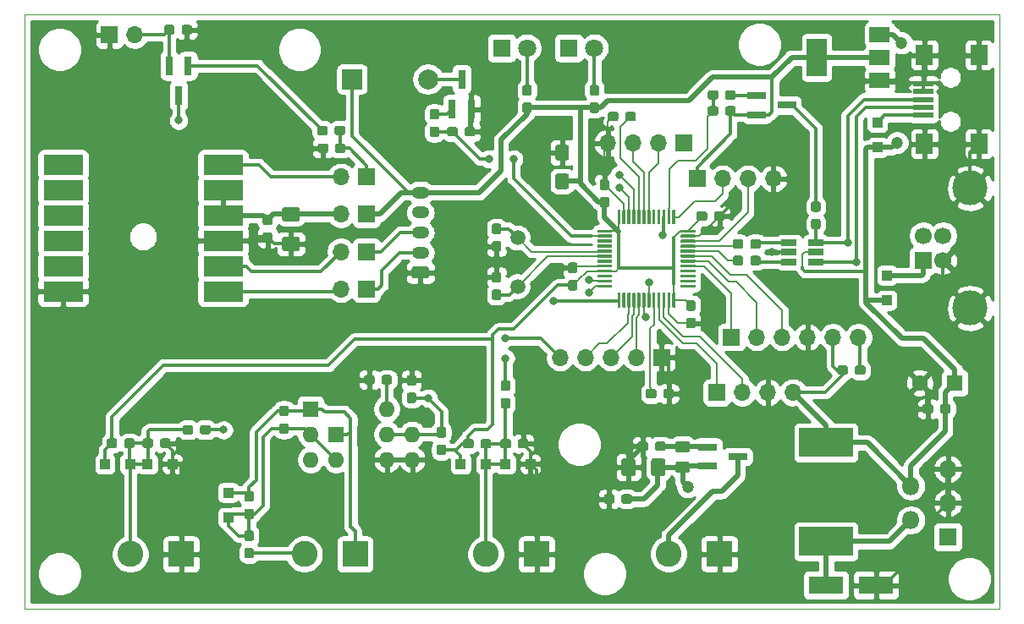
<source format=gbr>
G04 #@! TF.GenerationSoftware,KiCad,Pcbnew,5.1.5*
G04 #@! TF.CreationDate,2020-01-17T21:00:46+03:00*
G04 #@! TF.ProjectId,chrono,6368726f-6e6f-42e6-9b69-6361645f7063,rev?*
G04 #@! TF.SameCoordinates,Original*
G04 #@! TF.FileFunction,Copper,L1,Top*
G04 #@! TF.FilePolarity,Positive*
%FSLAX46Y46*%
G04 Gerber Fmt 4.6, Leading zero omitted, Abs format (unit mm)*
G04 Created by KiCad (PCBNEW 5.1.5) date 2020-01-17 21:00:46*
%MOMM*%
%LPD*%
G04 APERTURE LIST*
%ADD10C,0.050000*%
%ADD11C,0.100000*%
%ADD12C,0.100000*%
%ADD13R,4.000000X2.000000*%
%ADD14O,1.700000X1.700000*%
%ADD15R,1.700000X1.700000*%
%ADD16C,2.600000*%
%ADD17R,2.600000X2.600000*%
%ADD18R,5.400000X2.900000*%
%ADD19C,1.700000*%
%ADD20C,3.500000*%
%ADD21R,1.560000X0.650000*%
%ADD22R,1.800000X1.800000*%
%ADD23O,1.800000X1.800000*%
%ADD24R,2.000000X3.800000*%
%ADD25R,2.000000X1.500000*%
%ADD26C,1.500000*%
%ADD27R,2.000000X2.000000*%
%ADD28C,2.000000*%
%ADD29R,1.000000X1.000000*%
%ADD30R,1.600000X1.600000*%
%ADD31C,1.600000*%
%ADD32R,3.500000X1.800000*%
%ADD33C,1.800000*%
%ADD34O,1.750000X1.200000*%
%ADD35R,2.000000X0.500000*%
%ADD36R,1.700000X2.000000*%
%ADD37O,1.600000X1.600000*%
%ADD38R,1.900000X0.800000*%
%ADD39R,0.800000X1.900000*%
%ADD40C,0.800000*%
%ADD41C,1.200000*%
%ADD42C,0.300000*%
%ADD43C,0.200000*%
%ADD44C,0.500000*%
%ADD45C,0.254000*%
G04 APERTURE END LIST*
D10*
X30000000Y-74000000D02*
X30000000Y-133500000D01*
X127500000Y-133500000D02*
X30000000Y-133500000D01*
X127500000Y-74000000D02*
X127500000Y-133500000D01*
X30000000Y-74000000D02*
X127500000Y-74000000D01*
G04 #@! TA.AperFunction,SMDPad,CuDef*
D11*
G36*
X85096779Y-98818144D02*
G01*
X85119834Y-98821563D01*
X85142443Y-98827227D01*
X85164387Y-98835079D01*
X85185457Y-98845044D01*
X85205448Y-98857026D01*
X85224168Y-98870910D01*
X85241438Y-98886562D01*
X85257090Y-98903832D01*
X85270974Y-98922552D01*
X85282956Y-98942543D01*
X85292921Y-98963613D01*
X85300773Y-98985557D01*
X85306437Y-99008166D01*
X85309856Y-99031221D01*
X85311000Y-99054500D01*
X85311000Y-99629500D01*
X85309856Y-99652779D01*
X85306437Y-99675834D01*
X85300773Y-99698443D01*
X85292921Y-99720387D01*
X85282956Y-99741457D01*
X85270974Y-99761448D01*
X85257090Y-99780168D01*
X85241438Y-99797438D01*
X85224168Y-99813090D01*
X85205448Y-99826974D01*
X85185457Y-99838956D01*
X85164387Y-99848921D01*
X85142443Y-99856773D01*
X85119834Y-99862437D01*
X85096779Y-99865856D01*
X85073500Y-99867000D01*
X84598500Y-99867000D01*
X84575221Y-99865856D01*
X84552166Y-99862437D01*
X84529557Y-99856773D01*
X84507613Y-99848921D01*
X84486543Y-99838956D01*
X84466552Y-99826974D01*
X84447832Y-99813090D01*
X84430562Y-99797438D01*
X84414910Y-99780168D01*
X84401026Y-99761448D01*
X84389044Y-99741457D01*
X84379079Y-99720387D01*
X84371227Y-99698443D01*
X84365563Y-99675834D01*
X84362144Y-99652779D01*
X84361000Y-99629500D01*
X84361000Y-99054500D01*
X84362144Y-99031221D01*
X84365563Y-99008166D01*
X84371227Y-98985557D01*
X84379079Y-98963613D01*
X84389044Y-98942543D01*
X84401026Y-98922552D01*
X84414910Y-98903832D01*
X84430562Y-98886562D01*
X84447832Y-98870910D01*
X84466552Y-98857026D01*
X84486543Y-98845044D01*
X84507613Y-98835079D01*
X84529557Y-98827227D01*
X84552166Y-98821563D01*
X84575221Y-98818144D01*
X84598500Y-98817000D01*
X85073500Y-98817000D01*
X85096779Y-98818144D01*
G37*
G04 #@! TD.AperFunction*
G04 #@! TA.AperFunction,SMDPad,CuDef*
G36*
X85096779Y-100568144D02*
G01*
X85119834Y-100571563D01*
X85142443Y-100577227D01*
X85164387Y-100585079D01*
X85185457Y-100595044D01*
X85205448Y-100607026D01*
X85224168Y-100620910D01*
X85241438Y-100636562D01*
X85257090Y-100653832D01*
X85270974Y-100672552D01*
X85282956Y-100692543D01*
X85292921Y-100713613D01*
X85300773Y-100735557D01*
X85306437Y-100758166D01*
X85309856Y-100781221D01*
X85311000Y-100804500D01*
X85311000Y-101379500D01*
X85309856Y-101402779D01*
X85306437Y-101425834D01*
X85300773Y-101448443D01*
X85292921Y-101470387D01*
X85282956Y-101491457D01*
X85270974Y-101511448D01*
X85257090Y-101530168D01*
X85241438Y-101547438D01*
X85224168Y-101563090D01*
X85205448Y-101576974D01*
X85185457Y-101588956D01*
X85164387Y-101598921D01*
X85142443Y-101606773D01*
X85119834Y-101612437D01*
X85096779Y-101615856D01*
X85073500Y-101617000D01*
X84598500Y-101617000D01*
X84575221Y-101615856D01*
X84552166Y-101612437D01*
X84529557Y-101606773D01*
X84507613Y-101598921D01*
X84486543Y-101588956D01*
X84466552Y-101576974D01*
X84447832Y-101563090D01*
X84430562Y-101547438D01*
X84414910Y-101530168D01*
X84401026Y-101511448D01*
X84389044Y-101491457D01*
X84379079Y-101470387D01*
X84371227Y-101448443D01*
X84365563Y-101425834D01*
X84362144Y-101402779D01*
X84361000Y-101379500D01*
X84361000Y-100804500D01*
X84362144Y-100781221D01*
X84365563Y-100758166D01*
X84371227Y-100735557D01*
X84379079Y-100713613D01*
X84389044Y-100692543D01*
X84401026Y-100672552D01*
X84414910Y-100653832D01*
X84430562Y-100636562D01*
X84447832Y-100620910D01*
X84466552Y-100607026D01*
X84486543Y-100595044D01*
X84507613Y-100585079D01*
X84529557Y-100577227D01*
X84552166Y-100571563D01*
X84575221Y-100568144D01*
X84598500Y-100567000D01*
X85073500Y-100567000D01*
X85096779Y-100568144D01*
G37*
G04 #@! TD.AperFunction*
D12*
X41846500Y-96227000D03*
D13*
X33846500Y-89027000D03*
X33846500Y-91567000D03*
X33846500Y-94107000D03*
X33846500Y-96647000D03*
X33846500Y-99187000D03*
X33846500Y-101727000D03*
X49846500Y-89027000D03*
X49846500Y-91567000D03*
X49846500Y-94107000D03*
X49846500Y-96647000D03*
X49846500Y-99187000D03*
X49846500Y-101727000D03*
G04 #@! TA.AperFunction,SMDPad,CuDef*
D11*
G36*
X94735279Y-111476644D02*
G01*
X94758334Y-111480063D01*
X94780943Y-111485727D01*
X94802887Y-111493579D01*
X94823957Y-111503544D01*
X94843948Y-111515526D01*
X94862668Y-111529410D01*
X94879938Y-111545062D01*
X94895590Y-111562332D01*
X94909474Y-111581052D01*
X94921456Y-111601043D01*
X94931421Y-111622113D01*
X94939273Y-111644057D01*
X94944937Y-111666666D01*
X94948356Y-111689721D01*
X94949500Y-111713000D01*
X94949500Y-112188000D01*
X94948356Y-112211279D01*
X94944937Y-112234334D01*
X94939273Y-112256943D01*
X94931421Y-112278887D01*
X94921456Y-112299957D01*
X94909474Y-112319948D01*
X94895590Y-112338668D01*
X94879938Y-112355938D01*
X94862668Y-112371590D01*
X94843948Y-112385474D01*
X94823957Y-112397456D01*
X94802887Y-112407421D01*
X94780943Y-112415273D01*
X94758334Y-112420937D01*
X94735279Y-112424356D01*
X94712000Y-112425500D01*
X94137000Y-112425500D01*
X94113721Y-112424356D01*
X94090666Y-112420937D01*
X94068057Y-112415273D01*
X94046113Y-112407421D01*
X94025043Y-112397456D01*
X94005052Y-112385474D01*
X93986332Y-112371590D01*
X93969062Y-112355938D01*
X93953410Y-112338668D01*
X93939526Y-112319948D01*
X93927544Y-112299957D01*
X93917579Y-112278887D01*
X93909727Y-112256943D01*
X93904063Y-112234334D01*
X93900644Y-112211279D01*
X93899500Y-112188000D01*
X93899500Y-111713000D01*
X93900644Y-111689721D01*
X93904063Y-111666666D01*
X93909727Y-111644057D01*
X93917579Y-111622113D01*
X93927544Y-111601043D01*
X93939526Y-111581052D01*
X93953410Y-111562332D01*
X93969062Y-111545062D01*
X93986332Y-111529410D01*
X94005052Y-111515526D01*
X94025043Y-111503544D01*
X94046113Y-111493579D01*
X94068057Y-111485727D01*
X94090666Y-111480063D01*
X94113721Y-111476644D01*
X94137000Y-111475500D01*
X94712000Y-111475500D01*
X94735279Y-111476644D01*
G37*
G04 #@! TD.AperFunction*
G04 #@! TA.AperFunction,SMDPad,CuDef*
G36*
X92985279Y-111476644D02*
G01*
X93008334Y-111480063D01*
X93030943Y-111485727D01*
X93052887Y-111493579D01*
X93073957Y-111503544D01*
X93093948Y-111515526D01*
X93112668Y-111529410D01*
X93129938Y-111545062D01*
X93145590Y-111562332D01*
X93159474Y-111581052D01*
X93171456Y-111601043D01*
X93181421Y-111622113D01*
X93189273Y-111644057D01*
X93194937Y-111666666D01*
X93198356Y-111689721D01*
X93199500Y-111713000D01*
X93199500Y-112188000D01*
X93198356Y-112211279D01*
X93194937Y-112234334D01*
X93189273Y-112256943D01*
X93181421Y-112278887D01*
X93171456Y-112299957D01*
X93159474Y-112319948D01*
X93145590Y-112338668D01*
X93129938Y-112355938D01*
X93112668Y-112371590D01*
X93093948Y-112385474D01*
X93073957Y-112397456D01*
X93052887Y-112407421D01*
X93030943Y-112415273D01*
X93008334Y-112420937D01*
X92985279Y-112424356D01*
X92962000Y-112425500D01*
X92387000Y-112425500D01*
X92363721Y-112424356D01*
X92340666Y-112420937D01*
X92318057Y-112415273D01*
X92296113Y-112407421D01*
X92275043Y-112397456D01*
X92255052Y-112385474D01*
X92236332Y-112371590D01*
X92219062Y-112355938D01*
X92203410Y-112338668D01*
X92189526Y-112319948D01*
X92177544Y-112299957D01*
X92167579Y-112278887D01*
X92159727Y-112256943D01*
X92154063Y-112234334D01*
X92150644Y-112211279D01*
X92149500Y-112188000D01*
X92149500Y-111713000D01*
X92150644Y-111689721D01*
X92154063Y-111666666D01*
X92159727Y-111644057D01*
X92167579Y-111622113D01*
X92177544Y-111601043D01*
X92189526Y-111581052D01*
X92203410Y-111562332D01*
X92219062Y-111545062D01*
X92236332Y-111529410D01*
X92255052Y-111515526D01*
X92275043Y-111503544D01*
X92296113Y-111493579D01*
X92318057Y-111485727D01*
X92340666Y-111480063D01*
X92363721Y-111476644D01*
X92387000Y-111475500D01*
X92962000Y-111475500D01*
X92985279Y-111476644D01*
G37*
G04 #@! TD.AperFunction*
D14*
X61658500Y-93980000D03*
D15*
X64198500Y-93980000D03*
X64198500Y-90233500D03*
D14*
X61658500Y-90233500D03*
X61658500Y-101473000D03*
D15*
X64198500Y-101473000D03*
X64198500Y-97726500D03*
D14*
X61658500Y-97726500D03*
G04 #@! TA.AperFunction,SMDPad,CuDef*
D11*
G36*
X96907779Y-104350144D02*
G01*
X96930834Y-104353563D01*
X96953443Y-104359227D01*
X96975387Y-104367079D01*
X96996457Y-104377044D01*
X97016448Y-104389026D01*
X97035168Y-104402910D01*
X97052438Y-104418562D01*
X97068090Y-104435832D01*
X97081974Y-104454552D01*
X97093956Y-104474543D01*
X97103921Y-104495613D01*
X97111773Y-104517557D01*
X97117437Y-104540166D01*
X97120856Y-104563221D01*
X97122000Y-104586500D01*
X97122000Y-105161500D01*
X97120856Y-105184779D01*
X97117437Y-105207834D01*
X97111773Y-105230443D01*
X97103921Y-105252387D01*
X97093956Y-105273457D01*
X97081974Y-105293448D01*
X97068090Y-105312168D01*
X97052438Y-105329438D01*
X97035168Y-105345090D01*
X97016448Y-105358974D01*
X96996457Y-105370956D01*
X96975387Y-105380921D01*
X96953443Y-105388773D01*
X96930834Y-105394437D01*
X96907779Y-105397856D01*
X96884500Y-105399000D01*
X96409500Y-105399000D01*
X96386221Y-105397856D01*
X96363166Y-105394437D01*
X96340557Y-105388773D01*
X96318613Y-105380921D01*
X96297543Y-105370956D01*
X96277552Y-105358974D01*
X96258832Y-105345090D01*
X96241562Y-105329438D01*
X96225910Y-105312168D01*
X96212026Y-105293448D01*
X96200044Y-105273457D01*
X96190079Y-105252387D01*
X96182227Y-105230443D01*
X96176563Y-105207834D01*
X96173144Y-105184779D01*
X96172000Y-105161500D01*
X96172000Y-104586500D01*
X96173144Y-104563221D01*
X96176563Y-104540166D01*
X96182227Y-104517557D01*
X96190079Y-104495613D01*
X96200044Y-104474543D01*
X96212026Y-104454552D01*
X96225910Y-104435832D01*
X96241562Y-104418562D01*
X96258832Y-104402910D01*
X96277552Y-104389026D01*
X96297543Y-104377044D01*
X96318613Y-104367079D01*
X96340557Y-104359227D01*
X96363166Y-104353563D01*
X96386221Y-104350144D01*
X96409500Y-104349000D01*
X96884500Y-104349000D01*
X96907779Y-104350144D01*
G37*
G04 #@! TD.AperFunction*
G04 #@! TA.AperFunction,SMDPad,CuDef*
G36*
X96907779Y-102600144D02*
G01*
X96930834Y-102603563D01*
X96953443Y-102609227D01*
X96975387Y-102617079D01*
X96996457Y-102627044D01*
X97016448Y-102639026D01*
X97035168Y-102652910D01*
X97052438Y-102668562D01*
X97068090Y-102685832D01*
X97081974Y-102704552D01*
X97093956Y-102724543D01*
X97103921Y-102745613D01*
X97111773Y-102767557D01*
X97117437Y-102790166D01*
X97120856Y-102813221D01*
X97122000Y-102836500D01*
X97122000Y-103411500D01*
X97120856Y-103434779D01*
X97117437Y-103457834D01*
X97111773Y-103480443D01*
X97103921Y-103502387D01*
X97093956Y-103523457D01*
X97081974Y-103543448D01*
X97068090Y-103562168D01*
X97052438Y-103579438D01*
X97035168Y-103595090D01*
X97016448Y-103608974D01*
X96996457Y-103620956D01*
X96975387Y-103630921D01*
X96953443Y-103638773D01*
X96930834Y-103644437D01*
X96907779Y-103647856D01*
X96884500Y-103649000D01*
X96409500Y-103649000D01*
X96386221Y-103647856D01*
X96363166Y-103644437D01*
X96340557Y-103638773D01*
X96318613Y-103630921D01*
X96297543Y-103620956D01*
X96277552Y-103608974D01*
X96258832Y-103595090D01*
X96241562Y-103579438D01*
X96225910Y-103562168D01*
X96212026Y-103543448D01*
X96200044Y-103523457D01*
X96190079Y-103502387D01*
X96182227Y-103480443D01*
X96176563Y-103457834D01*
X96173144Y-103434779D01*
X96172000Y-103411500D01*
X96172000Y-102836500D01*
X96173144Y-102813221D01*
X96176563Y-102790166D01*
X96182227Y-102767557D01*
X96190079Y-102745613D01*
X96200044Y-102724543D01*
X96212026Y-102704552D01*
X96225910Y-102685832D01*
X96241562Y-102668562D01*
X96258832Y-102652910D01*
X96277552Y-102639026D01*
X96297543Y-102627044D01*
X96318613Y-102617079D01*
X96340557Y-102609227D01*
X96363166Y-102603563D01*
X96386221Y-102600144D01*
X96409500Y-102599000D01*
X96884500Y-102599000D01*
X96907779Y-102600144D01*
G37*
G04 #@! TD.AperFunction*
D15*
X99250500Y-111823500D03*
D14*
X101790500Y-111823500D03*
X104330500Y-111823500D03*
X106870500Y-111823500D03*
G04 #@! TA.AperFunction,SMDPad,CuDef*
D11*
G36*
X90544279Y-122017644D02*
G01*
X90567334Y-122021063D01*
X90589943Y-122026727D01*
X90611887Y-122034579D01*
X90632957Y-122044544D01*
X90652948Y-122056526D01*
X90671668Y-122070410D01*
X90688938Y-122086062D01*
X90704590Y-122103332D01*
X90718474Y-122122052D01*
X90730456Y-122142043D01*
X90740421Y-122163113D01*
X90748273Y-122185057D01*
X90753937Y-122207666D01*
X90757356Y-122230721D01*
X90758500Y-122254000D01*
X90758500Y-122729000D01*
X90757356Y-122752279D01*
X90753937Y-122775334D01*
X90748273Y-122797943D01*
X90740421Y-122819887D01*
X90730456Y-122840957D01*
X90718474Y-122860948D01*
X90704590Y-122879668D01*
X90688938Y-122896938D01*
X90671668Y-122912590D01*
X90652948Y-122926474D01*
X90632957Y-122938456D01*
X90611887Y-122948421D01*
X90589943Y-122956273D01*
X90567334Y-122961937D01*
X90544279Y-122965356D01*
X90521000Y-122966500D01*
X89946000Y-122966500D01*
X89922721Y-122965356D01*
X89899666Y-122961937D01*
X89877057Y-122956273D01*
X89855113Y-122948421D01*
X89834043Y-122938456D01*
X89814052Y-122926474D01*
X89795332Y-122912590D01*
X89778062Y-122896938D01*
X89762410Y-122879668D01*
X89748526Y-122860948D01*
X89736544Y-122840957D01*
X89726579Y-122819887D01*
X89718727Y-122797943D01*
X89713063Y-122775334D01*
X89709644Y-122752279D01*
X89708500Y-122729000D01*
X89708500Y-122254000D01*
X89709644Y-122230721D01*
X89713063Y-122207666D01*
X89718727Y-122185057D01*
X89726579Y-122163113D01*
X89736544Y-122142043D01*
X89748526Y-122122052D01*
X89762410Y-122103332D01*
X89778062Y-122086062D01*
X89795332Y-122070410D01*
X89814052Y-122056526D01*
X89834043Y-122044544D01*
X89855113Y-122034579D01*
X89877057Y-122026727D01*
X89899666Y-122021063D01*
X89922721Y-122017644D01*
X89946000Y-122016500D01*
X90521000Y-122016500D01*
X90544279Y-122017644D01*
G37*
G04 #@! TD.AperFunction*
G04 #@! TA.AperFunction,SMDPad,CuDef*
G36*
X88794279Y-122017644D02*
G01*
X88817334Y-122021063D01*
X88839943Y-122026727D01*
X88861887Y-122034579D01*
X88882957Y-122044544D01*
X88902948Y-122056526D01*
X88921668Y-122070410D01*
X88938938Y-122086062D01*
X88954590Y-122103332D01*
X88968474Y-122122052D01*
X88980456Y-122142043D01*
X88990421Y-122163113D01*
X88998273Y-122185057D01*
X89003937Y-122207666D01*
X89007356Y-122230721D01*
X89008500Y-122254000D01*
X89008500Y-122729000D01*
X89007356Y-122752279D01*
X89003937Y-122775334D01*
X88998273Y-122797943D01*
X88990421Y-122819887D01*
X88980456Y-122840957D01*
X88968474Y-122860948D01*
X88954590Y-122879668D01*
X88938938Y-122896938D01*
X88921668Y-122912590D01*
X88902948Y-122926474D01*
X88882957Y-122938456D01*
X88861887Y-122948421D01*
X88839943Y-122956273D01*
X88817334Y-122961937D01*
X88794279Y-122965356D01*
X88771000Y-122966500D01*
X88196000Y-122966500D01*
X88172721Y-122965356D01*
X88149666Y-122961937D01*
X88127057Y-122956273D01*
X88105113Y-122948421D01*
X88084043Y-122938456D01*
X88064052Y-122926474D01*
X88045332Y-122912590D01*
X88028062Y-122896938D01*
X88012410Y-122879668D01*
X87998526Y-122860948D01*
X87986544Y-122840957D01*
X87976579Y-122819887D01*
X87968727Y-122797943D01*
X87963063Y-122775334D01*
X87959644Y-122752279D01*
X87958500Y-122729000D01*
X87958500Y-122254000D01*
X87959644Y-122230721D01*
X87963063Y-122207666D01*
X87968727Y-122185057D01*
X87976579Y-122163113D01*
X87986544Y-122142043D01*
X87998526Y-122122052D01*
X88012410Y-122103332D01*
X88028062Y-122086062D01*
X88045332Y-122070410D01*
X88064052Y-122056526D01*
X88084043Y-122044544D01*
X88105113Y-122034579D01*
X88127057Y-122026727D01*
X88149666Y-122021063D01*
X88172721Y-122017644D01*
X88196000Y-122016500D01*
X88771000Y-122016500D01*
X88794279Y-122017644D01*
G37*
G04 #@! TD.AperFunction*
G04 #@! TA.AperFunction,SMDPad,CuDef*
G36*
X68967779Y-110093144D02*
G01*
X68990834Y-110096563D01*
X69013443Y-110102227D01*
X69035387Y-110110079D01*
X69056457Y-110120044D01*
X69076448Y-110132026D01*
X69095168Y-110145910D01*
X69112438Y-110161562D01*
X69128090Y-110178832D01*
X69141974Y-110197552D01*
X69153956Y-110217543D01*
X69163921Y-110238613D01*
X69171773Y-110260557D01*
X69177437Y-110283166D01*
X69180856Y-110306221D01*
X69182000Y-110329500D01*
X69182000Y-110904500D01*
X69180856Y-110927779D01*
X69177437Y-110950834D01*
X69171773Y-110973443D01*
X69163921Y-110995387D01*
X69153956Y-111016457D01*
X69141974Y-111036448D01*
X69128090Y-111055168D01*
X69112438Y-111072438D01*
X69095168Y-111088090D01*
X69076448Y-111101974D01*
X69056457Y-111113956D01*
X69035387Y-111123921D01*
X69013443Y-111131773D01*
X68990834Y-111137437D01*
X68967779Y-111140856D01*
X68944500Y-111142000D01*
X68469500Y-111142000D01*
X68446221Y-111140856D01*
X68423166Y-111137437D01*
X68400557Y-111131773D01*
X68378613Y-111123921D01*
X68357543Y-111113956D01*
X68337552Y-111101974D01*
X68318832Y-111088090D01*
X68301562Y-111072438D01*
X68285910Y-111055168D01*
X68272026Y-111036448D01*
X68260044Y-111016457D01*
X68250079Y-110995387D01*
X68242227Y-110973443D01*
X68236563Y-110950834D01*
X68233144Y-110927779D01*
X68232000Y-110904500D01*
X68232000Y-110329500D01*
X68233144Y-110306221D01*
X68236563Y-110283166D01*
X68242227Y-110260557D01*
X68250079Y-110238613D01*
X68260044Y-110217543D01*
X68272026Y-110197552D01*
X68285910Y-110178832D01*
X68301562Y-110161562D01*
X68318832Y-110145910D01*
X68337552Y-110132026D01*
X68357543Y-110120044D01*
X68378613Y-110110079D01*
X68400557Y-110102227D01*
X68423166Y-110096563D01*
X68446221Y-110093144D01*
X68469500Y-110092000D01*
X68944500Y-110092000D01*
X68967779Y-110093144D01*
G37*
G04 #@! TD.AperFunction*
G04 #@! TA.AperFunction,SMDPad,CuDef*
G36*
X68967779Y-111843144D02*
G01*
X68990834Y-111846563D01*
X69013443Y-111852227D01*
X69035387Y-111860079D01*
X69056457Y-111870044D01*
X69076448Y-111882026D01*
X69095168Y-111895910D01*
X69112438Y-111911562D01*
X69128090Y-111928832D01*
X69141974Y-111947552D01*
X69153956Y-111967543D01*
X69163921Y-111988613D01*
X69171773Y-112010557D01*
X69177437Y-112033166D01*
X69180856Y-112056221D01*
X69182000Y-112079500D01*
X69182000Y-112654500D01*
X69180856Y-112677779D01*
X69177437Y-112700834D01*
X69171773Y-112723443D01*
X69163921Y-112745387D01*
X69153956Y-112766457D01*
X69141974Y-112786448D01*
X69128090Y-112805168D01*
X69112438Y-112822438D01*
X69095168Y-112838090D01*
X69076448Y-112851974D01*
X69056457Y-112863956D01*
X69035387Y-112873921D01*
X69013443Y-112881773D01*
X68990834Y-112887437D01*
X68967779Y-112890856D01*
X68944500Y-112892000D01*
X68469500Y-112892000D01*
X68446221Y-112890856D01*
X68423166Y-112887437D01*
X68400557Y-112881773D01*
X68378613Y-112873921D01*
X68357543Y-112863956D01*
X68337552Y-112851974D01*
X68318832Y-112838090D01*
X68301562Y-112822438D01*
X68285910Y-112805168D01*
X68272026Y-112786448D01*
X68260044Y-112766457D01*
X68250079Y-112745387D01*
X68242227Y-112723443D01*
X68236563Y-112700834D01*
X68233144Y-112677779D01*
X68232000Y-112654500D01*
X68232000Y-112079500D01*
X68233144Y-112056221D01*
X68236563Y-112033166D01*
X68242227Y-112010557D01*
X68250079Y-111988613D01*
X68260044Y-111967543D01*
X68272026Y-111947552D01*
X68285910Y-111928832D01*
X68301562Y-111911562D01*
X68318832Y-111895910D01*
X68337552Y-111882026D01*
X68357543Y-111870044D01*
X68378613Y-111860079D01*
X68400557Y-111852227D01*
X68423166Y-111846563D01*
X68446221Y-111843144D01*
X68469500Y-111842000D01*
X68944500Y-111842000D01*
X68967779Y-111843144D01*
G37*
G04 #@! TD.AperFunction*
G04 #@! TA.AperFunction,SMDPad,CuDef*
G36*
X54553279Y-95791644D02*
G01*
X54576334Y-95795063D01*
X54598943Y-95800727D01*
X54620887Y-95808579D01*
X54641957Y-95818544D01*
X54661948Y-95830526D01*
X54680668Y-95844410D01*
X54697938Y-95860062D01*
X54713590Y-95877332D01*
X54727474Y-95896052D01*
X54739456Y-95916043D01*
X54749421Y-95937113D01*
X54757273Y-95959057D01*
X54762937Y-95981666D01*
X54766356Y-96004721D01*
X54767500Y-96028000D01*
X54767500Y-96603000D01*
X54766356Y-96626279D01*
X54762937Y-96649334D01*
X54757273Y-96671943D01*
X54749421Y-96693887D01*
X54739456Y-96714957D01*
X54727474Y-96734948D01*
X54713590Y-96753668D01*
X54697938Y-96770938D01*
X54680668Y-96786590D01*
X54661948Y-96800474D01*
X54641957Y-96812456D01*
X54620887Y-96822421D01*
X54598943Y-96830273D01*
X54576334Y-96835937D01*
X54553279Y-96839356D01*
X54530000Y-96840500D01*
X54055000Y-96840500D01*
X54031721Y-96839356D01*
X54008666Y-96835937D01*
X53986057Y-96830273D01*
X53964113Y-96822421D01*
X53943043Y-96812456D01*
X53923052Y-96800474D01*
X53904332Y-96786590D01*
X53887062Y-96770938D01*
X53871410Y-96753668D01*
X53857526Y-96734948D01*
X53845544Y-96714957D01*
X53835579Y-96693887D01*
X53827727Y-96671943D01*
X53822063Y-96649334D01*
X53818644Y-96626279D01*
X53817500Y-96603000D01*
X53817500Y-96028000D01*
X53818644Y-96004721D01*
X53822063Y-95981666D01*
X53827727Y-95959057D01*
X53835579Y-95937113D01*
X53845544Y-95916043D01*
X53857526Y-95896052D01*
X53871410Y-95877332D01*
X53887062Y-95860062D01*
X53904332Y-95844410D01*
X53923052Y-95830526D01*
X53943043Y-95818544D01*
X53964113Y-95808579D01*
X53986057Y-95800727D01*
X54008666Y-95795063D01*
X54031721Y-95791644D01*
X54055000Y-95790500D01*
X54530000Y-95790500D01*
X54553279Y-95791644D01*
G37*
G04 #@! TD.AperFunction*
G04 #@! TA.AperFunction,SMDPad,CuDef*
G36*
X54553279Y-94041644D02*
G01*
X54576334Y-94045063D01*
X54598943Y-94050727D01*
X54620887Y-94058579D01*
X54641957Y-94068544D01*
X54661948Y-94080526D01*
X54680668Y-94094410D01*
X54697938Y-94110062D01*
X54713590Y-94127332D01*
X54727474Y-94146052D01*
X54739456Y-94166043D01*
X54749421Y-94187113D01*
X54757273Y-94209057D01*
X54762937Y-94231666D01*
X54766356Y-94254721D01*
X54767500Y-94278000D01*
X54767500Y-94853000D01*
X54766356Y-94876279D01*
X54762937Y-94899334D01*
X54757273Y-94921943D01*
X54749421Y-94943887D01*
X54739456Y-94964957D01*
X54727474Y-94984948D01*
X54713590Y-95003668D01*
X54697938Y-95020938D01*
X54680668Y-95036590D01*
X54661948Y-95050474D01*
X54641957Y-95062456D01*
X54620887Y-95072421D01*
X54598943Y-95080273D01*
X54576334Y-95085937D01*
X54553279Y-95089356D01*
X54530000Y-95090500D01*
X54055000Y-95090500D01*
X54031721Y-95089356D01*
X54008666Y-95085937D01*
X53986057Y-95080273D01*
X53964113Y-95072421D01*
X53943043Y-95062456D01*
X53923052Y-95050474D01*
X53904332Y-95036590D01*
X53887062Y-95020938D01*
X53871410Y-95003668D01*
X53857526Y-94984948D01*
X53845544Y-94964957D01*
X53835579Y-94943887D01*
X53827727Y-94921943D01*
X53822063Y-94899334D01*
X53818644Y-94876279D01*
X53817500Y-94853000D01*
X53817500Y-94278000D01*
X53818644Y-94254721D01*
X53822063Y-94231666D01*
X53827727Y-94209057D01*
X53835579Y-94187113D01*
X53845544Y-94166043D01*
X53857526Y-94146052D01*
X53871410Y-94127332D01*
X53887062Y-94110062D01*
X53904332Y-94094410D01*
X53923052Y-94080526D01*
X53943043Y-94068544D01*
X53964113Y-94058579D01*
X53986057Y-94050727D01*
X54008666Y-94045063D01*
X54031721Y-94041644D01*
X54055000Y-94040500D01*
X54530000Y-94040500D01*
X54553279Y-94041644D01*
G37*
G04 #@! TD.AperFunction*
G04 #@! TA.AperFunction,SMDPad,CuDef*
G36*
X78429779Y-116493144D02*
G01*
X78452834Y-116496563D01*
X78475443Y-116502227D01*
X78497387Y-116510079D01*
X78518457Y-116520044D01*
X78538448Y-116532026D01*
X78557168Y-116545910D01*
X78574438Y-116561562D01*
X78590090Y-116578832D01*
X78603974Y-116597552D01*
X78615956Y-116617543D01*
X78625921Y-116638613D01*
X78633773Y-116660557D01*
X78639437Y-116683166D01*
X78642856Y-116706221D01*
X78644000Y-116729500D01*
X78644000Y-117204500D01*
X78642856Y-117227779D01*
X78639437Y-117250834D01*
X78633773Y-117273443D01*
X78625921Y-117295387D01*
X78615956Y-117316457D01*
X78603974Y-117336448D01*
X78590090Y-117355168D01*
X78574438Y-117372438D01*
X78557168Y-117388090D01*
X78538448Y-117401974D01*
X78518457Y-117413956D01*
X78497387Y-117423921D01*
X78475443Y-117431773D01*
X78452834Y-117437437D01*
X78429779Y-117440856D01*
X78406500Y-117442000D01*
X77831500Y-117442000D01*
X77808221Y-117440856D01*
X77785166Y-117437437D01*
X77762557Y-117431773D01*
X77740613Y-117423921D01*
X77719543Y-117413956D01*
X77699552Y-117401974D01*
X77680832Y-117388090D01*
X77663562Y-117372438D01*
X77647910Y-117355168D01*
X77634026Y-117336448D01*
X77622044Y-117316457D01*
X77612079Y-117295387D01*
X77604227Y-117273443D01*
X77598563Y-117250834D01*
X77595144Y-117227779D01*
X77594000Y-117204500D01*
X77594000Y-116729500D01*
X77595144Y-116706221D01*
X77598563Y-116683166D01*
X77604227Y-116660557D01*
X77612079Y-116638613D01*
X77622044Y-116617543D01*
X77634026Y-116597552D01*
X77647910Y-116578832D01*
X77663562Y-116561562D01*
X77680832Y-116545910D01*
X77699552Y-116532026D01*
X77719543Y-116520044D01*
X77740613Y-116510079D01*
X77762557Y-116502227D01*
X77785166Y-116496563D01*
X77808221Y-116493144D01*
X77831500Y-116492000D01*
X78406500Y-116492000D01*
X78429779Y-116493144D01*
G37*
G04 #@! TD.AperFunction*
G04 #@! TA.AperFunction,SMDPad,CuDef*
G36*
X80179779Y-116493144D02*
G01*
X80202834Y-116496563D01*
X80225443Y-116502227D01*
X80247387Y-116510079D01*
X80268457Y-116520044D01*
X80288448Y-116532026D01*
X80307168Y-116545910D01*
X80324438Y-116561562D01*
X80340090Y-116578832D01*
X80353974Y-116597552D01*
X80365956Y-116617543D01*
X80375921Y-116638613D01*
X80383773Y-116660557D01*
X80389437Y-116683166D01*
X80392856Y-116706221D01*
X80394000Y-116729500D01*
X80394000Y-117204500D01*
X80392856Y-117227779D01*
X80389437Y-117250834D01*
X80383773Y-117273443D01*
X80375921Y-117295387D01*
X80365956Y-117316457D01*
X80353974Y-117336448D01*
X80340090Y-117355168D01*
X80324438Y-117372438D01*
X80307168Y-117388090D01*
X80288448Y-117401974D01*
X80268457Y-117413956D01*
X80247387Y-117423921D01*
X80225443Y-117431773D01*
X80202834Y-117437437D01*
X80179779Y-117440856D01*
X80156500Y-117442000D01*
X79581500Y-117442000D01*
X79558221Y-117440856D01*
X79535166Y-117437437D01*
X79512557Y-117431773D01*
X79490613Y-117423921D01*
X79469543Y-117413956D01*
X79449552Y-117401974D01*
X79430832Y-117388090D01*
X79413562Y-117372438D01*
X79397910Y-117355168D01*
X79384026Y-117336448D01*
X79372044Y-117316457D01*
X79362079Y-117295387D01*
X79354227Y-117273443D01*
X79348563Y-117250834D01*
X79345144Y-117227779D01*
X79344000Y-117204500D01*
X79344000Y-116729500D01*
X79345144Y-116706221D01*
X79348563Y-116683166D01*
X79354227Y-116660557D01*
X79362079Y-116638613D01*
X79372044Y-116617543D01*
X79384026Y-116597552D01*
X79397910Y-116578832D01*
X79413562Y-116561562D01*
X79430832Y-116545910D01*
X79449552Y-116532026D01*
X79469543Y-116520044D01*
X79490613Y-116510079D01*
X79512557Y-116502227D01*
X79535166Y-116496563D01*
X79558221Y-116493144D01*
X79581500Y-116492000D01*
X80156500Y-116492000D01*
X80179779Y-116493144D01*
G37*
G04 #@! TD.AperFunction*
G04 #@! TA.AperFunction,SMDPad,CuDef*
G36*
X88271779Y-90499644D02*
G01*
X88294834Y-90503063D01*
X88317443Y-90508727D01*
X88339387Y-90516579D01*
X88360457Y-90526544D01*
X88380448Y-90538526D01*
X88399168Y-90552410D01*
X88416438Y-90568062D01*
X88432090Y-90585332D01*
X88445974Y-90604052D01*
X88457956Y-90624043D01*
X88467921Y-90645113D01*
X88475773Y-90667057D01*
X88481437Y-90689666D01*
X88484856Y-90712721D01*
X88486000Y-90736000D01*
X88486000Y-91311000D01*
X88484856Y-91334279D01*
X88481437Y-91357334D01*
X88475773Y-91379943D01*
X88467921Y-91401887D01*
X88457956Y-91422957D01*
X88445974Y-91442948D01*
X88432090Y-91461668D01*
X88416438Y-91478938D01*
X88399168Y-91494590D01*
X88380448Y-91508474D01*
X88360457Y-91520456D01*
X88339387Y-91530421D01*
X88317443Y-91538273D01*
X88294834Y-91543937D01*
X88271779Y-91547356D01*
X88248500Y-91548500D01*
X87773500Y-91548500D01*
X87750221Y-91547356D01*
X87727166Y-91543937D01*
X87704557Y-91538273D01*
X87682613Y-91530421D01*
X87661543Y-91520456D01*
X87641552Y-91508474D01*
X87622832Y-91494590D01*
X87605562Y-91478938D01*
X87589910Y-91461668D01*
X87576026Y-91442948D01*
X87564044Y-91422957D01*
X87554079Y-91401887D01*
X87546227Y-91379943D01*
X87540563Y-91357334D01*
X87537144Y-91334279D01*
X87536000Y-91311000D01*
X87536000Y-90736000D01*
X87537144Y-90712721D01*
X87540563Y-90689666D01*
X87546227Y-90667057D01*
X87554079Y-90645113D01*
X87564044Y-90624043D01*
X87576026Y-90604052D01*
X87589910Y-90585332D01*
X87605562Y-90568062D01*
X87622832Y-90552410D01*
X87641552Y-90538526D01*
X87661543Y-90526544D01*
X87682613Y-90516579D01*
X87704557Y-90508727D01*
X87727166Y-90503063D01*
X87750221Y-90499644D01*
X87773500Y-90498500D01*
X88248500Y-90498500D01*
X88271779Y-90499644D01*
G37*
G04 #@! TD.AperFunction*
G04 #@! TA.AperFunction,SMDPad,CuDef*
G36*
X88271779Y-92249644D02*
G01*
X88294834Y-92253063D01*
X88317443Y-92258727D01*
X88339387Y-92266579D01*
X88360457Y-92276544D01*
X88380448Y-92288526D01*
X88399168Y-92302410D01*
X88416438Y-92318062D01*
X88432090Y-92335332D01*
X88445974Y-92354052D01*
X88457956Y-92374043D01*
X88467921Y-92395113D01*
X88475773Y-92417057D01*
X88481437Y-92439666D01*
X88484856Y-92462721D01*
X88486000Y-92486000D01*
X88486000Y-93061000D01*
X88484856Y-93084279D01*
X88481437Y-93107334D01*
X88475773Y-93129943D01*
X88467921Y-93151887D01*
X88457956Y-93172957D01*
X88445974Y-93192948D01*
X88432090Y-93211668D01*
X88416438Y-93228938D01*
X88399168Y-93244590D01*
X88380448Y-93258474D01*
X88360457Y-93270456D01*
X88339387Y-93280421D01*
X88317443Y-93288273D01*
X88294834Y-93293937D01*
X88271779Y-93297356D01*
X88248500Y-93298500D01*
X87773500Y-93298500D01*
X87750221Y-93297356D01*
X87727166Y-93293937D01*
X87704557Y-93288273D01*
X87682613Y-93280421D01*
X87661543Y-93270456D01*
X87641552Y-93258474D01*
X87622832Y-93244590D01*
X87605562Y-93228938D01*
X87589910Y-93211668D01*
X87576026Y-93192948D01*
X87564044Y-93172957D01*
X87554079Y-93151887D01*
X87546227Y-93129943D01*
X87540563Y-93107334D01*
X87537144Y-93084279D01*
X87536000Y-93061000D01*
X87536000Y-92486000D01*
X87537144Y-92462721D01*
X87540563Y-92439666D01*
X87546227Y-92417057D01*
X87554079Y-92395113D01*
X87564044Y-92374043D01*
X87576026Y-92354052D01*
X87589910Y-92335332D01*
X87605562Y-92318062D01*
X87622832Y-92302410D01*
X87641552Y-92288526D01*
X87661543Y-92276544D01*
X87682613Y-92266579D01*
X87704557Y-92258727D01*
X87727166Y-92253063D01*
X87750221Y-92249644D01*
X87773500Y-92248500D01*
X88248500Y-92248500D01*
X88271779Y-92249644D01*
G37*
G04 #@! TD.AperFunction*
G04 #@! TA.AperFunction,SMDPad,CuDef*
G36*
X98065279Y-93696644D02*
G01*
X98088334Y-93700063D01*
X98110943Y-93705727D01*
X98132887Y-93713579D01*
X98153957Y-93723544D01*
X98173948Y-93735526D01*
X98192668Y-93749410D01*
X98209938Y-93765062D01*
X98225590Y-93782332D01*
X98239474Y-93801052D01*
X98251456Y-93821043D01*
X98261421Y-93842113D01*
X98269273Y-93864057D01*
X98274937Y-93886666D01*
X98278356Y-93909721D01*
X98279500Y-93933000D01*
X98279500Y-94408000D01*
X98278356Y-94431279D01*
X98274937Y-94454334D01*
X98269273Y-94476943D01*
X98261421Y-94498887D01*
X98251456Y-94519957D01*
X98239474Y-94539948D01*
X98225590Y-94558668D01*
X98209938Y-94575938D01*
X98192668Y-94591590D01*
X98173948Y-94605474D01*
X98153957Y-94617456D01*
X98132887Y-94627421D01*
X98110943Y-94635273D01*
X98088334Y-94640937D01*
X98065279Y-94644356D01*
X98042000Y-94645500D01*
X97467000Y-94645500D01*
X97443721Y-94644356D01*
X97420666Y-94640937D01*
X97398057Y-94635273D01*
X97376113Y-94627421D01*
X97355043Y-94617456D01*
X97335052Y-94605474D01*
X97316332Y-94591590D01*
X97299062Y-94575938D01*
X97283410Y-94558668D01*
X97269526Y-94539948D01*
X97257544Y-94519957D01*
X97247579Y-94498887D01*
X97239727Y-94476943D01*
X97234063Y-94454334D01*
X97230644Y-94431279D01*
X97229500Y-94408000D01*
X97229500Y-93933000D01*
X97230644Y-93909721D01*
X97234063Y-93886666D01*
X97239727Y-93864057D01*
X97247579Y-93842113D01*
X97257544Y-93821043D01*
X97269526Y-93801052D01*
X97283410Y-93782332D01*
X97299062Y-93765062D01*
X97316332Y-93749410D01*
X97335052Y-93735526D01*
X97355043Y-93723544D01*
X97376113Y-93713579D01*
X97398057Y-93705727D01*
X97420666Y-93700063D01*
X97443721Y-93696644D01*
X97467000Y-93695500D01*
X98042000Y-93695500D01*
X98065279Y-93696644D01*
G37*
G04 #@! TD.AperFunction*
G04 #@! TA.AperFunction,SMDPad,CuDef*
G36*
X99815279Y-93696644D02*
G01*
X99838334Y-93700063D01*
X99860943Y-93705727D01*
X99882887Y-93713579D01*
X99903957Y-93723544D01*
X99923948Y-93735526D01*
X99942668Y-93749410D01*
X99959938Y-93765062D01*
X99975590Y-93782332D01*
X99989474Y-93801052D01*
X100001456Y-93821043D01*
X100011421Y-93842113D01*
X100019273Y-93864057D01*
X100024937Y-93886666D01*
X100028356Y-93909721D01*
X100029500Y-93933000D01*
X100029500Y-94408000D01*
X100028356Y-94431279D01*
X100024937Y-94454334D01*
X100019273Y-94476943D01*
X100011421Y-94498887D01*
X100001456Y-94519957D01*
X99989474Y-94539948D01*
X99975590Y-94558668D01*
X99959938Y-94575938D01*
X99942668Y-94591590D01*
X99923948Y-94605474D01*
X99903957Y-94617456D01*
X99882887Y-94627421D01*
X99860943Y-94635273D01*
X99838334Y-94640937D01*
X99815279Y-94644356D01*
X99792000Y-94645500D01*
X99217000Y-94645500D01*
X99193721Y-94644356D01*
X99170666Y-94640937D01*
X99148057Y-94635273D01*
X99126113Y-94627421D01*
X99105043Y-94617456D01*
X99085052Y-94605474D01*
X99066332Y-94591590D01*
X99049062Y-94575938D01*
X99033410Y-94558668D01*
X99019526Y-94539948D01*
X99007544Y-94519957D01*
X98997579Y-94498887D01*
X98989727Y-94476943D01*
X98984063Y-94454334D01*
X98980644Y-94431279D01*
X98979500Y-94408000D01*
X98979500Y-93933000D01*
X98980644Y-93909721D01*
X98984063Y-93886666D01*
X98989727Y-93864057D01*
X98997579Y-93842113D01*
X99007544Y-93821043D01*
X99019526Y-93801052D01*
X99033410Y-93782332D01*
X99049062Y-93765062D01*
X99066332Y-93749410D01*
X99085052Y-93735526D01*
X99105043Y-93723544D01*
X99126113Y-93713579D01*
X99148057Y-93705727D01*
X99170666Y-93700063D01*
X99193721Y-93696644D01*
X99217000Y-93695500D01*
X99792000Y-93695500D01*
X99815279Y-93696644D01*
G37*
G04 #@! TD.AperFunction*
G04 #@! TA.AperFunction,SMDPad,CuDef*
G36*
X96296005Y-118742704D02*
G01*
X96320273Y-118746304D01*
X96344072Y-118752265D01*
X96367171Y-118760530D01*
X96389350Y-118771020D01*
X96410393Y-118783632D01*
X96430099Y-118798247D01*
X96448277Y-118814723D01*
X96464753Y-118832901D01*
X96479368Y-118852607D01*
X96491980Y-118873650D01*
X96502470Y-118895829D01*
X96510735Y-118918928D01*
X96516696Y-118942727D01*
X96520296Y-118966995D01*
X96521500Y-118991499D01*
X96521500Y-119641501D01*
X96520296Y-119666005D01*
X96516696Y-119690273D01*
X96510735Y-119714072D01*
X96502470Y-119737171D01*
X96491980Y-119759350D01*
X96479368Y-119780393D01*
X96464753Y-119800099D01*
X96448277Y-119818277D01*
X96430099Y-119834753D01*
X96410393Y-119849368D01*
X96389350Y-119861980D01*
X96367171Y-119872470D01*
X96344072Y-119880735D01*
X96320273Y-119886696D01*
X96296005Y-119890296D01*
X96271501Y-119891500D01*
X95371499Y-119891500D01*
X95346995Y-119890296D01*
X95322727Y-119886696D01*
X95298928Y-119880735D01*
X95275829Y-119872470D01*
X95253650Y-119861980D01*
X95232607Y-119849368D01*
X95212901Y-119834753D01*
X95194723Y-119818277D01*
X95178247Y-119800099D01*
X95163632Y-119780393D01*
X95151020Y-119759350D01*
X95140530Y-119737171D01*
X95132265Y-119714072D01*
X95126304Y-119690273D01*
X95122704Y-119666005D01*
X95121500Y-119641501D01*
X95121500Y-118991499D01*
X95122704Y-118966995D01*
X95126304Y-118942727D01*
X95132265Y-118918928D01*
X95140530Y-118895829D01*
X95151020Y-118873650D01*
X95163632Y-118852607D01*
X95178247Y-118832901D01*
X95194723Y-118814723D01*
X95212901Y-118798247D01*
X95232607Y-118783632D01*
X95253650Y-118771020D01*
X95275829Y-118760530D01*
X95298928Y-118752265D01*
X95322727Y-118746304D01*
X95346995Y-118742704D01*
X95371499Y-118741500D01*
X96271501Y-118741500D01*
X96296005Y-118742704D01*
G37*
G04 #@! TD.AperFunction*
G04 #@! TA.AperFunction,SMDPad,CuDef*
G36*
X96296005Y-116692704D02*
G01*
X96320273Y-116696304D01*
X96344072Y-116702265D01*
X96367171Y-116710530D01*
X96389350Y-116721020D01*
X96410393Y-116733632D01*
X96430099Y-116748247D01*
X96448277Y-116764723D01*
X96464753Y-116782901D01*
X96479368Y-116802607D01*
X96491980Y-116823650D01*
X96502470Y-116845829D01*
X96510735Y-116868928D01*
X96516696Y-116892727D01*
X96520296Y-116916995D01*
X96521500Y-116941499D01*
X96521500Y-117591501D01*
X96520296Y-117616005D01*
X96516696Y-117640273D01*
X96510735Y-117664072D01*
X96502470Y-117687171D01*
X96491980Y-117709350D01*
X96479368Y-117730393D01*
X96464753Y-117750099D01*
X96448277Y-117768277D01*
X96430099Y-117784753D01*
X96410393Y-117799368D01*
X96389350Y-117811980D01*
X96367171Y-117822470D01*
X96344072Y-117830735D01*
X96320273Y-117836696D01*
X96296005Y-117840296D01*
X96271501Y-117841500D01*
X95371499Y-117841500D01*
X95346995Y-117840296D01*
X95322727Y-117836696D01*
X95298928Y-117830735D01*
X95275829Y-117822470D01*
X95253650Y-117811980D01*
X95232607Y-117799368D01*
X95212901Y-117784753D01*
X95194723Y-117768277D01*
X95178247Y-117750099D01*
X95163632Y-117730393D01*
X95151020Y-117709350D01*
X95140530Y-117687171D01*
X95132265Y-117664072D01*
X95126304Y-117640273D01*
X95122704Y-117616005D01*
X95121500Y-117591501D01*
X95121500Y-116941499D01*
X95122704Y-116916995D01*
X95126304Y-116892727D01*
X95132265Y-116868928D01*
X95140530Y-116845829D01*
X95151020Y-116823650D01*
X95163632Y-116802607D01*
X95178247Y-116782901D01*
X95194723Y-116764723D01*
X95212901Y-116748247D01*
X95232607Y-116733632D01*
X95253650Y-116721020D01*
X95275829Y-116710530D01*
X95298928Y-116702265D01*
X95322727Y-116696304D01*
X95346995Y-116692704D01*
X95371499Y-116691500D01*
X96271501Y-116691500D01*
X96296005Y-116692704D01*
G37*
G04 #@! TD.AperFunction*
D16*
X94428000Y-128000000D03*
D17*
X99508000Y-128000000D03*
X45656500Y-128016000D03*
D16*
X40576500Y-128016000D03*
D18*
X110172500Y-116846000D03*
X110172500Y-126746000D03*
D15*
X119888000Y-98615500D03*
D19*
X119888000Y-96115500D03*
X121888000Y-96115500D03*
X121888000Y-98615500D03*
D20*
X124598000Y-103385500D03*
X124598000Y-91345500D03*
G04 #@! TA.AperFunction,SMDPad,CuDef*
D11*
G36*
X60155779Y-86902144D02*
G01*
X60178834Y-86905563D01*
X60201443Y-86911227D01*
X60223387Y-86919079D01*
X60244457Y-86929044D01*
X60264448Y-86941026D01*
X60283168Y-86954910D01*
X60300438Y-86970562D01*
X60316090Y-86987832D01*
X60329974Y-87006552D01*
X60341956Y-87026543D01*
X60351921Y-87047613D01*
X60359773Y-87069557D01*
X60365437Y-87092166D01*
X60368856Y-87115221D01*
X60370000Y-87138500D01*
X60370000Y-87613500D01*
X60368856Y-87636779D01*
X60365437Y-87659834D01*
X60359773Y-87682443D01*
X60351921Y-87704387D01*
X60341956Y-87725457D01*
X60329974Y-87745448D01*
X60316090Y-87764168D01*
X60300438Y-87781438D01*
X60283168Y-87797090D01*
X60264448Y-87810974D01*
X60244457Y-87822956D01*
X60223387Y-87832921D01*
X60201443Y-87840773D01*
X60178834Y-87846437D01*
X60155779Y-87849856D01*
X60132500Y-87851000D01*
X59557500Y-87851000D01*
X59534221Y-87849856D01*
X59511166Y-87846437D01*
X59488557Y-87840773D01*
X59466613Y-87832921D01*
X59445543Y-87822956D01*
X59425552Y-87810974D01*
X59406832Y-87797090D01*
X59389562Y-87781438D01*
X59373910Y-87764168D01*
X59360026Y-87745448D01*
X59348044Y-87725457D01*
X59338079Y-87704387D01*
X59330227Y-87682443D01*
X59324563Y-87659834D01*
X59321144Y-87636779D01*
X59320000Y-87613500D01*
X59320000Y-87138500D01*
X59321144Y-87115221D01*
X59324563Y-87092166D01*
X59330227Y-87069557D01*
X59338079Y-87047613D01*
X59348044Y-87026543D01*
X59360026Y-87006552D01*
X59373910Y-86987832D01*
X59389562Y-86970562D01*
X59406832Y-86954910D01*
X59425552Y-86941026D01*
X59445543Y-86929044D01*
X59466613Y-86919079D01*
X59488557Y-86911227D01*
X59511166Y-86905563D01*
X59534221Y-86902144D01*
X59557500Y-86901000D01*
X60132500Y-86901000D01*
X60155779Y-86902144D01*
G37*
G04 #@! TD.AperFunction*
G04 #@! TA.AperFunction,SMDPad,CuDef*
G36*
X61905779Y-86902144D02*
G01*
X61928834Y-86905563D01*
X61951443Y-86911227D01*
X61973387Y-86919079D01*
X61994457Y-86929044D01*
X62014448Y-86941026D01*
X62033168Y-86954910D01*
X62050438Y-86970562D01*
X62066090Y-86987832D01*
X62079974Y-87006552D01*
X62091956Y-87026543D01*
X62101921Y-87047613D01*
X62109773Y-87069557D01*
X62115437Y-87092166D01*
X62118856Y-87115221D01*
X62120000Y-87138500D01*
X62120000Y-87613500D01*
X62118856Y-87636779D01*
X62115437Y-87659834D01*
X62109773Y-87682443D01*
X62101921Y-87704387D01*
X62091956Y-87725457D01*
X62079974Y-87745448D01*
X62066090Y-87764168D01*
X62050438Y-87781438D01*
X62033168Y-87797090D01*
X62014448Y-87810974D01*
X61994457Y-87822956D01*
X61973387Y-87832921D01*
X61951443Y-87840773D01*
X61928834Y-87846437D01*
X61905779Y-87849856D01*
X61882500Y-87851000D01*
X61307500Y-87851000D01*
X61284221Y-87849856D01*
X61261166Y-87846437D01*
X61238557Y-87840773D01*
X61216613Y-87832921D01*
X61195543Y-87822956D01*
X61175552Y-87810974D01*
X61156832Y-87797090D01*
X61139562Y-87781438D01*
X61123910Y-87764168D01*
X61110026Y-87745448D01*
X61098044Y-87725457D01*
X61088079Y-87704387D01*
X61080227Y-87682443D01*
X61074563Y-87659834D01*
X61071144Y-87636779D01*
X61070000Y-87613500D01*
X61070000Y-87138500D01*
X61071144Y-87115221D01*
X61074563Y-87092166D01*
X61080227Y-87069557D01*
X61088079Y-87047613D01*
X61098044Y-87026543D01*
X61110026Y-87006552D01*
X61123910Y-86987832D01*
X61139562Y-86970562D01*
X61156832Y-86954910D01*
X61175552Y-86941026D01*
X61195543Y-86929044D01*
X61216613Y-86919079D01*
X61238557Y-86911227D01*
X61261166Y-86905563D01*
X61284221Y-86902144D01*
X61307500Y-86901000D01*
X61882500Y-86901000D01*
X61905779Y-86902144D01*
G37*
G04 #@! TD.AperFunction*
G04 #@! TA.AperFunction,SMDPad,CuDef*
G36*
X103434779Y-96490644D02*
G01*
X103457834Y-96494063D01*
X103480443Y-96499727D01*
X103502387Y-96507579D01*
X103523457Y-96517544D01*
X103543448Y-96529526D01*
X103562168Y-96543410D01*
X103579438Y-96559062D01*
X103595090Y-96576332D01*
X103608974Y-96595052D01*
X103620956Y-96615043D01*
X103630921Y-96636113D01*
X103638773Y-96658057D01*
X103644437Y-96680666D01*
X103647856Y-96703721D01*
X103649000Y-96727000D01*
X103649000Y-97202000D01*
X103647856Y-97225279D01*
X103644437Y-97248334D01*
X103638773Y-97270943D01*
X103630921Y-97292887D01*
X103620956Y-97313957D01*
X103608974Y-97333948D01*
X103595090Y-97352668D01*
X103579438Y-97369938D01*
X103562168Y-97385590D01*
X103543448Y-97399474D01*
X103523457Y-97411456D01*
X103502387Y-97421421D01*
X103480443Y-97429273D01*
X103457834Y-97434937D01*
X103434779Y-97438356D01*
X103411500Y-97439500D01*
X102836500Y-97439500D01*
X102813221Y-97438356D01*
X102790166Y-97434937D01*
X102767557Y-97429273D01*
X102745613Y-97421421D01*
X102724543Y-97411456D01*
X102704552Y-97399474D01*
X102685832Y-97385590D01*
X102668562Y-97369938D01*
X102652910Y-97352668D01*
X102639026Y-97333948D01*
X102627044Y-97313957D01*
X102617079Y-97292887D01*
X102609227Y-97270943D01*
X102603563Y-97248334D01*
X102600144Y-97225279D01*
X102599000Y-97202000D01*
X102599000Y-96727000D01*
X102600144Y-96703721D01*
X102603563Y-96680666D01*
X102609227Y-96658057D01*
X102617079Y-96636113D01*
X102627044Y-96615043D01*
X102639026Y-96595052D01*
X102652910Y-96576332D01*
X102668562Y-96559062D01*
X102685832Y-96543410D01*
X102704552Y-96529526D01*
X102724543Y-96517544D01*
X102745613Y-96507579D01*
X102767557Y-96499727D01*
X102790166Y-96494063D01*
X102813221Y-96490644D01*
X102836500Y-96489500D01*
X103411500Y-96489500D01*
X103434779Y-96490644D01*
G37*
G04 #@! TD.AperFunction*
G04 #@! TA.AperFunction,SMDPad,CuDef*
G36*
X101684779Y-96490644D02*
G01*
X101707834Y-96494063D01*
X101730443Y-96499727D01*
X101752387Y-96507579D01*
X101773457Y-96517544D01*
X101793448Y-96529526D01*
X101812168Y-96543410D01*
X101829438Y-96559062D01*
X101845090Y-96576332D01*
X101858974Y-96595052D01*
X101870956Y-96615043D01*
X101880921Y-96636113D01*
X101888773Y-96658057D01*
X101894437Y-96680666D01*
X101897856Y-96703721D01*
X101899000Y-96727000D01*
X101899000Y-97202000D01*
X101897856Y-97225279D01*
X101894437Y-97248334D01*
X101888773Y-97270943D01*
X101880921Y-97292887D01*
X101870956Y-97313957D01*
X101858974Y-97333948D01*
X101845090Y-97352668D01*
X101829438Y-97369938D01*
X101812168Y-97385590D01*
X101793448Y-97399474D01*
X101773457Y-97411456D01*
X101752387Y-97421421D01*
X101730443Y-97429273D01*
X101707834Y-97434937D01*
X101684779Y-97438356D01*
X101661500Y-97439500D01*
X101086500Y-97439500D01*
X101063221Y-97438356D01*
X101040166Y-97434937D01*
X101017557Y-97429273D01*
X100995613Y-97421421D01*
X100974543Y-97411456D01*
X100954552Y-97399474D01*
X100935832Y-97385590D01*
X100918562Y-97369938D01*
X100902910Y-97352668D01*
X100889026Y-97333948D01*
X100877044Y-97313957D01*
X100867079Y-97292887D01*
X100859227Y-97270943D01*
X100853563Y-97248334D01*
X100850144Y-97225279D01*
X100849000Y-97202000D01*
X100849000Y-96727000D01*
X100850144Y-96703721D01*
X100853563Y-96680666D01*
X100859227Y-96658057D01*
X100867079Y-96636113D01*
X100877044Y-96615043D01*
X100889026Y-96595052D01*
X100902910Y-96576332D01*
X100918562Y-96559062D01*
X100935832Y-96543410D01*
X100954552Y-96529526D01*
X100974543Y-96517544D01*
X100995613Y-96507579D01*
X101017557Y-96499727D01*
X101040166Y-96494063D01*
X101063221Y-96490644D01*
X101086500Y-96489500D01*
X101661500Y-96489500D01*
X101684779Y-96490644D01*
G37*
G04 #@! TD.AperFunction*
G04 #@! TA.AperFunction,SMDPad,CuDef*
G36*
X101684779Y-98141644D02*
G01*
X101707834Y-98145063D01*
X101730443Y-98150727D01*
X101752387Y-98158579D01*
X101773457Y-98168544D01*
X101793448Y-98180526D01*
X101812168Y-98194410D01*
X101829438Y-98210062D01*
X101845090Y-98227332D01*
X101858974Y-98246052D01*
X101870956Y-98266043D01*
X101880921Y-98287113D01*
X101888773Y-98309057D01*
X101894437Y-98331666D01*
X101897856Y-98354721D01*
X101899000Y-98378000D01*
X101899000Y-98853000D01*
X101897856Y-98876279D01*
X101894437Y-98899334D01*
X101888773Y-98921943D01*
X101880921Y-98943887D01*
X101870956Y-98964957D01*
X101858974Y-98984948D01*
X101845090Y-99003668D01*
X101829438Y-99020938D01*
X101812168Y-99036590D01*
X101793448Y-99050474D01*
X101773457Y-99062456D01*
X101752387Y-99072421D01*
X101730443Y-99080273D01*
X101707834Y-99085937D01*
X101684779Y-99089356D01*
X101661500Y-99090500D01*
X101086500Y-99090500D01*
X101063221Y-99089356D01*
X101040166Y-99085937D01*
X101017557Y-99080273D01*
X100995613Y-99072421D01*
X100974543Y-99062456D01*
X100954552Y-99050474D01*
X100935832Y-99036590D01*
X100918562Y-99020938D01*
X100902910Y-99003668D01*
X100889026Y-98984948D01*
X100877044Y-98964957D01*
X100867079Y-98943887D01*
X100859227Y-98921943D01*
X100853563Y-98899334D01*
X100850144Y-98876279D01*
X100849000Y-98853000D01*
X100849000Y-98378000D01*
X100850144Y-98354721D01*
X100853563Y-98331666D01*
X100859227Y-98309057D01*
X100867079Y-98287113D01*
X100877044Y-98266043D01*
X100889026Y-98246052D01*
X100902910Y-98227332D01*
X100918562Y-98210062D01*
X100935832Y-98194410D01*
X100954552Y-98180526D01*
X100974543Y-98168544D01*
X100995613Y-98158579D01*
X101017557Y-98150727D01*
X101040166Y-98145063D01*
X101063221Y-98141644D01*
X101086500Y-98140500D01*
X101661500Y-98140500D01*
X101684779Y-98141644D01*
G37*
G04 #@! TD.AperFunction*
G04 #@! TA.AperFunction,SMDPad,CuDef*
G36*
X103434779Y-98141644D02*
G01*
X103457834Y-98145063D01*
X103480443Y-98150727D01*
X103502387Y-98158579D01*
X103523457Y-98168544D01*
X103543448Y-98180526D01*
X103562168Y-98194410D01*
X103579438Y-98210062D01*
X103595090Y-98227332D01*
X103608974Y-98246052D01*
X103620956Y-98266043D01*
X103630921Y-98287113D01*
X103638773Y-98309057D01*
X103644437Y-98331666D01*
X103647856Y-98354721D01*
X103649000Y-98378000D01*
X103649000Y-98853000D01*
X103647856Y-98876279D01*
X103644437Y-98899334D01*
X103638773Y-98921943D01*
X103630921Y-98943887D01*
X103620956Y-98964957D01*
X103608974Y-98984948D01*
X103595090Y-99003668D01*
X103579438Y-99020938D01*
X103562168Y-99036590D01*
X103543448Y-99050474D01*
X103523457Y-99062456D01*
X103502387Y-99072421D01*
X103480443Y-99080273D01*
X103457834Y-99085937D01*
X103434779Y-99089356D01*
X103411500Y-99090500D01*
X102836500Y-99090500D01*
X102813221Y-99089356D01*
X102790166Y-99085937D01*
X102767557Y-99080273D01*
X102745613Y-99072421D01*
X102724543Y-99062456D01*
X102704552Y-99050474D01*
X102685832Y-99036590D01*
X102668562Y-99020938D01*
X102652910Y-99003668D01*
X102639026Y-98984948D01*
X102627044Y-98964957D01*
X102617079Y-98943887D01*
X102609227Y-98921943D01*
X102603563Y-98899334D01*
X102600144Y-98876279D01*
X102599000Y-98853000D01*
X102599000Y-98378000D01*
X102600144Y-98354721D01*
X102603563Y-98331666D01*
X102609227Y-98309057D01*
X102617079Y-98287113D01*
X102627044Y-98266043D01*
X102639026Y-98246052D01*
X102652910Y-98227332D01*
X102668562Y-98210062D01*
X102685832Y-98194410D01*
X102704552Y-98180526D01*
X102724543Y-98168544D01*
X102745613Y-98158579D01*
X102767557Y-98150727D01*
X102790166Y-98145063D01*
X102813221Y-98141644D01*
X102836500Y-98140500D01*
X103411500Y-98140500D01*
X103434779Y-98141644D01*
G37*
G04 #@! TD.AperFunction*
G04 #@! TA.AperFunction,SMDPad,CuDef*
G36*
X93909779Y-116747144D02*
G01*
X93932834Y-116750563D01*
X93955443Y-116756227D01*
X93977387Y-116764079D01*
X93998457Y-116774044D01*
X94018448Y-116786026D01*
X94037168Y-116799910D01*
X94054438Y-116815562D01*
X94070090Y-116832832D01*
X94083974Y-116851552D01*
X94095956Y-116871543D01*
X94105921Y-116892613D01*
X94113773Y-116914557D01*
X94119437Y-116937166D01*
X94122856Y-116960221D01*
X94124000Y-116983500D01*
X94124000Y-117458500D01*
X94122856Y-117481779D01*
X94119437Y-117504834D01*
X94113773Y-117527443D01*
X94105921Y-117549387D01*
X94095956Y-117570457D01*
X94083974Y-117590448D01*
X94070090Y-117609168D01*
X94054438Y-117626438D01*
X94037168Y-117642090D01*
X94018448Y-117655974D01*
X93998457Y-117667956D01*
X93977387Y-117677921D01*
X93955443Y-117685773D01*
X93932834Y-117691437D01*
X93909779Y-117694856D01*
X93886500Y-117696000D01*
X93311500Y-117696000D01*
X93288221Y-117694856D01*
X93265166Y-117691437D01*
X93242557Y-117685773D01*
X93220613Y-117677921D01*
X93199543Y-117667956D01*
X93179552Y-117655974D01*
X93160832Y-117642090D01*
X93143562Y-117626438D01*
X93127910Y-117609168D01*
X93114026Y-117590448D01*
X93102044Y-117570457D01*
X93092079Y-117549387D01*
X93084227Y-117527443D01*
X93078563Y-117504834D01*
X93075144Y-117481779D01*
X93074000Y-117458500D01*
X93074000Y-116983500D01*
X93075144Y-116960221D01*
X93078563Y-116937166D01*
X93084227Y-116914557D01*
X93092079Y-116892613D01*
X93102044Y-116871543D01*
X93114026Y-116851552D01*
X93127910Y-116832832D01*
X93143562Y-116815562D01*
X93160832Y-116799910D01*
X93179552Y-116786026D01*
X93199543Y-116774044D01*
X93220613Y-116764079D01*
X93242557Y-116756227D01*
X93265166Y-116750563D01*
X93288221Y-116747144D01*
X93311500Y-116746000D01*
X93886500Y-116746000D01*
X93909779Y-116747144D01*
G37*
G04 #@! TD.AperFunction*
G04 #@! TA.AperFunction,SMDPad,CuDef*
G36*
X92159779Y-116747144D02*
G01*
X92182834Y-116750563D01*
X92205443Y-116756227D01*
X92227387Y-116764079D01*
X92248457Y-116774044D01*
X92268448Y-116786026D01*
X92287168Y-116799910D01*
X92304438Y-116815562D01*
X92320090Y-116832832D01*
X92333974Y-116851552D01*
X92345956Y-116871543D01*
X92355921Y-116892613D01*
X92363773Y-116914557D01*
X92369437Y-116937166D01*
X92372856Y-116960221D01*
X92374000Y-116983500D01*
X92374000Y-117458500D01*
X92372856Y-117481779D01*
X92369437Y-117504834D01*
X92363773Y-117527443D01*
X92355921Y-117549387D01*
X92345956Y-117570457D01*
X92333974Y-117590448D01*
X92320090Y-117609168D01*
X92304438Y-117626438D01*
X92287168Y-117642090D01*
X92268448Y-117655974D01*
X92248457Y-117667956D01*
X92227387Y-117677921D01*
X92205443Y-117685773D01*
X92182834Y-117691437D01*
X92159779Y-117694856D01*
X92136500Y-117696000D01*
X91561500Y-117696000D01*
X91538221Y-117694856D01*
X91515166Y-117691437D01*
X91492557Y-117685773D01*
X91470613Y-117677921D01*
X91449543Y-117667956D01*
X91429552Y-117655974D01*
X91410832Y-117642090D01*
X91393562Y-117626438D01*
X91377910Y-117609168D01*
X91364026Y-117590448D01*
X91352044Y-117570457D01*
X91342079Y-117549387D01*
X91334227Y-117527443D01*
X91328563Y-117504834D01*
X91325144Y-117481779D01*
X91324000Y-117458500D01*
X91324000Y-116983500D01*
X91325144Y-116960221D01*
X91328563Y-116937166D01*
X91334227Y-116914557D01*
X91342079Y-116892613D01*
X91352044Y-116871543D01*
X91364026Y-116851552D01*
X91377910Y-116832832D01*
X91393562Y-116815562D01*
X91410832Y-116799910D01*
X91429552Y-116786026D01*
X91449543Y-116774044D01*
X91470613Y-116764079D01*
X91492557Y-116756227D01*
X91515166Y-116750563D01*
X91538221Y-116747144D01*
X91561500Y-116746000D01*
X92136500Y-116746000D01*
X92159779Y-116747144D01*
G37*
G04 #@! TD.AperFunction*
G04 #@! TA.AperFunction,SMDPad,CuDef*
G36*
X46538779Y-75027644D02*
G01*
X46561834Y-75031063D01*
X46584443Y-75036727D01*
X46606387Y-75044579D01*
X46627457Y-75054544D01*
X46647448Y-75066526D01*
X46666168Y-75080410D01*
X46683438Y-75096062D01*
X46699090Y-75113332D01*
X46712974Y-75132052D01*
X46724956Y-75152043D01*
X46734921Y-75173113D01*
X46742773Y-75195057D01*
X46748437Y-75217666D01*
X46751856Y-75240721D01*
X46753000Y-75264000D01*
X46753000Y-75739000D01*
X46751856Y-75762279D01*
X46748437Y-75785334D01*
X46742773Y-75807943D01*
X46734921Y-75829887D01*
X46724956Y-75850957D01*
X46712974Y-75870948D01*
X46699090Y-75889668D01*
X46683438Y-75906938D01*
X46666168Y-75922590D01*
X46647448Y-75936474D01*
X46627457Y-75948456D01*
X46606387Y-75958421D01*
X46584443Y-75966273D01*
X46561834Y-75971937D01*
X46538779Y-75975356D01*
X46515500Y-75976500D01*
X45940500Y-75976500D01*
X45917221Y-75975356D01*
X45894166Y-75971937D01*
X45871557Y-75966273D01*
X45849613Y-75958421D01*
X45828543Y-75948456D01*
X45808552Y-75936474D01*
X45789832Y-75922590D01*
X45772562Y-75906938D01*
X45756910Y-75889668D01*
X45743026Y-75870948D01*
X45731044Y-75850957D01*
X45721079Y-75829887D01*
X45713227Y-75807943D01*
X45707563Y-75785334D01*
X45704144Y-75762279D01*
X45703000Y-75739000D01*
X45703000Y-75264000D01*
X45704144Y-75240721D01*
X45707563Y-75217666D01*
X45713227Y-75195057D01*
X45721079Y-75173113D01*
X45731044Y-75152043D01*
X45743026Y-75132052D01*
X45756910Y-75113332D01*
X45772562Y-75096062D01*
X45789832Y-75080410D01*
X45808552Y-75066526D01*
X45828543Y-75054544D01*
X45849613Y-75044579D01*
X45871557Y-75036727D01*
X45894166Y-75031063D01*
X45917221Y-75027644D01*
X45940500Y-75026500D01*
X46515500Y-75026500D01*
X46538779Y-75027644D01*
G37*
G04 #@! TD.AperFunction*
G04 #@! TA.AperFunction,SMDPad,CuDef*
G36*
X44788779Y-75027644D02*
G01*
X44811834Y-75031063D01*
X44834443Y-75036727D01*
X44856387Y-75044579D01*
X44877457Y-75054544D01*
X44897448Y-75066526D01*
X44916168Y-75080410D01*
X44933438Y-75096062D01*
X44949090Y-75113332D01*
X44962974Y-75132052D01*
X44974956Y-75152043D01*
X44984921Y-75173113D01*
X44992773Y-75195057D01*
X44998437Y-75217666D01*
X45001856Y-75240721D01*
X45003000Y-75264000D01*
X45003000Y-75739000D01*
X45001856Y-75762279D01*
X44998437Y-75785334D01*
X44992773Y-75807943D01*
X44984921Y-75829887D01*
X44974956Y-75850957D01*
X44962974Y-75870948D01*
X44949090Y-75889668D01*
X44933438Y-75906938D01*
X44916168Y-75922590D01*
X44897448Y-75936474D01*
X44877457Y-75948456D01*
X44856387Y-75958421D01*
X44834443Y-75966273D01*
X44811834Y-75971937D01*
X44788779Y-75975356D01*
X44765500Y-75976500D01*
X44190500Y-75976500D01*
X44167221Y-75975356D01*
X44144166Y-75971937D01*
X44121557Y-75966273D01*
X44099613Y-75958421D01*
X44078543Y-75948456D01*
X44058552Y-75936474D01*
X44039832Y-75922590D01*
X44022562Y-75906938D01*
X44006910Y-75889668D01*
X43993026Y-75870948D01*
X43981044Y-75850957D01*
X43971079Y-75829887D01*
X43963227Y-75807943D01*
X43957563Y-75785334D01*
X43954144Y-75762279D01*
X43953000Y-75739000D01*
X43953000Y-75264000D01*
X43954144Y-75240721D01*
X43957563Y-75217666D01*
X43963227Y-75195057D01*
X43971079Y-75173113D01*
X43981044Y-75152043D01*
X43993026Y-75132052D01*
X44006910Y-75113332D01*
X44022562Y-75096062D01*
X44039832Y-75080410D01*
X44058552Y-75066526D01*
X44078543Y-75054544D01*
X44099613Y-75044579D01*
X44121557Y-75036727D01*
X44144166Y-75031063D01*
X44167221Y-75027644D01*
X44190500Y-75026500D01*
X44765500Y-75026500D01*
X44788779Y-75027644D01*
G37*
G04 #@! TD.AperFunction*
G04 #@! TA.AperFunction,SMDPad,CuDef*
G36*
X99180279Y-83155644D02*
G01*
X99203334Y-83159063D01*
X99225943Y-83164727D01*
X99247887Y-83172579D01*
X99268957Y-83182544D01*
X99288948Y-83194526D01*
X99307668Y-83208410D01*
X99324938Y-83224062D01*
X99340590Y-83241332D01*
X99354474Y-83260052D01*
X99366456Y-83280043D01*
X99376421Y-83301113D01*
X99384273Y-83323057D01*
X99389937Y-83345666D01*
X99393356Y-83368721D01*
X99394500Y-83392000D01*
X99394500Y-83867000D01*
X99393356Y-83890279D01*
X99389937Y-83913334D01*
X99384273Y-83935943D01*
X99376421Y-83957887D01*
X99366456Y-83978957D01*
X99354474Y-83998948D01*
X99340590Y-84017668D01*
X99324938Y-84034938D01*
X99307668Y-84050590D01*
X99288948Y-84064474D01*
X99268957Y-84076456D01*
X99247887Y-84086421D01*
X99225943Y-84094273D01*
X99203334Y-84099937D01*
X99180279Y-84103356D01*
X99157000Y-84104500D01*
X98582000Y-84104500D01*
X98558721Y-84103356D01*
X98535666Y-84099937D01*
X98513057Y-84094273D01*
X98491113Y-84086421D01*
X98470043Y-84076456D01*
X98450052Y-84064474D01*
X98431332Y-84050590D01*
X98414062Y-84034938D01*
X98398410Y-84017668D01*
X98384526Y-83998948D01*
X98372544Y-83978957D01*
X98362579Y-83957887D01*
X98354727Y-83935943D01*
X98349063Y-83913334D01*
X98345644Y-83890279D01*
X98344500Y-83867000D01*
X98344500Y-83392000D01*
X98345644Y-83368721D01*
X98349063Y-83345666D01*
X98354727Y-83323057D01*
X98362579Y-83301113D01*
X98372544Y-83280043D01*
X98384526Y-83260052D01*
X98398410Y-83241332D01*
X98414062Y-83224062D01*
X98431332Y-83208410D01*
X98450052Y-83194526D01*
X98470043Y-83182544D01*
X98491113Y-83172579D01*
X98513057Y-83164727D01*
X98535666Y-83159063D01*
X98558721Y-83155644D01*
X98582000Y-83154500D01*
X99157000Y-83154500D01*
X99180279Y-83155644D01*
G37*
G04 #@! TD.AperFunction*
G04 #@! TA.AperFunction,SMDPad,CuDef*
G36*
X100930279Y-83155644D02*
G01*
X100953334Y-83159063D01*
X100975943Y-83164727D01*
X100997887Y-83172579D01*
X101018957Y-83182544D01*
X101038948Y-83194526D01*
X101057668Y-83208410D01*
X101074938Y-83224062D01*
X101090590Y-83241332D01*
X101104474Y-83260052D01*
X101116456Y-83280043D01*
X101126421Y-83301113D01*
X101134273Y-83323057D01*
X101139937Y-83345666D01*
X101143356Y-83368721D01*
X101144500Y-83392000D01*
X101144500Y-83867000D01*
X101143356Y-83890279D01*
X101139937Y-83913334D01*
X101134273Y-83935943D01*
X101126421Y-83957887D01*
X101116456Y-83978957D01*
X101104474Y-83998948D01*
X101090590Y-84017668D01*
X101074938Y-84034938D01*
X101057668Y-84050590D01*
X101038948Y-84064474D01*
X101018957Y-84076456D01*
X100997887Y-84086421D01*
X100975943Y-84094273D01*
X100953334Y-84099937D01*
X100930279Y-84103356D01*
X100907000Y-84104500D01*
X100332000Y-84104500D01*
X100308721Y-84103356D01*
X100285666Y-84099937D01*
X100263057Y-84094273D01*
X100241113Y-84086421D01*
X100220043Y-84076456D01*
X100200052Y-84064474D01*
X100181332Y-84050590D01*
X100164062Y-84034938D01*
X100148410Y-84017668D01*
X100134526Y-83998948D01*
X100122544Y-83978957D01*
X100112579Y-83957887D01*
X100104727Y-83935943D01*
X100099063Y-83913334D01*
X100095644Y-83890279D01*
X100094500Y-83867000D01*
X100094500Y-83392000D01*
X100095644Y-83368721D01*
X100099063Y-83345666D01*
X100104727Y-83323057D01*
X100112579Y-83301113D01*
X100122544Y-83280043D01*
X100134526Y-83260052D01*
X100148410Y-83241332D01*
X100164062Y-83224062D01*
X100181332Y-83208410D01*
X100200052Y-83194526D01*
X100220043Y-83182544D01*
X100241113Y-83172579D01*
X100263057Y-83164727D01*
X100285666Y-83159063D01*
X100308721Y-83155644D01*
X100332000Y-83154500D01*
X100907000Y-83154500D01*
X100930279Y-83155644D01*
G37*
G04 #@! TD.AperFunction*
G04 #@! TA.AperFunction,SMDPad,CuDef*
G36*
X109417279Y-92694144D02*
G01*
X109440334Y-92697563D01*
X109462943Y-92703227D01*
X109484887Y-92711079D01*
X109505957Y-92721044D01*
X109525948Y-92733026D01*
X109544668Y-92746910D01*
X109561938Y-92762562D01*
X109577590Y-92779832D01*
X109591474Y-92798552D01*
X109603456Y-92818543D01*
X109613421Y-92839613D01*
X109621273Y-92861557D01*
X109626937Y-92884166D01*
X109630356Y-92907221D01*
X109631500Y-92930500D01*
X109631500Y-93505500D01*
X109630356Y-93528779D01*
X109626937Y-93551834D01*
X109621273Y-93574443D01*
X109613421Y-93596387D01*
X109603456Y-93617457D01*
X109591474Y-93637448D01*
X109577590Y-93656168D01*
X109561938Y-93673438D01*
X109544668Y-93689090D01*
X109525948Y-93702974D01*
X109505957Y-93714956D01*
X109484887Y-93724921D01*
X109462943Y-93732773D01*
X109440334Y-93738437D01*
X109417279Y-93741856D01*
X109394000Y-93743000D01*
X108919000Y-93743000D01*
X108895721Y-93741856D01*
X108872666Y-93738437D01*
X108850057Y-93732773D01*
X108828113Y-93724921D01*
X108807043Y-93714956D01*
X108787052Y-93702974D01*
X108768332Y-93689090D01*
X108751062Y-93673438D01*
X108735410Y-93656168D01*
X108721526Y-93637448D01*
X108709544Y-93617457D01*
X108699579Y-93596387D01*
X108691727Y-93574443D01*
X108686063Y-93551834D01*
X108682644Y-93528779D01*
X108681500Y-93505500D01*
X108681500Y-92930500D01*
X108682644Y-92907221D01*
X108686063Y-92884166D01*
X108691727Y-92861557D01*
X108699579Y-92839613D01*
X108709544Y-92818543D01*
X108721526Y-92798552D01*
X108735410Y-92779832D01*
X108751062Y-92762562D01*
X108768332Y-92746910D01*
X108787052Y-92733026D01*
X108807043Y-92721044D01*
X108828113Y-92711079D01*
X108850057Y-92703227D01*
X108872666Y-92697563D01*
X108895721Y-92694144D01*
X108919000Y-92693000D01*
X109394000Y-92693000D01*
X109417279Y-92694144D01*
G37*
G04 #@! TD.AperFunction*
G04 #@! TA.AperFunction,SMDPad,CuDef*
G36*
X109417279Y-94444144D02*
G01*
X109440334Y-94447563D01*
X109462943Y-94453227D01*
X109484887Y-94461079D01*
X109505957Y-94471044D01*
X109525948Y-94483026D01*
X109544668Y-94496910D01*
X109561938Y-94512562D01*
X109577590Y-94529832D01*
X109591474Y-94548552D01*
X109603456Y-94568543D01*
X109613421Y-94589613D01*
X109621273Y-94611557D01*
X109626937Y-94634166D01*
X109630356Y-94657221D01*
X109631500Y-94680500D01*
X109631500Y-95255500D01*
X109630356Y-95278779D01*
X109626937Y-95301834D01*
X109621273Y-95324443D01*
X109613421Y-95346387D01*
X109603456Y-95367457D01*
X109591474Y-95387448D01*
X109577590Y-95406168D01*
X109561938Y-95423438D01*
X109544668Y-95439090D01*
X109525948Y-95452974D01*
X109505957Y-95464956D01*
X109484887Y-95474921D01*
X109462943Y-95482773D01*
X109440334Y-95488437D01*
X109417279Y-95491856D01*
X109394000Y-95493000D01*
X108919000Y-95493000D01*
X108895721Y-95491856D01*
X108872666Y-95488437D01*
X108850057Y-95482773D01*
X108828113Y-95474921D01*
X108807043Y-95464956D01*
X108787052Y-95452974D01*
X108768332Y-95439090D01*
X108751062Y-95423438D01*
X108735410Y-95406168D01*
X108721526Y-95387448D01*
X108709544Y-95367457D01*
X108699579Y-95346387D01*
X108691727Y-95324443D01*
X108686063Y-95301834D01*
X108682644Y-95278779D01*
X108681500Y-95255500D01*
X108681500Y-94680500D01*
X108682644Y-94657221D01*
X108686063Y-94634166D01*
X108691727Y-94611557D01*
X108699579Y-94589613D01*
X108709544Y-94568543D01*
X108721526Y-94548552D01*
X108735410Y-94529832D01*
X108751062Y-94512562D01*
X108768332Y-94496910D01*
X108787052Y-94483026D01*
X108807043Y-94471044D01*
X108828113Y-94461079D01*
X108850057Y-94453227D01*
X108872666Y-94447563D01*
X108895721Y-94444144D01*
X108919000Y-94443000D01*
X109394000Y-94443000D01*
X109417279Y-94444144D01*
G37*
G04 #@! TD.AperFunction*
G04 #@! TA.AperFunction,SMDPad,CuDef*
G36*
X48380279Y-115096144D02*
G01*
X48403334Y-115099563D01*
X48425943Y-115105227D01*
X48447887Y-115113079D01*
X48468957Y-115123044D01*
X48488948Y-115135026D01*
X48507668Y-115148910D01*
X48524938Y-115164562D01*
X48540590Y-115181832D01*
X48554474Y-115200552D01*
X48566456Y-115220543D01*
X48576421Y-115241613D01*
X48584273Y-115263557D01*
X48589937Y-115286166D01*
X48593356Y-115309221D01*
X48594500Y-115332500D01*
X48594500Y-115807500D01*
X48593356Y-115830779D01*
X48589937Y-115853834D01*
X48584273Y-115876443D01*
X48576421Y-115898387D01*
X48566456Y-115919457D01*
X48554474Y-115939448D01*
X48540590Y-115958168D01*
X48524938Y-115975438D01*
X48507668Y-115991090D01*
X48488948Y-116004974D01*
X48468957Y-116016956D01*
X48447887Y-116026921D01*
X48425943Y-116034773D01*
X48403334Y-116040437D01*
X48380279Y-116043856D01*
X48357000Y-116045000D01*
X47782000Y-116045000D01*
X47758721Y-116043856D01*
X47735666Y-116040437D01*
X47713057Y-116034773D01*
X47691113Y-116026921D01*
X47670043Y-116016956D01*
X47650052Y-116004974D01*
X47631332Y-115991090D01*
X47614062Y-115975438D01*
X47598410Y-115958168D01*
X47584526Y-115939448D01*
X47572544Y-115919457D01*
X47562579Y-115898387D01*
X47554727Y-115876443D01*
X47549063Y-115853834D01*
X47545644Y-115830779D01*
X47544500Y-115807500D01*
X47544500Y-115332500D01*
X47545644Y-115309221D01*
X47549063Y-115286166D01*
X47554727Y-115263557D01*
X47562579Y-115241613D01*
X47572544Y-115220543D01*
X47584526Y-115200552D01*
X47598410Y-115181832D01*
X47614062Y-115164562D01*
X47631332Y-115148910D01*
X47650052Y-115135026D01*
X47670043Y-115123044D01*
X47691113Y-115113079D01*
X47713057Y-115105227D01*
X47735666Y-115099563D01*
X47758721Y-115096144D01*
X47782000Y-115095000D01*
X48357000Y-115095000D01*
X48380279Y-115096144D01*
G37*
G04 #@! TD.AperFunction*
G04 #@! TA.AperFunction,SMDPad,CuDef*
G36*
X46630279Y-115096144D02*
G01*
X46653334Y-115099563D01*
X46675943Y-115105227D01*
X46697887Y-115113079D01*
X46718957Y-115123044D01*
X46738948Y-115135026D01*
X46757668Y-115148910D01*
X46774938Y-115164562D01*
X46790590Y-115181832D01*
X46804474Y-115200552D01*
X46816456Y-115220543D01*
X46826421Y-115241613D01*
X46834273Y-115263557D01*
X46839937Y-115286166D01*
X46843356Y-115309221D01*
X46844500Y-115332500D01*
X46844500Y-115807500D01*
X46843356Y-115830779D01*
X46839937Y-115853834D01*
X46834273Y-115876443D01*
X46826421Y-115898387D01*
X46816456Y-115919457D01*
X46804474Y-115939448D01*
X46790590Y-115958168D01*
X46774938Y-115975438D01*
X46757668Y-115991090D01*
X46738948Y-116004974D01*
X46718957Y-116016956D01*
X46697887Y-116026921D01*
X46675943Y-116034773D01*
X46653334Y-116040437D01*
X46630279Y-116043856D01*
X46607000Y-116045000D01*
X46032000Y-116045000D01*
X46008721Y-116043856D01*
X45985666Y-116040437D01*
X45963057Y-116034773D01*
X45941113Y-116026921D01*
X45920043Y-116016956D01*
X45900052Y-116004974D01*
X45881332Y-115991090D01*
X45864062Y-115975438D01*
X45848410Y-115958168D01*
X45834526Y-115939448D01*
X45822544Y-115919457D01*
X45812579Y-115898387D01*
X45804727Y-115876443D01*
X45799063Y-115853834D01*
X45795644Y-115830779D01*
X45794500Y-115807500D01*
X45794500Y-115332500D01*
X45795644Y-115309221D01*
X45799063Y-115286166D01*
X45804727Y-115263557D01*
X45812579Y-115241613D01*
X45822544Y-115220543D01*
X45834526Y-115200552D01*
X45848410Y-115181832D01*
X45864062Y-115164562D01*
X45881332Y-115148910D01*
X45900052Y-115135026D01*
X45920043Y-115123044D01*
X45941113Y-115113079D01*
X45963057Y-115105227D01*
X45985666Y-115099563D01*
X46008721Y-115096144D01*
X46032000Y-115095000D01*
X46607000Y-115095000D01*
X46630279Y-115096144D01*
G37*
G04 #@! TD.AperFunction*
G04 #@! TA.AperFunction,SMDPad,CuDef*
G36*
X71253779Y-85201144D02*
G01*
X71276834Y-85204563D01*
X71299443Y-85210227D01*
X71321387Y-85218079D01*
X71342457Y-85228044D01*
X71362448Y-85240026D01*
X71381168Y-85253910D01*
X71398438Y-85269562D01*
X71414090Y-85286832D01*
X71427974Y-85305552D01*
X71439956Y-85325543D01*
X71449921Y-85346613D01*
X71457773Y-85368557D01*
X71463437Y-85391166D01*
X71466856Y-85414221D01*
X71468000Y-85437500D01*
X71468000Y-86012500D01*
X71466856Y-86035779D01*
X71463437Y-86058834D01*
X71457773Y-86081443D01*
X71449921Y-86103387D01*
X71439956Y-86124457D01*
X71427974Y-86144448D01*
X71414090Y-86163168D01*
X71398438Y-86180438D01*
X71381168Y-86196090D01*
X71362448Y-86209974D01*
X71342457Y-86221956D01*
X71321387Y-86231921D01*
X71299443Y-86239773D01*
X71276834Y-86245437D01*
X71253779Y-86248856D01*
X71230500Y-86250000D01*
X70755500Y-86250000D01*
X70732221Y-86248856D01*
X70709166Y-86245437D01*
X70686557Y-86239773D01*
X70664613Y-86231921D01*
X70643543Y-86221956D01*
X70623552Y-86209974D01*
X70604832Y-86196090D01*
X70587562Y-86180438D01*
X70571910Y-86163168D01*
X70558026Y-86144448D01*
X70546044Y-86124457D01*
X70536079Y-86103387D01*
X70528227Y-86081443D01*
X70522563Y-86058834D01*
X70519144Y-86035779D01*
X70518000Y-86012500D01*
X70518000Y-85437500D01*
X70519144Y-85414221D01*
X70522563Y-85391166D01*
X70528227Y-85368557D01*
X70536079Y-85346613D01*
X70546044Y-85325543D01*
X70558026Y-85305552D01*
X70571910Y-85286832D01*
X70587562Y-85269562D01*
X70604832Y-85253910D01*
X70623552Y-85240026D01*
X70643543Y-85228044D01*
X70664613Y-85218079D01*
X70686557Y-85210227D01*
X70709166Y-85204563D01*
X70732221Y-85201144D01*
X70755500Y-85200000D01*
X71230500Y-85200000D01*
X71253779Y-85201144D01*
G37*
G04 #@! TD.AperFunction*
G04 #@! TA.AperFunction,SMDPad,CuDef*
G36*
X71253779Y-83451144D02*
G01*
X71276834Y-83454563D01*
X71299443Y-83460227D01*
X71321387Y-83468079D01*
X71342457Y-83478044D01*
X71362448Y-83490026D01*
X71381168Y-83503910D01*
X71398438Y-83519562D01*
X71414090Y-83536832D01*
X71427974Y-83555552D01*
X71439956Y-83575543D01*
X71449921Y-83596613D01*
X71457773Y-83618557D01*
X71463437Y-83641166D01*
X71466856Y-83664221D01*
X71468000Y-83687500D01*
X71468000Y-84262500D01*
X71466856Y-84285779D01*
X71463437Y-84308834D01*
X71457773Y-84331443D01*
X71449921Y-84353387D01*
X71439956Y-84374457D01*
X71427974Y-84394448D01*
X71414090Y-84413168D01*
X71398438Y-84430438D01*
X71381168Y-84446090D01*
X71362448Y-84459974D01*
X71342457Y-84471956D01*
X71321387Y-84481921D01*
X71299443Y-84489773D01*
X71276834Y-84495437D01*
X71253779Y-84498856D01*
X71230500Y-84500000D01*
X70755500Y-84500000D01*
X70732221Y-84498856D01*
X70709166Y-84495437D01*
X70686557Y-84489773D01*
X70664613Y-84481921D01*
X70643543Y-84471956D01*
X70623552Y-84459974D01*
X70604832Y-84446090D01*
X70587562Y-84430438D01*
X70571910Y-84413168D01*
X70558026Y-84394448D01*
X70546044Y-84374457D01*
X70536079Y-84353387D01*
X70528227Y-84331443D01*
X70522563Y-84308834D01*
X70519144Y-84285779D01*
X70518000Y-84262500D01*
X70518000Y-83687500D01*
X70519144Y-83664221D01*
X70522563Y-83641166D01*
X70528227Y-83618557D01*
X70536079Y-83596613D01*
X70546044Y-83575543D01*
X70558026Y-83555552D01*
X70571910Y-83536832D01*
X70587562Y-83519562D01*
X70604832Y-83503910D01*
X70623552Y-83490026D01*
X70643543Y-83478044D01*
X70664613Y-83468079D01*
X70686557Y-83460227D01*
X70709166Y-83454563D01*
X70732221Y-83451144D01*
X70755500Y-83450000D01*
X71230500Y-83450000D01*
X71253779Y-83451144D01*
G37*
G04 #@! TD.AperFunction*
D21*
X106456500Y-96840000D03*
X106456500Y-97790000D03*
X106456500Y-98740000D03*
X109156500Y-98740000D03*
X109156500Y-96840000D03*
X109156500Y-97790000D03*
D22*
X122364500Y-126301500D03*
D23*
X118664500Y-124601500D03*
X122364500Y-122901500D03*
X118664500Y-121201500D03*
X122364500Y-119501500D03*
D24*
X109245000Y-78295500D03*
D25*
X115545000Y-78295500D03*
X115545000Y-75995500D03*
X115545000Y-80595500D03*
D26*
X79311500Y-96329500D03*
X79311500Y-101209500D03*
D15*
X93726000Y-108331000D03*
D14*
X91186000Y-108331000D03*
X88646000Y-108331000D03*
X86106000Y-108331000D03*
X83566000Y-108331000D03*
D15*
X95948500Y-86868000D03*
D14*
X93408500Y-86868000D03*
X90868500Y-86868000D03*
X88328500Y-86868000D03*
D27*
X62738000Y-80454500D03*
D28*
X70338000Y-80454500D03*
G04 #@! TA.AperFunction,SMDPad,CuDef*
D11*
G36*
X61842279Y-85124144D02*
G01*
X61865334Y-85127563D01*
X61887943Y-85133227D01*
X61909887Y-85141079D01*
X61930957Y-85151044D01*
X61950948Y-85163026D01*
X61969668Y-85176910D01*
X61986938Y-85192562D01*
X62002590Y-85209832D01*
X62016474Y-85228552D01*
X62028456Y-85248543D01*
X62038421Y-85269613D01*
X62046273Y-85291557D01*
X62051937Y-85314166D01*
X62055356Y-85337221D01*
X62056500Y-85360500D01*
X62056500Y-85835500D01*
X62055356Y-85858779D01*
X62051937Y-85881834D01*
X62046273Y-85904443D01*
X62038421Y-85926387D01*
X62028456Y-85947457D01*
X62016474Y-85967448D01*
X62002590Y-85986168D01*
X61986938Y-86003438D01*
X61969668Y-86019090D01*
X61950948Y-86032974D01*
X61930957Y-86044956D01*
X61909887Y-86054921D01*
X61887943Y-86062773D01*
X61865334Y-86068437D01*
X61842279Y-86071856D01*
X61819000Y-86073000D01*
X61244000Y-86073000D01*
X61220721Y-86071856D01*
X61197666Y-86068437D01*
X61175057Y-86062773D01*
X61153113Y-86054921D01*
X61132043Y-86044956D01*
X61112052Y-86032974D01*
X61093332Y-86019090D01*
X61076062Y-86003438D01*
X61060410Y-85986168D01*
X61046526Y-85967448D01*
X61034544Y-85947457D01*
X61024579Y-85926387D01*
X61016727Y-85904443D01*
X61011063Y-85881834D01*
X61007644Y-85858779D01*
X61006500Y-85835500D01*
X61006500Y-85360500D01*
X61007644Y-85337221D01*
X61011063Y-85314166D01*
X61016727Y-85291557D01*
X61024579Y-85269613D01*
X61034544Y-85248543D01*
X61046526Y-85228552D01*
X61060410Y-85209832D01*
X61076062Y-85192562D01*
X61093332Y-85176910D01*
X61112052Y-85163026D01*
X61132043Y-85151044D01*
X61153113Y-85141079D01*
X61175057Y-85133227D01*
X61197666Y-85127563D01*
X61220721Y-85124144D01*
X61244000Y-85123000D01*
X61819000Y-85123000D01*
X61842279Y-85124144D01*
G37*
G04 #@! TD.AperFunction*
G04 #@! TA.AperFunction,SMDPad,CuDef*
G36*
X60092279Y-85124144D02*
G01*
X60115334Y-85127563D01*
X60137943Y-85133227D01*
X60159887Y-85141079D01*
X60180957Y-85151044D01*
X60200948Y-85163026D01*
X60219668Y-85176910D01*
X60236938Y-85192562D01*
X60252590Y-85209832D01*
X60266474Y-85228552D01*
X60278456Y-85248543D01*
X60288421Y-85269613D01*
X60296273Y-85291557D01*
X60301937Y-85314166D01*
X60305356Y-85337221D01*
X60306500Y-85360500D01*
X60306500Y-85835500D01*
X60305356Y-85858779D01*
X60301937Y-85881834D01*
X60296273Y-85904443D01*
X60288421Y-85926387D01*
X60278456Y-85947457D01*
X60266474Y-85967448D01*
X60252590Y-85986168D01*
X60236938Y-86003438D01*
X60219668Y-86019090D01*
X60200948Y-86032974D01*
X60180957Y-86044956D01*
X60159887Y-86054921D01*
X60137943Y-86062773D01*
X60115334Y-86068437D01*
X60092279Y-86071856D01*
X60069000Y-86073000D01*
X59494000Y-86073000D01*
X59470721Y-86071856D01*
X59447666Y-86068437D01*
X59425057Y-86062773D01*
X59403113Y-86054921D01*
X59382043Y-86044956D01*
X59362052Y-86032974D01*
X59343332Y-86019090D01*
X59326062Y-86003438D01*
X59310410Y-85986168D01*
X59296526Y-85967448D01*
X59284544Y-85947457D01*
X59274579Y-85926387D01*
X59266727Y-85904443D01*
X59261063Y-85881834D01*
X59257644Y-85858779D01*
X59256500Y-85835500D01*
X59256500Y-85360500D01*
X59257644Y-85337221D01*
X59261063Y-85314166D01*
X59266727Y-85291557D01*
X59274579Y-85269613D01*
X59284544Y-85248543D01*
X59296526Y-85228552D01*
X59310410Y-85209832D01*
X59326062Y-85192562D01*
X59343332Y-85176910D01*
X59362052Y-85163026D01*
X59382043Y-85151044D01*
X59403113Y-85141079D01*
X59425057Y-85133227D01*
X59447666Y-85127563D01*
X59470721Y-85124144D01*
X59494000Y-85123000D01*
X60069000Y-85123000D01*
X60092279Y-85124144D01*
G37*
G04 #@! TD.AperFunction*
G04 #@! TA.AperFunction,SMDPad,CuDef*
G36*
X78365779Y-112379144D02*
G01*
X78388834Y-112382563D01*
X78411443Y-112388227D01*
X78433387Y-112396079D01*
X78454457Y-112406044D01*
X78474448Y-112418026D01*
X78493168Y-112431910D01*
X78510438Y-112447562D01*
X78526090Y-112464832D01*
X78539974Y-112483552D01*
X78551956Y-112503543D01*
X78561921Y-112524613D01*
X78569773Y-112546557D01*
X78575437Y-112569166D01*
X78578856Y-112592221D01*
X78580000Y-112615500D01*
X78580000Y-113190500D01*
X78578856Y-113213779D01*
X78575437Y-113236834D01*
X78569773Y-113259443D01*
X78561921Y-113281387D01*
X78551956Y-113302457D01*
X78539974Y-113322448D01*
X78526090Y-113341168D01*
X78510438Y-113358438D01*
X78493168Y-113374090D01*
X78474448Y-113387974D01*
X78454457Y-113399956D01*
X78433387Y-113409921D01*
X78411443Y-113417773D01*
X78388834Y-113423437D01*
X78365779Y-113426856D01*
X78342500Y-113428000D01*
X77867500Y-113428000D01*
X77844221Y-113426856D01*
X77821166Y-113423437D01*
X77798557Y-113417773D01*
X77776613Y-113409921D01*
X77755543Y-113399956D01*
X77735552Y-113387974D01*
X77716832Y-113374090D01*
X77699562Y-113358438D01*
X77683910Y-113341168D01*
X77670026Y-113322448D01*
X77658044Y-113302457D01*
X77648079Y-113281387D01*
X77640227Y-113259443D01*
X77634563Y-113236834D01*
X77631144Y-113213779D01*
X77630000Y-113190500D01*
X77630000Y-112615500D01*
X77631144Y-112592221D01*
X77634563Y-112569166D01*
X77640227Y-112546557D01*
X77648079Y-112524613D01*
X77658044Y-112503543D01*
X77670026Y-112483552D01*
X77683910Y-112464832D01*
X77699562Y-112447562D01*
X77716832Y-112431910D01*
X77735552Y-112418026D01*
X77755543Y-112406044D01*
X77776613Y-112396079D01*
X77798557Y-112388227D01*
X77821166Y-112382563D01*
X77844221Y-112379144D01*
X77867500Y-112378000D01*
X78342500Y-112378000D01*
X78365779Y-112379144D01*
G37*
G04 #@! TD.AperFunction*
G04 #@! TA.AperFunction,SMDPad,CuDef*
G36*
X78365779Y-110629144D02*
G01*
X78388834Y-110632563D01*
X78411443Y-110638227D01*
X78433387Y-110646079D01*
X78454457Y-110656044D01*
X78474448Y-110668026D01*
X78493168Y-110681910D01*
X78510438Y-110697562D01*
X78526090Y-110714832D01*
X78539974Y-110733552D01*
X78551956Y-110753543D01*
X78561921Y-110774613D01*
X78569773Y-110796557D01*
X78575437Y-110819166D01*
X78578856Y-110842221D01*
X78580000Y-110865500D01*
X78580000Y-111440500D01*
X78578856Y-111463779D01*
X78575437Y-111486834D01*
X78569773Y-111509443D01*
X78561921Y-111531387D01*
X78551956Y-111552457D01*
X78539974Y-111572448D01*
X78526090Y-111591168D01*
X78510438Y-111608438D01*
X78493168Y-111624090D01*
X78474448Y-111637974D01*
X78454457Y-111649956D01*
X78433387Y-111659921D01*
X78411443Y-111667773D01*
X78388834Y-111673437D01*
X78365779Y-111676856D01*
X78342500Y-111678000D01*
X77867500Y-111678000D01*
X77844221Y-111676856D01*
X77821166Y-111673437D01*
X77798557Y-111667773D01*
X77776613Y-111659921D01*
X77755543Y-111649956D01*
X77735552Y-111637974D01*
X77716832Y-111624090D01*
X77699562Y-111608438D01*
X77683910Y-111591168D01*
X77670026Y-111572448D01*
X77658044Y-111552457D01*
X77648079Y-111531387D01*
X77640227Y-111509443D01*
X77634563Y-111486834D01*
X77631144Y-111463779D01*
X77630000Y-111440500D01*
X77630000Y-110865500D01*
X77631144Y-110842221D01*
X77634563Y-110819166D01*
X77640227Y-110796557D01*
X77648079Y-110774613D01*
X77658044Y-110753543D01*
X77670026Y-110733552D01*
X77683910Y-110714832D01*
X77699562Y-110697562D01*
X77716832Y-110681910D01*
X77735552Y-110668026D01*
X77755543Y-110656044D01*
X77776613Y-110646079D01*
X77798557Y-110638227D01*
X77821166Y-110632563D01*
X77844221Y-110629144D01*
X77867500Y-110628000D01*
X78342500Y-110628000D01*
X78365779Y-110629144D01*
G37*
G04 #@! TD.AperFunction*
G04 #@! TA.AperFunction,SMDPad,CuDef*
G36*
X52711779Y-127400644D02*
G01*
X52734834Y-127404063D01*
X52757443Y-127409727D01*
X52779387Y-127417579D01*
X52800457Y-127427544D01*
X52820448Y-127439526D01*
X52839168Y-127453410D01*
X52856438Y-127469062D01*
X52872090Y-127486332D01*
X52885974Y-127505052D01*
X52897956Y-127525043D01*
X52907921Y-127546113D01*
X52915773Y-127568057D01*
X52921437Y-127590666D01*
X52924856Y-127613721D01*
X52926000Y-127637000D01*
X52926000Y-128212000D01*
X52924856Y-128235279D01*
X52921437Y-128258334D01*
X52915773Y-128280943D01*
X52907921Y-128302887D01*
X52897956Y-128323957D01*
X52885974Y-128343948D01*
X52872090Y-128362668D01*
X52856438Y-128379938D01*
X52839168Y-128395590D01*
X52820448Y-128409474D01*
X52800457Y-128421456D01*
X52779387Y-128431421D01*
X52757443Y-128439273D01*
X52734834Y-128444937D01*
X52711779Y-128448356D01*
X52688500Y-128449500D01*
X52213500Y-128449500D01*
X52190221Y-128448356D01*
X52167166Y-128444937D01*
X52144557Y-128439273D01*
X52122613Y-128431421D01*
X52101543Y-128421456D01*
X52081552Y-128409474D01*
X52062832Y-128395590D01*
X52045562Y-128379938D01*
X52029910Y-128362668D01*
X52016026Y-128343948D01*
X52004044Y-128323957D01*
X51994079Y-128302887D01*
X51986227Y-128280943D01*
X51980563Y-128258334D01*
X51977144Y-128235279D01*
X51976000Y-128212000D01*
X51976000Y-127637000D01*
X51977144Y-127613721D01*
X51980563Y-127590666D01*
X51986227Y-127568057D01*
X51994079Y-127546113D01*
X52004044Y-127525043D01*
X52016026Y-127505052D01*
X52029910Y-127486332D01*
X52045562Y-127469062D01*
X52062832Y-127453410D01*
X52081552Y-127439526D01*
X52101543Y-127427544D01*
X52122613Y-127417579D01*
X52144557Y-127409727D01*
X52167166Y-127404063D01*
X52190221Y-127400644D01*
X52213500Y-127399500D01*
X52688500Y-127399500D01*
X52711779Y-127400644D01*
G37*
G04 #@! TD.AperFunction*
G04 #@! TA.AperFunction,SMDPad,CuDef*
G36*
X52711779Y-125650644D02*
G01*
X52734834Y-125654063D01*
X52757443Y-125659727D01*
X52779387Y-125667579D01*
X52800457Y-125677544D01*
X52820448Y-125689526D01*
X52839168Y-125703410D01*
X52856438Y-125719062D01*
X52872090Y-125736332D01*
X52885974Y-125755052D01*
X52897956Y-125775043D01*
X52907921Y-125796113D01*
X52915773Y-125818057D01*
X52921437Y-125840666D01*
X52924856Y-125863721D01*
X52926000Y-125887000D01*
X52926000Y-126462000D01*
X52924856Y-126485279D01*
X52921437Y-126508334D01*
X52915773Y-126530943D01*
X52907921Y-126552887D01*
X52897956Y-126573957D01*
X52885974Y-126593948D01*
X52872090Y-126612668D01*
X52856438Y-126629938D01*
X52839168Y-126645590D01*
X52820448Y-126659474D01*
X52800457Y-126671456D01*
X52779387Y-126681421D01*
X52757443Y-126689273D01*
X52734834Y-126694937D01*
X52711779Y-126698356D01*
X52688500Y-126699500D01*
X52213500Y-126699500D01*
X52190221Y-126698356D01*
X52167166Y-126694937D01*
X52144557Y-126689273D01*
X52122613Y-126681421D01*
X52101543Y-126671456D01*
X52081552Y-126659474D01*
X52062832Y-126645590D01*
X52045562Y-126629938D01*
X52029910Y-126612668D01*
X52016026Y-126593948D01*
X52004044Y-126573957D01*
X51994079Y-126552887D01*
X51986227Y-126530943D01*
X51980563Y-126508334D01*
X51977144Y-126485279D01*
X51976000Y-126462000D01*
X51976000Y-125887000D01*
X51977144Y-125863721D01*
X51980563Y-125840666D01*
X51986227Y-125818057D01*
X51994079Y-125796113D01*
X52004044Y-125775043D01*
X52016026Y-125755052D01*
X52029910Y-125736332D01*
X52045562Y-125719062D01*
X52062832Y-125703410D01*
X52081552Y-125689526D01*
X52101543Y-125677544D01*
X52122613Y-125667579D01*
X52144557Y-125659727D01*
X52167166Y-125654063D01*
X52190221Y-125650644D01*
X52213500Y-125649500D01*
X52688500Y-125649500D01*
X52711779Y-125650644D01*
G37*
G04 #@! TD.AperFunction*
G04 #@! TA.AperFunction,SMDPad,CuDef*
G36*
X52711779Y-123463644D02*
G01*
X52734834Y-123467063D01*
X52757443Y-123472727D01*
X52779387Y-123480579D01*
X52800457Y-123490544D01*
X52820448Y-123502526D01*
X52839168Y-123516410D01*
X52856438Y-123532062D01*
X52872090Y-123549332D01*
X52885974Y-123568052D01*
X52897956Y-123588043D01*
X52907921Y-123609113D01*
X52915773Y-123631057D01*
X52921437Y-123653666D01*
X52924856Y-123676721D01*
X52926000Y-123700000D01*
X52926000Y-124275000D01*
X52924856Y-124298279D01*
X52921437Y-124321334D01*
X52915773Y-124343943D01*
X52907921Y-124365887D01*
X52897956Y-124386957D01*
X52885974Y-124406948D01*
X52872090Y-124425668D01*
X52856438Y-124442938D01*
X52839168Y-124458590D01*
X52820448Y-124472474D01*
X52800457Y-124484456D01*
X52779387Y-124494421D01*
X52757443Y-124502273D01*
X52734834Y-124507937D01*
X52711779Y-124511356D01*
X52688500Y-124512500D01*
X52213500Y-124512500D01*
X52190221Y-124511356D01*
X52167166Y-124507937D01*
X52144557Y-124502273D01*
X52122613Y-124494421D01*
X52101543Y-124484456D01*
X52081552Y-124472474D01*
X52062832Y-124458590D01*
X52045562Y-124442938D01*
X52029910Y-124425668D01*
X52016026Y-124406948D01*
X52004044Y-124386957D01*
X51994079Y-124365887D01*
X51986227Y-124343943D01*
X51980563Y-124321334D01*
X51977144Y-124298279D01*
X51976000Y-124275000D01*
X51976000Y-123700000D01*
X51977144Y-123676721D01*
X51980563Y-123653666D01*
X51986227Y-123631057D01*
X51994079Y-123609113D01*
X52004044Y-123588043D01*
X52016026Y-123568052D01*
X52029910Y-123549332D01*
X52045562Y-123532062D01*
X52062832Y-123516410D01*
X52081552Y-123502526D01*
X52101543Y-123490544D01*
X52122613Y-123480579D01*
X52144557Y-123472727D01*
X52167166Y-123467063D01*
X52190221Y-123463644D01*
X52213500Y-123462500D01*
X52688500Y-123462500D01*
X52711779Y-123463644D01*
G37*
G04 #@! TD.AperFunction*
G04 #@! TA.AperFunction,SMDPad,CuDef*
G36*
X52711779Y-121713644D02*
G01*
X52734834Y-121717063D01*
X52757443Y-121722727D01*
X52779387Y-121730579D01*
X52800457Y-121740544D01*
X52820448Y-121752526D01*
X52839168Y-121766410D01*
X52856438Y-121782062D01*
X52872090Y-121799332D01*
X52885974Y-121818052D01*
X52897956Y-121838043D01*
X52907921Y-121859113D01*
X52915773Y-121881057D01*
X52921437Y-121903666D01*
X52924856Y-121926721D01*
X52926000Y-121950000D01*
X52926000Y-122525000D01*
X52924856Y-122548279D01*
X52921437Y-122571334D01*
X52915773Y-122593943D01*
X52907921Y-122615887D01*
X52897956Y-122636957D01*
X52885974Y-122656948D01*
X52872090Y-122675668D01*
X52856438Y-122692938D01*
X52839168Y-122708590D01*
X52820448Y-122722474D01*
X52800457Y-122734456D01*
X52779387Y-122744421D01*
X52757443Y-122752273D01*
X52734834Y-122757937D01*
X52711779Y-122761356D01*
X52688500Y-122762500D01*
X52213500Y-122762500D01*
X52190221Y-122761356D01*
X52167166Y-122757937D01*
X52144557Y-122752273D01*
X52122613Y-122744421D01*
X52101543Y-122734456D01*
X52081552Y-122722474D01*
X52062832Y-122708590D01*
X52045562Y-122692938D01*
X52029910Y-122675668D01*
X52016026Y-122656948D01*
X52004044Y-122636957D01*
X51994079Y-122615887D01*
X51986227Y-122593943D01*
X51980563Y-122571334D01*
X51977144Y-122548279D01*
X51976000Y-122525000D01*
X51976000Y-121950000D01*
X51977144Y-121926721D01*
X51980563Y-121903666D01*
X51986227Y-121881057D01*
X51994079Y-121859113D01*
X52004044Y-121838043D01*
X52016026Y-121818052D01*
X52029910Y-121799332D01*
X52045562Y-121782062D01*
X52062832Y-121766410D01*
X52081552Y-121752526D01*
X52101543Y-121740544D01*
X52122613Y-121730579D01*
X52144557Y-121722727D01*
X52167166Y-121717063D01*
X52190221Y-121713644D01*
X52213500Y-121712500D01*
X52688500Y-121712500D01*
X52711779Y-121713644D01*
G37*
G04 #@! TD.AperFunction*
G04 #@! TA.AperFunction,SMDPad,CuDef*
G36*
X40795779Y-116429644D02*
G01*
X40818834Y-116433063D01*
X40841443Y-116438727D01*
X40863387Y-116446579D01*
X40884457Y-116456544D01*
X40904448Y-116468526D01*
X40923168Y-116482410D01*
X40940438Y-116498062D01*
X40956090Y-116515332D01*
X40969974Y-116534052D01*
X40981956Y-116554043D01*
X40991921Y-116575113D01*
X40999773Y-116597057D01*
X41005437Y-116619666D01*
X41008856Y-116642721D01*
X41010000Y-116666000D01*
X41010000Y-117141000D01*
X41008856Y-117164279D01*
X41005437Y-117187334D01*
X40999773Y-117209943D01*
X40991921Y-117231887D01*
X40981956Y-117252957D01*
X40969974Y-117272948D01*
X40956090Y-117291668D01*
X40940438Y-117308938D01*
X40923168Y-117324590D01*
X40904448Y-117338474D01*
X40884457Y-117350456D01*
X40863387Y-117360421D01*
X40841443Y-117368273D01*
X40818834Y-117373937D01*
X40795779Y-117377356D01*
X40772500Y-117378500D01*
X40197500Y-117378500D01*
X40174221Y-117377356D01*
X40151166Y-117373937D01*
X40128557Y-117368273D01*
X40106613Y-117360421D01*
X40085543Y-117350456D01*
X40065552Y-117338474D01*
X40046832Y-117324590D01*
X40029562Y-117308938D01*
X40013910Y-117291668D01*
X40000026Y-117272948D01*
X39988044Y-117252957D01*
X39978079Y-117231887D01*
X39970227Y-117209943D01*
X39964563Y-117187334D01*
X39961144Y-117164279D01*
X39960000Y-117141000D01*
X39960000Y-116666000D01*
X39961144Y-116642721D01*
X39964563Y-116619666D01*
X39970227Y-116597057D01*
X39978079Y-116575113D01*
X39988044Y-116554043D01*
X40000026Y-116534052D01*
X40013910Y-116515332D01*
X40029562Y-116498062D01*
X40046832Y-116482410D01*
X40065552Y-116468526D01*
X40085543Y-116456544D01*
X40106613Y-116446579D01*
X40128557Y-116438727D01*
X40151166Y-116433063D01*
X40174221Y-116429644D01*
X40197500Y-116428500D01*
X40772500Y-116428500D01*
X40795779Y-116429644D01*
G37*
G04 #@! TD.AperFunction*
G04 #@! TA.AperFunction,SMDPad,CuDef*
G36*
X39045779Y-116429644D02*
G01*
X39068834Y-116433063D01*
X39091443Y-116438727D01*
X39113387Y-116446579D01*
X39134457Y-116456544D01*
X39154448Y-116468526D01*
X39173168Y-116482410D01*
X39190438Y-116498062D01*
X39206090Y-116515332D01*
X39219974Y-116534052D01*
X39231956Y-116554043D01*
X39241921Y-116575113D01*
X39249773Y-116597057D01*
X39255437Y-116619666D01*
X39258856Y-116642721D01*
X39260000Y-116666000D01*
X39260000Y-117141000D01*
X39258856Y-117164279D01*
X39255437Y-117187334D01*
X39249773Y-117209943D01*
X39241921Y-117231887D01*
X39231956Y-117252957D01*
X39219974Y-117272948D01*
X39206090Y-117291668D01*
X39190438Y-117308938D01*
X39173168Y-117324590D01*
X39154448Y-117338474D01*
X39134457Y-117350456D01*
X39113387Y-117360421D01*
X39091443Y-117368273D01*
X39068834Y-117373937D01*
X39045779Y-117377356D01*
X39022500Y-117378500D01*
X38447500Y-117378500D01*
X38424221Y-117377356D01*
X38401166Y-117373937D01*
X38378557Y-117368273D01*
X38356613Y-117360421D01*
X38335543Y-117350456D01*
X38315552Y-117338474D01*
X38296832Y-117324590D01*
X38279562Y-117308938D01*
X38263910Y-117291668D01*
X38250026Y-117272948D01*
X38238044Y-117252957D01*
X38228079Y-117231887D01*
X38220227Y-117209943D01*
X38214563Y-117187334D01*
X38211144Y-117164279D01*
X38210000Y-117141000D01*
X38210000Y-116666000D01*
X38211144Y-116642721D01*
X38214563Y-116619666D01*
X38220227Y-116597057D01*
X38228079Y-116575113D01*
X38238044Y-116554043D01*
X38250026Y-116534052D01*
X38263910Y-116515332D01*
X38279562Y-116498062D01*
X38296832Y-116482410D01*
X38315552Y-116468526D01*
X38335543Y-116456544D01*
X38356613Y-116446579D01*
X38378557Y-116438727D01*
X38401166Y-116433063D01*
X38424221Y-116429644D01*
X38447500Y-116428500D01*
X39022500Y-116428500D01*
X39045779Y-116429644D01*
G37*
G04 #@! TD.AperFunction*
G04 #@! TA.AperFunction,SMDPad,CuDef*
G36*
X66541279Y-110079644D02*
G01*
X66564334Y-110083063D01*
X66586943Y-110088727D01*
X66608887Y-110096579D01*
X66629957Y-110106544D01*
X66649948Y-110118526D01*
X66668668Y-110132410D01*
X66685938Y-110148062D01*
X66701590Y-110165332D01*
X66715474Y-110184052D01*
X66727456Y-110204043D01*
X66737421Y-110225113D01*
X66745273Y-110247057D01*
X66750937Y-110269666D01*
X66754356Y-110292721D01*
X66755500Y-110316000D01*
X66755500Y-110791000D01*
X66754356Y-110814279D01*
X66750937Y-110837334D01*
X66745273Y-110859943D01*
X66737421Y-110881887D01*
X66727456Y-110902957D01*
X66715474Y-110922948D01*
X66701590Y-110941668D01*
X66685938Y-110958938D01*
X66668668Y-110974590D01*
X66649948Y-110988474D01*
X66629957Y-111000456D01*
X66608887Y-111010421D01*
X66586943Y-111018273D01*
X66564334Y-111023937D01*
X66541279Y-111027356D01*
X66518000Y-111028500D01*
X65943000Y-111028500D01*
X65919721Y-111027356D01*
X65896666Y-111023937D01*
X65874057Y-111018273D01*
X65852113Y-111010421D01*
X65831043Y-111000456D01*
X65811052Y-110988474D01*
X65792332Y-110974590D01*
X65775062Y-110958938D01*
X65759410Y-110941668D01*
X65745526Y-110922948D01*
X65733544Y-110902957D01*
X65723579Y-110881887D01*
X65715727Y-110859943D01*
X65710063Y-110837334D01*
X65706644Y-110814279D01*
X65705500Y-110791000D01*
X65705500Y-110316000D01*
X65706644Y-110292721D01*
X65710063Y-110269666D01*
X65715727Y-110247057D01*
X65723579Y-110225113D01*
X65733544Y-110204043D01*
X65745526Y-110184052D01*
X65759410Y-110165332D01*
X65775062Y-110148062D01*
X65792332Y-110132410D01*
X65811052Y-110118526D01*
X65831043Y-110106544D01*
X65852113Y-110096579D01*
X65874057Y-110088727D01*
X65896666Y-110083063D01*
X65919721Y-110079644D01*
X65943000Y-110078500D01*
X66518000Y-110078500D01*
X66541279Y-110079644D01*
G37*
G04 #@! TD.AperFunction*
G04 #@! TA.AperFunction,SMDPad,CuDef*
G36*
X64791279Y-110079644D02*
G01*
X64814334Y-110083063D01*
X64836943Y-110088727D01*
X64858887Y-110096579D01*
X64879957Y-110106544D01*
X64899948Y-110118526D01*
X64918668Y-110132410D01*
X64935938Y-110148062D01*
X64951590Y-110165332D01*
X64965474Y-110184052D01*
X64977456Y-110204043D01*
X64987421Y-110225113D01*
X64995273Y-110247057D01*
X65000937Y-110269666D01*
X65004356Y-110292721D01*
X65005500Y-110316000D01*
X65005500Y-110791000D01*
X65004356Y-110814279D01*
X65000937Y-110837334D01*
X64995273Y-110859943D01*
X64987421Y-110881887D01*
X64977456Y-110902957D01*
X64965474Y-110922948D01*
X64951590Y-110941668D01*
X64935938Y-110958938D01*
X64918668Y-110974590D01*
X64899948Y-110988474D01*
X64879957Y-111000456D01*
X64858887Y-111010421D01*
X64836943Y-111018273D01*
X64814334Y-111023937D01*
X64791279Y-111027356D01*
X64768000Y-111028500D01*
X64193000Y-111028500D01*
X64169721Y-111027356D01*
X64146666Y-111023937D01*
X64124057Y-111018273D01*
X64102113Y-111010421D01*
X64081043Y-111000456D01*
X64061052Y-110988474D01*
X64042332Y-110974590D01*
X64025062Y-110958938D01*
X64009410Y-110941668D01*
X63995526Y-110922948D01*
X63983544Y-110902957D01*
X63973579Y-110881887D01*
X63965727Y-110859943D01*
X63960063Y-110837334D01*
X63956644Y-110814279D01*
X63955500Y-110791000D01*
X63955500Y-110316000D01*
X63956644Y-110292721D01*
X63960063Y-110269666D01*
X63965727Y-110247057D01*
X63973579Y-110225113D01*
X63983544Y-110204043D01*
X63995526Y-110184052D01*
X64009410Y-110165332D01*
X64025062Y-110148062D01*
X64042332Y-110132410D01*
X64061052Y-110118526D01*
X64081043Y-110106544D01*
X64102113Y-110096579D01*
X64124057Y-110088727D01*
X64146666Y-110083063D01*
X64169721Y-110079644D01*
X64193000Y-110078500D01*
X64768000Y-110078500D01*
X64791279Y-110079644D01*
G37*
G04 #@! TD.AperFunction*
G04 #@! TA.AperFunction,SMDPad,CuDef*
G36*
X71952279Y-115300144D02*
G01*
X71975334Y-115303563D01*
X71997943Y-115309227D01*
X72019887Y-115317079D01*
X72040957Y-115327044D01*
X72060948Y-115339026D01*
X72079668Y-115352910D01*
X72096938Y-115368562D01*
X72112590Y-115385832D01*
X72126474Y-115404552D01*
X72138456Y-115424543D01*
X72148421Y-115445613D01*
X72156273Y-115467557D01*
X72161937Y-115490166D01*
X72165356Y-115513221D01*
X72166500Y-115536500D01*
X72166500Y-116111500D01*
X72165356Y-116134779D01*
X72161937Y-116157834D01*
X72156273Y-116180443D01*
X72148421Y-116202387D01*
X72138456Y-116223457D01*
X72126474Y-116243448D01*
X72112590Y-116262168D01*
X72096938Y-116279438D01*
X72079668Y-116295090D01*
X72060948Y-116308974D01*
X72040957Y-116320956D01*
X72019887Y-116330921D01*
X71997943Y-116338773D01*
X71975334Y-116344437D01*
X71952279Y-116347856D01*
X71929000Y-116349000D01*
X71454000Y-116349000D01*
X71430721Y-116347856D01*
X71407666Y-116344437D01*
X71385057Y-116338773D01*
X71363113Y-116330921D01*
X71342043Y-116320956D01*
X71322052Y-116308974D01*
X71303332Y-116295090D01*
X71286062Y-116279438D01*
X71270410Y-116262168D01*
X71256526Y-116243448D01*
X71244544Y-116223457D01*
X71234579Y-116202387D01*
X71226727Y-116180443D01*
X71221063Y-116157834D01*
X71217644Y-116134779D01*
X71216500Y-116111500D01*
X71216500Y-115536500D01*
X71217644Y-115513221D01*
X71221063Y-115490166D01*
X71226727Y-115467557D01*
X71234579Y-115445613D01*
X71244544Y-115424543D01*
X71256526Y-115404552D01*
X71270410Y-115385832D01*
X71286062Y-115368562D01*
X71303332Y-115352910D01*
X71322052Y-115339026D01*
X71342043Y-115327044D01*
X71363113Y-115317079D01*
X71385057Y-115309227D01*
X71407666Y-115303563D01*
X71430721Y-115300144D01*
X71454000Y-115299000D01*
X71929000Y-115299000D01*
X71952279Y-115300144D01*
G37*
G04 #@! TD.AperFunction*
G04 #@! TA.AperFunction,SMDPad,CuDef*
G36*
X71952279Y-117050144D02*
G01*
X71975334Y-117053563D01*
X71997943Y-117059227D01*
X72019887Y-117067079D01*
X72040957Y-117077044D01*
X72060948Y-117089026D01*
X72079668Y-117102910D01*
X72096938Y-117118562D01*
X72112590Y-117135832D01*
X72126474Y-117154552D01*
X72138456Y-117174543D01*
X72148421Y-117195613D01*
X72156273Y-117217557D01*
X72161937Y-117240166D01*
X72165356Y-117263221D01*
X72166500Y-117286500D01*
X72166500Y-117861500D01*
X72165356Y-117884779D01*
X72161937Y-117907834D01*
X72156273Y-117930443D01*
X72148421Y-117952387D01*
X72138456Y-117973457D01*
X72126474Y-117993448D01*
X72112590Y-118012168D01*
X72096938Y-118029438D01*
X72079668Y-118045090D01*
X72060948Y-118058974D01*
X72040957Y-118070956D01*
X72019887Y-118080921D01*
X71997943Y-118088773D01*
X71975334Y-118094437D01*
X71952279Y-118097856D01*
X71929000Y-118099000D01*
X71454000Y-118099000D01*
X71430721Y-118097856D01*
X71407666Y-118094437D01*
X71385057Y-118088773D01*
X71363113Y-118080921D01*
X71342043Y-118070956D01*
X71322052Y-118058974D01*
X71303332Y-118045090D01*
X71286062Y-118029438D01*
X71270410Y-118012168D01*
X71256526Y-117993448D01*
X71244544Y-117973457D01*
X71234579Y-117952387D01*
X71226727Y-117930443D01*
X71221063Y-117907834D01*
X71217644Y-117884779D01*
X71216500Y-117861500D01*
X71216500Y-117286500D01*
X71217644Y-117263221D01*
X71221063Y-117240166D01*
X71226727Y-117217557D01*
X71234579Y-117195613D01*
X71244544Y-117174543D01*
X71256526Y-117154552D01*
X71270410Y-117135832D01*
X71286062Y-117118562D01*
X71303332Y-117102910D01*
X71322052Y-117089026D01*
X71342043Y-117077044D01*
X71363113Y-117067079D01*
X71385057Y-117059227D01*
X71407666Y-117053563D01*
X71430721Y-117050144D01*
X71454000Y-117049000D01*
X71929000Y-117049000D01*
X71952279Y-117050144D01*
G37*
G04 #@! TD.AperFunction*
G04 #@! TA.AperFunction,SMDPad,CuDef*
G36*
X80524779Y-81038144D02*
G01*
X80547834Y-81041563D01*
X80570443Y-81047227D01*
X80592387Y-81055079D01*
X80613457Y-81065044D01*
X80633448Y-81077026D01*
X80652168Y-81090910D01*
X80669438Y-81106562D01*
X80685090Y-81123832D01*
X80698974Y-81142552D01*
X80710956Y-81162543D01*
X80720921Y-81183613D01*
X80728773Y-81205557D01*
X80734437Y-81228166D01*
X80737856Y-81251221D01*
X80739000Y-81274500D01*
X80739000Y-81849500D01*
X80737856Y-81872779D01*
X80734437Y-81895834D01*
X80728773Y-81918443D01*
X80720921Y-81940387D01*
X80710956Y-81961457D01*
X80698974Y-81981448D01*
X80685090Y-82000168D01*
X80669438Y-82017438D01*
X80652168Y-82033090D01*
X80633448Y-82046974D01*
X80613457Y-82058956D01*
X80592387Y-82068921D01*
X80570443Y-82076773D01*
X80547834Y-82082437D01*
X80524779Y-82085856D01*
X80501500Y-82087000D01*
X80026500Y-82087000D01*
X80003221Y-82085856D01*
X79980166Y-82082437D01*
X79957557Y-82076773D01*
X79935613Y-82068921D01*
X79914543Y-82058956D01*
X79894552Y-82046974D01*
X79875832Y-82033090D01*
X79858562Y-82017438D01*
X79842910Y-82000168D01*
X79829026Y-81981448D01*
X79817044Y-81961457D01*
X79807079Y-81940387D01*
X79799227Y-81918443D01*
X79793563Y-81895834D01*
X79790144Y-81872779D01*
X79789000Y-81849500D01*
X79789000Y-81274500D01*
X79790144Y-81251221D01*
X79793563Y-81228166D01*
X79799227Y-81205557D01*
X79807079Y-81183613D01*
X79817044Y-81162543D01*
X79829026Y-81142552D01*
X79842910Y-81123832D01*
X79858562Y-81106562D01*
X79875832Y-81090910D01*
X79894552Y-81077026D01*
X79914543Y-81065044D01*
X79935613Y-81055079D01*
X79957557Y-81047227D01*
X79980166Y-81041563D01*
X80003221Y-81038144D01*
X80026500Y-81037000D01*
X80501500Y-81037000D01*
X80524779Y-81038144D01*
G37*
G04 #@! TD.AperFunction*
G04 #@! TA.AperFunction,SMDPad,CuDef*
G36*
X80524779Y-82788144D02*
G01*
X80547834Y-82791563D01*
X80570443Y-82797227D01*
X80592387Y-82805079D01*
X80613457Y-82815044D01*
X80633448Y-82827026D01*
X80652168Y-82840910D01*
X80669438Y-82856562D01*
X80685090Y-82873832D01*
X80698974Y-82892552D01*
X80710956Y-82912543D01*
X80720921Y-82933613D01*
X80728773Y-82955557D01*
X80734437Y-82978166D01*
X80737856Y-83001221D01*
X80739000Y-83024500D01*
X80739000Y-83599500D01*
X80737856Y-83622779D01*
X80734437Y-83645834D01*
X80728773Y-83668443D01*
X80720921Y-83690387D01*
X80710956Y-83711457D01*
X80698974Y-83731448D01*
X80685090Y-83750168D01*
X80669438Y-83767438D01*
X80652168Y-83783090D01*
X80633448Y-83796974D01*
X80613457Y-83808956D01*
X80592387Y-83818921D01*
X80570443Y-83826773D01*
X80547834Y-83832437D01*
X80524779Y-83835856D01*
X80501500Y-83837000D01*
X80026500Y-83837000D01*
X80003221Y-83835856D01*
X79980166Y-83832437D01*
X79957557Y-83826773D01*
X79935613Y-83818921D01*
X79914543Y-83808956D01*
X79894552Y-83796974D01*
X79875832Y-83783090D01*
X79858562Y-83767438D01*
X79842910Y-83750168D01*
X79829026Y-83731448D01*
X79817044Y-83711457D01*
X79807079Y-83690387D01*
X79799227Y-83668443D01*
X79793563Y-83645834D01*
X79790144Y-83622779D01*
X79789000Y-83599500D01*
X79789000Y-83024500D01*
X79790144Y-83001221D01*
X79793563Y-82978166D01*
X79799227Y-82955557D01*
X79807079Y-82933613D01*
X79817044Y-82912543D01*
X79829026Y-82892552D01*
X79842910Y-82873832D01*
X79858562Y-82856562D01*
X79875832Y-82840910D01*
X79894552Y-82827026D01*
X79914543Y-82815044D01*
X79935613Y-82805079D01*
X79957557Y-82797227D01*
X79980166Y-82791563D01*
X80003221Y-82788144D01*
X80026500Y-82787000D01*
X80501500Y-82787000D01*
X80524779Y-82788144D01*
G37*
G04 #@! TD.AperFunction*
G04 #@! TA.AperFunction,SMDPad,CuDef*
G36*
X87255779Y-82788144D02*
G01*
X87278834Y-82791563D01*
X87301443Y-82797227D01*
X87323387Y-82805079D01*
X87344457Y-82815044D01*
X87364448Y-82827026D01*
X87383168Y-82840910D01*
X87400438Y-82856562D01*
X87416090Y-82873832D01*
X87429974Y-82892552D01*
X87441956Y-82912543D01*
X87451921Y-82933613D01*
X87459773Y-82955557D01*
X87465437Y-82978166D01*
X87468856Y-83001221D01*
X87470000Y-83024500D01*
X87470000Y-83599500D01*
X87468856Y-83622779D01*
X87465437Y-83645834D01*
X87459773Y-83668443D01*
X87451921Y-83690387D01*
X87441956Y-83711457D01*
X87429974Y-83731448D01*
X87416090Y-83750168D01*
X87400438Y-83767438D01*
X87383168Y-83783090D01*
X87364448Y-83796974D01*
X87344457Y-83808956D01*
X87323387Y-83818921D01*
X87301443Y-83826773D01*
X87278834Y-83832437D01*
X87255779Y-83835856D01*
X87232500Y-83837000D01*
X86757500Y-83837000D01*
X86734221Y-83835856D01*
X86711166Y-83832437D01*
X86688557Y-83826773D01*
X86666613Y-83818921D01*
X86645543Y-83808956D01*
X86625552Y-83796974D01*
X86606832Y-83783090D01*
X86589562Y-83767438D01*
X86573910Y-83750168D01*
X86560026Y-83731448D01*
X86548044Y-83711457D01*
X86538079Y-83690387D01*
X86530227Y-83668443D01*
X86524563Y-83645834D01*
X86521144Y-83622779D01*
X86520000Y-83599500D01*
X86520000Y-83024500D01*
X86521144Y-83001221D01*
X86524563Y-82978166D01*
X86530227Y-82955557D01*
X86538079Y-82933613D01*
X86548044Y-82912543D01*
X86560026Y-82892552D01*
X86573910Y-82873832D01*
X86589562Y-82856562D01*
X86606832Y-82840910D01*
X86625552Y-82827026D01*
X86645543Y-82815044D01*
X86666613Y-82805079D01*
X86688557Y-82797227D01*
X86711166Y-82791563D01*
X86734221Y-82788144D01*
X86757500Y-82787000D01*
X87232500Y-82787000D01*
X87255779Y-82788144D01*
G37*
G04 #@! TD.AperFunction*
G04 #@! TA.AperFunction,SMDPad,CuDef*
G36*
X87255779Y-81038144D02*
G01*
X87278834Y-81041563D01*
X87301443Y-81047227D01*
X87323387Y-81055079D01*
X87344457Y-81065044D01*
X87364448Y-81077026D01*
X87383168Y-81090910D01*
X87400438Y-81106562D01*
X87416090Y-81123832D01*
X87429974Y-81142552D01*
X87441956Y-81162543D01*
X87451921Y-81183613D01*
X87459773Y-81205557D01*
X87465437Y-81228166D01*
X87468856Y-81251221D01*
X87470000Y-81274500D01*
X87470000Y-81849500D01*
X87468856Y-81872779D01*
X87465437Y-81895834D01*
X87459773Y-81918443D01*
X87451921Y-81940387D01*
X87441956Y-81961457D01*
X87429974Y-81981448D01*
X87416090Y-82000168D01*
X87400438Y-82017438D01*
X87383168Y-82033090D01*
X87364448Y-82046974D01*
X87344457Y-82058956D01*
X87323387Y-82068921D01*
X87301443Y-82076773D01*
X87278834Y-82082437D01*
X87255779Y-82085856D01*
X87232500Y-82087000D01*
X86757500Y-82087000D01*
X86734221Y-82085856D01*
X86711166Y-82082437D01*
X86688557Y-82076773D01*
X86666613Y-82068921D01*
X86645543Y-82058956D01*
X86625552Y-82046974D01*
X86606832Y-82033090D01*
X86589562Y-82017438D01*
X86573910Y-82000168D01*
X86560026Y-81981448D01*
X86548044Y-81961457D01*
X86538079Y-81940387D01*
X86530227Y-81918443D01*
X86524563Y-81895834D01*
X86521144Y-81872779D01*
X86520000Y-81849500D01*
X86520000Y-81274500D01*
X86521144Y-81251221D01*
X86524563Y-81228166D01*
X86530227Y-81205557D01*
X86538079Y-81183613D01*
X86548044Y-81162543D01*
X86560026Y-81142552D01*
X86573910Y-81123832D01*
X86589562Y-81106562D01*
X86606832Y-81090910D01*
X86625552Y-81077026D01*
X86645543Y-81065044D01*
X86666613Y-81055079D01*
X86688557Y-81047227D01*
X86711166Y-81041563D01*
X86734221Y-81038144D01*
X86757500Y-81037000D01*
X87232500Y-81037000D01*
X87255779Y-81038144D01*
G37*
G04 #@! TD.AperFunction*
G04 #@! TA.AperFunction,SMDPad,CuDef*
G36*
X73109779Y-85251144D02*
G01*
X73132834Y-85254563D01*
X73155443Y-85260227D01*
X73177387Y-85268079D01*
X73198457Y-85278044D01*
X73218448Y-85290026D01*
X73237168Y-85303910D01*
X73254438Y-85319562D01*
X73270090Y-85336832D01*
X73283974Y-85355552D01*
X73295956Y-85375543D01*
X73305921Y-85396613D01*
X73313773Y-85418557D01*
X73319437Y-85441166D01*
X73322856Y-85464221D01*
X73324000Y-85487500D01*
X73324000Y-85962500D01*
X73322856Y-85985779D01*
X73319437Y-86008834D01*
X73313773Y-86031443D01*
X73305921Y-86053387D01*
X73295956Y-86074457D01*
X73283974Y-86094448D01*
X73270090Y-86113168D01*
X73254438Y-86130438D01*
X73237168Y-86146090D01*
X73218448Y-86159974D01*
X73198457Y-86171956D01*
X73177387Y-86181921D01*
X73155443Y-86189773D01*
X73132834Y-86195437D01*
X73109779Y-86198856D01*
X73086500Y-86200000D01*
X72511500Y-86200000D01*
X72488221Y-86198856D01*
X72465166Y-86195437D01*
X72442557Y-86189773D01*
X72420613Y-86181921D01*
X72399543Y-86171956D01*
X72379552Y-86159974D01*
X72360832Y-86146090D01*
X72343562Y-86130438D01*
X72327910Y-86113168D01*
X72314026Y-86094448D01*
X72302044Y-86074457D01*
X72292079Y-86053387D01*
X72284227Y-86031443D01*
X72278563Y-86008834D01*
X72275144Y-85985779D01*
X72274000Y-85962500D01*
X72274000Y-85487500D01*
X72275144Y-85464221D01*
X72278563Y-85441166D01*
X72284227Y-85418557D01*
X72292079Y-85396613D01*
X72302044Y-85375543D01*
X72314026Y-85355552D01*
X72327910Y-85336832D01*
X72343562Y-85319562D01*
X72360832Y-85303910D01*
X72379552Y-85290026D01*
X72399543Y-85278044D01*
X72420613Y-85268079D01*
X72442557Y-85260227D01*
X72465166Y-85254563D01*
X72488221Y-85251144D01*
X72511500Y-85250000D01*
X73086500Y-85250000D01*
X73109779Y-85251144D01*
G37*
G04 #@! TD.AperFunction*
G04 #@! TA.AperFunction,SMDPad,CuDef*
G36*
X74859779Y-85251144D02*
G01*
X74882834Y-85254563D01*
X74905443Y-85260227D01*
X74927387Y-85268079D01*
X74948457Y-85278044D01*
X74968448Y-85290026D01*
X74987168Y-85303910D01*
X75004438Y-85319562D01*
X75020090Y-85336832D01*
X75033974Y-85355552D01*
X75045956Y-85375543D01*
X75055921Y-85396613D01*
X75063773Y-85418557D01*
X75069437Y-85441166D01*
X75072856Y-85464221D01*
X75074000Y-85487500D01*
X75074000Y-85962500D01*
X75072856Y-85985779D01*
X75069437Y-86008834D01*
X75063773Y-86031443D01*
X75055921Y-86053387D01*
X75045956Y-86074457D01*
X75033974Y-86094448D01*
X75020090Y-86113168D01*
X75004438Y-86130438D01*
X74987168Y-86146090D01*
X74968448Y-86159974D01*
X74948457Y-86171956D01*
X74927387Y-86181921D01*
X74905443Y-86189773D01*
X74882834Y-86195437D01*
X74859779Y-86198856D01*
X74836500Y-86200000D01*
X74261500Y-86200000D01*
X74238221Y-86198856D01*
X74215166Y-86195437D01*
X74192557Y-86189773D01*
X74170613Y-86181921D01*
X74149543Y-86171956D01*
X74129552Y-86159974D01*
X74110832Y-86146090D01*
X74093562Y-86130438D01*
X74077910Y-86113168D01*
X74064026Y-86094448D01*
X74052044Y-86074457D01*
X74042079Y-86053387D01*
X74034227Y-86031443D01*
X74028563Y-86008834D01*
X74025144Y-85985779D01*
X74024000Y-85962500D01*
X74024000Y-85487500D01*
X74025144Y-85464221D01*
X74028563Y-85441166D01*
X74034227Y-85418557D01*
X74042079Y-85396613D01*
X74052044Y-85375543D01*
X74064026Y-85355552D01*
X74077910Y-85336832D01*
X74093562Y-85319562D01*
X74110832Y-85303910D01*
X74129552Y-85290026D01*
X74149543Y-85278044D01*
X74170613Y-85268079D01*
X74192557Y-85260227D01*
X74215166Y-85254563D01*
X74238221Y-85251144D01*
X74261500Y-85250000D01*
X74836500Y-85250000D01*
X74859779Y-85251144D01*
G37*
G04 #@! TD.AperFunction*
G04 #@! TA.AperFunction,SMDPad,CuDef*
G36*
X76447279Y-116493144D02*
G01*
X76470334Y-116496563D01*
X76492943Y-116502227D01*
X76514887Y-116510079D01*
X76535957Y-116520044D01*
X76555948Y-116532026D01*
X76574668Y-116545910D01*
X76591938Y-116561562D01*
X76607590Y-116578832D01*
X76621474Y-116597552D01*
X76633456Y-116617543D01*
X76643421Y-116638613D01*
X76651273Y-116660557D01*
X76656937Y-116683166D01*
X76660356Y-116706221D01*
X76661500Y-116729500D01*
X76661500Y-117204500D01*
X76660356Y-117227779D01*
X76656937Y-117250834D01*
X76651273Y-117273443D01*
X76643421Y-117295387D01*
X76633456Y-117316457D01*
X76621474Y-117336448D01*
X76607590Y-117355168D01*
X76591938Y-117372438D01*
X76574668Y-117388090D01*
X76555948Y-117401974D01*
X76535957Y-117413956D01*
X76514887Y-117423921D01*
X76492943Y-117431773D01*
X76470334Y-117437437D01*
X76447279Y-117440856D01*
X76424000Y-117442000D01*
X75849000Y-117442000D01*
X75825721Y-117440856D01*
X75802666Y-117437437D01*
X75780057Y-117431773D01*
X75758113Y-117423921D01*
X75737043Y-117413956D01*
X75717052Y-117401974D01*
X75698332Y-117388090D01*
X75681062Y-117372438D01*
X75665410Y-117355168D01*
X75651526Y-117336448D01*
X75639544Y-117316457D01*
X75629579Y-117295387D01*
X75621727Y-117273443D01*
X75616063Y-117250834D01*
X75612644Y-117227779D01*
X75611500Y-117204500D01*
X75611500Y-116729500D01*
X75612644Y-116706221D01*
X75616063Y-116683166D01*
X75621727Y-116660557D01*
X75629579Y-116638613D01*
X75639544Y-116617543D01*
X75651526Y-116597552D01*
X75665410Y-116578832D01*
X75681062Y-116561562D01*
X75698332Y-116545910D01*
X75717052Y-116532026D01*
X75737043Y-116520044D01*
X75758113Y-116510079D01*
X75780057Y-116502227D01*
X75802666Y-116496563D01*
X75825721Y-116493144D01*
X75849000Y-116492000D01*
X76424000Y-116492000D01*
X76447279Y-116493144D01*
G37*
G04 #@! TD.AperFunction*
G04 #@! TA.AperFunction,SMDPad,CuDef*
G36*
X74697279Y-116493144D02*
G01*
X74720334Y-116496563D01*
X74742943Y-116502227D01*
X74764887Y-116510079D01*
X74785957Y-116520044D01*
X74805948Y-116532026D01*
X74824668Y-116545910D01*
X74841938Y-116561562D01*
X74857590Y-116578832D01*
X74871474Y-116597552D01*
X74883456Y-116617543D01*
X74893421Y-116638613D01*
X74901273Y-116660557D01*
X74906937Y-116683166D01*
X74910356Y-116706221D01*
X74911500Y-116729500D01*
X74911500Y-117204500D01*
X74910356Y-117227779D01*
X74906937Y-117250834D01*
X74901273Y-117273443D01*
X74893421Y-117295387D01*
X74883456Y-117316457D01*
X74871474Y-117336448D01*
X74857590Y-117355168D01*
X74841938Y-117372438D01*
X74824668Y-117388090D01*
X74805948Y-117401974D01*
X74785957Y-117413956D01*
X74764887Y-117423921D01*
X74742943Y-117431773D01*
X74720334Y-117437437D01*
X74697279Y-117440856D01*
X74674000Y-117442000D01*
X74099000Y-117442000D01*
X74075721Y-117440856D01*
X74052666Y-117437437D01*
X74030057Y-117431773D01*
X74008113Y-117423921D01*
X73987043Y-117413956D01*
X73967052Y-117401974D01*
X73948332Y-117388090D01*
X73931062Y-117372438D01*
X73915410Y-117355168D01*
X73901526Y-117336448D01*
X73889544Y-117316457D01*
X73879579Y-117295387D01*
X73871727Y-117273443D01*
X73866063Y-117250834D01*
X73862644Y-117227779D01*
X73861500Y-117204500D01*
X73861500Y-116729500D01*
X73862644Y-116706221D01*
X73866063Y-116683166D01*
X73871727Y-116660557D01*
X73879579Y-116638613D01*
X73889544Y-116617543D01*
X73901526Y-116597552D01*
X73915410Y-116578832D01*
X73931062Y-116561562D01*
X73948332Y-116545910D01*
X73967052Y-116532026D01*
X73987043Y-116520044D01*
X74008113Y-116510079D01*
X74030057Y-116502227D01*
X74052666Y-116496563D01*
X74075721Y-116493144D01*
X74099000Y-116492000D01*
X74674000Y-116492000D01*
X74697279Y-116493144D01*
G37*
G04 #@! TD.AperFunction*
G04 #@! TA.AperFunction,SMDPad,CuDef*
G36*
X77476779Y-94916644D02*
G01*
X77499834Y-94920063D01*
X77522443Y-94925727D01*
X77544387Y-94933579D01*
X77565457Y-94943544D01*
X77585448Y-94955526D01*
X77604168Y-94969410D01*
X77621438Y-94985062D01*
X77637090Y-95002332D01*
X77650974Y-95021052D01*
X77662956Y-95041043D01*
X77672921Y-95062113D01*
X77680773Y-95084057D01*
X77686437Y-95106666D01*
X77689856Y-95129721D01*
X77691000Y-95153000D01*
X77691000Y-95728000D01*
X77689856Y-95751279D01*
X77686437Y-95774334D01*
X77680773Y-95796943D01*
X77672921Y-95818887D01*
X77662956Y-95839957D01*
X77650974Y-95859948D01*
X77637090Y-95878668D01*
X77621438Y-95895938D01*
X77604168Y-95911590D01*
X77585448Y-95925474D01*
X77565457Y-95937456D01*
X77544387Y-95947421D01*
X77522443Y-95955273D01*
X77499834Y-95960937D01*
X77476779Y-95964356D01*
X77453500Y-95965500D01*
X76978500Y-95965500D01*
X76955221Y-95964356D01*
X76932166Y-95960937D01*
X76909557Y-95955273D01*
X76887613Y-95947421D01*
X76866543Y-95937456D01*
X76846552Y-95925474D01*
X76827832Y-95911590D01*
X76810562Y-95895938D01*
X76794910Y-95878668D01*
X76781026Y-95859948D01*
X76769044Y-95839957D01*
X76759079Y-95818887D01*
X76751227Y-95796943D01*
X76745563Y-95774334D01*
X76742144Y-95751279D01*
X76741000Y-95728000D01*
X76741000Y-95153000D01*
X76742144Y-95129721D01*
X76745563Y-95106666D01*
X76751227Y-95084057D01*
X76759079Y-95062113D01*
X76769044Y-95041043D01*
X76781026Y-95021052D01*
X76794910Y-95002332D01*
X76810562Y-94985062D01*
X76827832Y-94969410D01*
X76846552Y-94955526D01*
X76866543Y-94943544D01*
X76887613Y-94933579D01*
X76909557Y-94925727D01*
X76932166Y-94920063D01*
X76955221Y-94916644D01*
X76978500Y-94915500D01*
X77453500Y-94915500D01*
X77476779Y-94916644D01*
G37*
G04 #@! TD.AperFunction*
G04 #@! TA.AperFunction,SMDPad,CuDef*
G36*
X77476779Y-96666644D02*
G01*
X77499834Y-96670063D01*
X77522443Y-96675727D01*
X77544387Y-96683579D01*
X77565457Y-96693544D01*
X77585448Y-96705526D01*
X77604168Y-96719410D01*
X77621438Y-96735062D01*
X77637090Y-96752332D01*
X77650974Y-96771052D01*
X77662956Y-96791043D01*
X77672921Y-96812113D01*
X77680773Y-96834057D01*
X77686437Y-96856666D01*
X77689856Y-96879721D01*
X77691000Y-96903000D01*
X77691000Y-97478000D01*
X77689856Y-97501279D01*
X77686437Y-97524334D01*
X77680773Y-97546943D01*
X77672921Y-97568887D01*
X77662956Y-97589957D01*
X77650974Y-97609948D01*
X77637090Y-97628668D01*
X77621438Y-97645938D01*
X77604168Y-97661590D01*
X77585448Y-97675474D01*
X77565457Y-97687456D01*
X77544387Y-97697421D01*
X77522443Y-97705273D01*
X77499834Y-97710937D01*
X77476779Y-97714356D01*
X77453500Y-97715500D01*
X76978500Y-97715500D01*
X76955221Y-97714356D01*
X76932166Y-97710937D01*
X76909557Y-97705273D01*
X76887613Y-97697421D01*
X76866543Y-97687456D01*
X76846552Y-97675474D01*
X76827832Y-97661590D01*
X76810562Y-97645938D01*
X76794910Y-97628668D01*
X76781026Y-97609948D01*
X76769044Y-97589957D01*
X76759079Y-97568887D01*
X76751227Y-97546943D01*
X76745563Y-97524334D01*
X76742144Y-97501279D01*
X76741000Y-97478000D01*
X76741000Y-96903000D01*
X76742144Y-96879721D01*
X76745563Y-96856666D01*
X76751227Y-96834057D01*
X76759079Y-96812113D01*
X76769044Y-96791043D01*
X76781026Y-96771052D01*
X76794910Y-96752332D01*
X76810562Y-96735062D01*
X76827832Y-96719410D01*
X76846552Y-96705526D01*
X76866543Y-96693544D01*
X76887613Y-96683579D01*
X76909557Y-96675727D01*
X76932166Y-96670063D01*
X76955221Y-96666644D01*
X76978500Y-96665500D01*
X77453500Y-96665500D01*
X77476779Y-96666644D01*
G37*
G04 #@! TD.AperFunction*
D29*
X76136500Y-118999000D03*
X73636500Y-118999000D03*
X78105000Y-118999000D03*
X80605000Y-118999000D03*
G04 #@! TA.AperFunction,SMDPad,CuDef*
D11*
G36*
X100930279Y-81568144D02*
G01*
X100953334Y-81571563D01*
X100975943Y-81577227D01*
X100997887Y-81585079D01*
X101018957Y-81595044D01*
X101038948Y-81607026D01*
X101057668Y-81620910D01*
X101074938Y-81636562D01*
X101090590Y-81653832D01*
X101104474Y-81672552D01*
X101116456Y-81692543D01*
X101126421Y-81713613D01*
X101134273Y-81735557D01*
X101139937Y-81758166D01*
X101143356Y-81781221D01*
X101144500Y-81804500D01*
X101144500Y-82279500D01*
X101143356Y-82302779D01*
X101139937Y-82325834D01*
X101134273Y-82348443D01*
X101126421Y-82370387D01*
X101116456Y-82391457D01*
X101104474Y-82411448D01*
X101090590Y-82430168D01*
X101074938Y-82447438D01*
X101057668Y-82463090D01*
X101038948Y-82476974D01*
X101018957Y-82488956D01*
X100997887Y-82498921D01*
X100975943Y-82506773D01*
X100953334Y-82512437D01*
X100930279Y-82515856D01*
X100907000Y-82517000D01*
X100332000Y-82517000D01*
X100308721Y-82515856D01*
X100285666Y-82512437D01*
X100263057Y-82506773D01*
X100241113Y-82498921D01*
X100220043Y-82488956D01*
X100200052Y-82476974D01*
X100181332Y-82463090D01*
X100164062Y-82447438D01*
X100148410Y-82430168D01*
X100134526Y-82411448D01*
X100122544Y-82391457D01*
X100112579Y-82370387D01*
X100104727Y-82348443D01*
X100099063Y-82325834D01*
X100095644Y-82302779D01*
X100094500Y-82279500D01*
X100094500Y-81804500D01*
X100095644Y-81781221D01*
X100099063Y-81758166D01*
X100104727Y-81735557D01*
X100112579Y-81713613D01*
X100122544Y-81692543D01*
X100134526Y-81672552D01*
X100148410Y-81653832D01*
X100164062Y-81636562D01*
X100181332Y-81620910D01*
X100200052Y-81607026D01*
X100220043Y-81595044D01*
X100241113Y-81585079D01*
X100263057Y-81577227D01*
X100285666Y-81571563D01*
X100308721Y-81568144D01*
X100332000Y-81567000D01*
X100907000Y-81567000D01*
X100930279Y-81568144D01*
G37*
G04 #@! TD.AperFunction*
G04 #@! TA.AperFunction,SMDPad,CuDef*
G36*
X99180279Y-81568144D02*
G01*
X99203334Y-81571563D01*
X99225943Y-81577227D01*
X99247887Y-81585079D01*
X99268957Y-81595044D01*
X99288948Y-81607026D01*
X99307668Y-81620910D01*
X99324938Y-81636562D01*
X99340590Y-81653832D01*
X99354474Y-81672552D01*
X99366456Y-81692543D01*
X99376421Y-81713613D01*
X99384273Y-81735557D01*
X99389937Y-81758166D01*
X99393356Y-81781221D01*
X99394500Y-81804500D01*
X99394500Y-82279500D01*
X99393356Y-82302779D01*
X99389937Y-82325834D01*
X99384273Y-82348443D01*
X99376421Y-82370387D01*
X99366456Y-82391457D01*
X99354474Y-82411448D01*
X99340590Y-82430168D01*
X99324938Y-82447438D01*
X99307668Y-82463090D01*
X99288948Y-82476974D01*
X99268957Y-82488956D01*
X99247887Y-82498921D01*
X99225943Y-82506773D01*
X99203334Y-82512437D01*
X99180279Y-82515856D01*
X99157000Y-82517000D01*
X98582000Y-82517000D01*
X98558721Y-82515856D01*
X98535666Y-82512437D01*
X98513057Y-82506773D01*
X98491113Y-82498921D01*
X98470043Y-82488956D01*
X98450052Y-82476974D01*
X98431332Y-82463090D01*
X98414062Y-82447438D01*
X98398410Y-82430168D01*
X98384526Y-82411448D01*
X98372544Y-82391457D01*
X98362579Y-82370387D01*
X98354727Y-82348443D01*
X98349063Y-82325834D01*
X98345644Y-82302779D01*
X98344500Y-82279500D01*
X98344500Y-81804500D01*
X98345644Y-81781221D01*
X98349063Y-81758166D01*
X98354727Y-81735557D01*
X98362579Y-81713613D01*
X98372544Y-81692543D01*
X98384526Y-81672552D01*
X98398410Y-81653832D01*
X98414062Y-81636562D01*
X98431332Y-81620910D01*
X98450052Y-81607026D01*
X98470043Y-81595044D01*
X98491113Y-81585079D01*
X98513057Y-81577227D01*
X98535666Y-81571563D01*
X98558721Y-81568144D01*
X98582000Y-81567000D01*
X99157000Y-81567000D01*
X99180279Y-81568144D01*
G37*
G04 #@! TD.AperFunction*
G04 #@! TA.AperFunction,SMDPad,CuDef*
G36*
X89175279Y-83727144D02*
G01*
X89198334Y-83730563D01*
X89220943Y-83736227D01*
X89242887Y-83744079D01*
X89263957Y-83754044D01*
X89283948Y-83766026D01*
X89302668Y-83779910D01*
X89319938Y-83795562D01*
X89335590Y-83812832D01*
X89349474Y-83831552D01*
X89361456Y-83851543D01*
X89371421Y-83872613D01*
X89379273Y-83894557D01*
X89384937Y-83917166D01*
X89388356Y-83940221D01*
X89389500Y-83963500D01*
X89389500Y-84438500D01*
X89388356Y-84461779D01*
X89384937Y-84484834D01*
X89379273Y-84507443D01*
X89371421Y-84529387D01*
X89361456Y-84550457D01*
X89349474Y-84570448D01*
X89335590Y-84589168D01*
X89319938Y-84606438D01*
X89302668Y-84622090D01*
X89283948Y-84635974D01*
X89263957Y-84647956D01*
X89242887Y-84657921D01*
X89220943Y-84665773D01*
X89198334Y-84671437D01*
X89175279Y-84674856D01*
X89152000Y-84676000D01*
X88577000Y-84676000D01*
X88553721Y-84674856D01*
X88530666Y-84671437D01*
X88508057Y-84665773D01*
X88486113Y-84657921D01*
X88465043Y-84647956D01*
X88445052Y-84635974D01*
X88426332Y-84622090D01*
X88409062Y-84606438D01*
X88393410Y-84589168D01*
X88379526Y-84570448D01*
X88367544Y-84550457D01*
X88357579Y-84529387D01*
X88349727Y-84507443D01*
X88344063Y-84484834D01*
X88340644Y-84461779D01*
X88339500Y-84438500D01*
X88339500Y-83963500D01*
X88340644Y-83940221D01*
X88344063Y-83917166D01*
X88349727Y-83894557D01*
X88357579Y-83872613D01*
X88367544Y-83851543D01*
X88379526Y-83831552D01*
X88393410Y-83812832D01*
X88409062Y-83795562D01*
X88426332Y-83779910D01*
X88445052Y-83766026D01*
X88465043Y-83754044D01*
X88486113Y-83744079D01*
X88508057Y-83736227D01*
X88530666Y-83730563D01*
X88553721Y-83727144D01*
X88577000Y-83726000D01*
X89152000Y-83726000D01*
X89175279Y-83727144D01*
G37*
G04 #@! TD.AperFunction*
G04 #@! TA.AperFunction,SMDPad,CuDef*
G36*
X90925279Y-83727144D02*
G01*
X90948334Y-83730563D01*
X90970943Y-83736227D01*
X90992887Y-83744079D01*
X91013957Y-83754044D01*
X91033948Y-83766026D01*
X91052668Y-83779910D01*
X91069938Y-83795562D01*
X91085590Y-83812832D01*
X91099474Y-83831552D01*
X91111456Y-83851543D01*
X91121421Y-83872613D01*
X91129273Y-83894557D01*
X91134937Y-83917166D01*
X91138356Y-83940221D01*
X91139500Y-83963500D01*
X91139500Y-84438500D01*
X91138356Y-84461779D01*
X91134937Y-84484834D01*
X91129273Y-84507443D01*
X91121421Y-84529387D01*
X91111456Y-84550457D01*
X91099474Y-84570448D01*
X91085590Y-84589168D01*
X91069938Y-84606438D01*
X91052668Y-84622090D01*
X91033948Y-84635974D01*
X91013957Y-84647956D01*
X90992887Y-84657921D01*
X90970943Y-84665773D01*
X90948334Y-84671437D01*
X90925279Y-84674856D01*
X90902000Y-84676000D01*
X90327000Y-84676000D01*
X90303721Y-84674856D01*
X90280666Y-84671437D01*
X90258057Y-84665773D01*
X90236113Y-84657921D01*
X90215043Y-84647956D01*
X90195052Y-84635974D01*
X90176332Y-84622090D01*
X90159062Y-84606438D01*
X90143410Y-84589168D01*
X90129526Y-84570448D01*
X90117544Y-84550457D01*
X90107579Y-84529387D01*
X90099727Y-84507443D01*
X90094063Y-84484834D01*
X90090644Y-84461779D01*
X90089500Y-84438500D01*
X90089500Y-83963500D01*
X90090644Y-83940221D01*
X90094063Y-83917166D01*
X90099727Y-83894557D01*
X90107579Y-83872613D01*
X90117544Y-83851543D01*
X90129526Y-83831552D01*
X90143410Y-83812832D01*
X90159062Y-83795562D01*
X90176332Y-83779910D01*
X90195052Y-83766026D01*
X90215043Y-83754044D01*
X90236113Y-83744079D01*
X90258057Y-83736227D01*
X90280666Y-83730563D01*
X90303721Y-83727144D01*
X90327000Y-83726000D01*
X90902000Y-83726000D01*
X90925279Y-83727144D01*
G37*
G04 #@! TD.AperFunction*
G04 #@! TA.AperFunction,SMDPad,CuDef*
G36*
X112148279Y-109127144D02*
G01*
X112171334Y-109130563D01*
X112193943Y-109136227D01*
X112215887Y-109144079D01*
X112236957Y-109154044D01*
X112256948Y-109166026D01*
X112275668Y-109179910D01*
X112292938Y-109195562D01*
X112308590Y-109212832D01*
X112322474Y-109231552D01*
X112334456Y-109251543D01*
X112344421Y-109272613D01*
X112352273Y-109294557D01*
X112357937Y-109317166D01*
X112361356Y-109340221D01*
X112362500Y-109363500D01*
X112362500Y-109838500D01*
X112361356Y-109861779D01*
X112357937Y-109884834D01*
X112352273Y-109907443D01*
X112344421Y-109929387D01*
X112334456Y-109950457D01*
X112322474Y-109970448D01*
X112308590Y-109989168D01*
X112292938Y-110006438D01*
X112275668Y-110022090D01*
X112256948Y-110035974D01*
X112236957Y-110047956D01*
X112215887Y-110057921D01*
X112193943Y-110065773D01*
X112171334Y-110071437D01*
X112148279Y-110074856D01*
X112125000Y-110076000D01*
X111550000Y-110076000D01*
X111526721Y-110074856D01*
X111503666Y-110071437D01*
X111481057Y-110065773D01*
X111459113Y-110057921D01*
X111438043Y-110047956D01*
X111418052Y-110035974D01*
X111399332Y-110022090D01*
X111382062Y-110006438D01*
X111366410Y-109989168D01*
X111352526Y-109970448D01*
X111340544Y-109950457D01*
X111330579Y-109929387D01*
X111322727Y-109907443D01*
X111317063Y-109884834D01*
X111313644Y-109861779D01*
X111312500Y-109838500D01*
X111312500Y-109363500D01*
X111313644Y-109340221D01*
X111317063Y-109317166D01*
X111322727Y-109294557D01*
X111330579Y-109272613D01*
X111340544Y-109251543D01*
X111352526Y-109231552D01*
X111366410Y-109212832D01*
X111382062Y-109195562D01*
X111399332Y-109179910D01*
X111418052Y-109166026D01*
X111438043Y-109154044D01*
X111459113Y-109144079D01*
X111481057Y-109136227D01*
X111503666Y-109130563D01*
X111526721Y-109127144D01*
X111550000Y-109126000D01*
X112125000Y-109126000D01*
X112148279Y-109127144D01*
G37*
G04 #@! TD.AperFunction*
G04 #@! TA.AperFunction,SMDPad,CuDef*
G36*
X113898279Y-109127144D02*
G01*
X113921334Y-109130563D01*
X113943943Y-109136227D01*
X113965887Y-109144079D01*
X113986957Y-109154044D01*
X114006948Y-109166026D01*
X114025668Y-109179910D01*
X114042938Y-109195562D01*
X114058590Y-109212832D01*
X114072474Y-109231552D01*
X114084456Y-109251543D01*
X114094421Y-109272613D01*
X114102273Y-109294557D01*
X114107937Y-109317166D01*
X114111356Y-109340221D01*
X114112500Y-109363500D01*
X114112500Y-109838500D01*
X114111356Y-109861779D01*
X114107937Y-109884834D01*
X114102273Y-109907443D01*
X114094421Y-109929387D01*
X114084456Y-109950457D01*
X114072474Y-109970448D01*
X114058590Y-109989168D01*
X114042938Y-110006438D01*
X114025668Y-110022090D01*
X114006948Y-110035974D01*
X113986957Y-110047956D01*
X113965887Y-110057921D01*
X113943943Y-110065773D01*
X113921334Y-110071437D01*
X113898279Y-110074856D01*
X113875000Y-110076000D01*
X113300000Y-110076000D01*
X113276721Y-110074856D01*
X113253666Y-110071437D01*
X113231057Y-110065773D01*
X113209113Y-110057921D01*
X113188043Y-110047956D01*
X113168052Y-110035974D01*
X113149332Y-110022090D01*
X113132062Y-110006438D01*
X113116410Y-109989168D01*
X113102526Y-109970448D01*
X113090544Y-109950457D01*
X113080579Y-109929387D01*
X113072727Y-109907443D01*
X113067063Y-109884834D01*
X113063644Y-109861779D01*
X113062500Y-109838500D01*
X113062500Y-109363500D01*
X113063644Y-109340221D01*
X113067063Y-109317166D01*
X113072727Y-109294557D01*
X113080579Y-109272613D01*
X113090544Y-109251543D01*
X113102526Y-109231552D01*
X113116410Y-109212832D01*
X113132062Y-109195562D01*
X113149332Y-109179910D01*
X113168052Y-109166026D01*
X113188043Y-109154044D01*
X113209113Y-109144079D01*
X113231057Y-109136227D01*
X113253666Y-109130563D01*
X113276721Y-109127144D01*
X113300000Y-109126000D01*
X113875000Y-109126000D01*
X113898279Y-109127144D01*
G37*
G04 #@! TD.AperFunction*
G04 #@! TA.AperFunction,SMDPad,CuDef*
G36*
X77476779Y-101520644D02*
G01*
X77499834Y-101524063D01*
X77522443Y-101529727D01*
X77544387Y-101537579D01*
X77565457Y-101547544D01*
X77585448Y-101559526D01*
X77604168Y-101573410D01*
X77621438Y-101589062D01*
X77637090Y-101606332D01*
X77650974Y-101625052D01*
X77662956Y-101645043D01*
X77672921Y-101666113D01*
X77680773Y-101688057D01*
X77686437Y-101710666D01*
X77689856Y-101733721D01*
X77691000Y-101757000D01*
X77691000Y-102332000D01*
X77689856Y-102355279D01*
X77686437Y-102378334D01*
X77680773Y-102400943D01*
X77672921Y-102422887D01*
X77662956Y-102443957D01*
X77650974Y-102463948D01*
X77637090Y-102482668D01*
X77621438Y-102499938D01*
X77604168Y-102515590D01*
X77585448Y-102529474D01*
X77565457Y-102541456D01*
X77544387Y-102551421D01*
X77522443Y-102559273D01*
X77499834Y-102564937D01*
X77476779Y-102568356D01*
X77453500Y-102569500D01*
X76978500Y-102569500D01*
X76955221Y-102568356D01*
X76932166Y-102564937D01*
X76909557Y-102559273D01*
X76887613Y-102551421D01*
X76866543Y-102541456D01*
X76846552Y-102529474D01*
X76827832Y-102515590D01*
X76810562Y-102499938D01*
X76794910Y-102482668D01*
X76781026Y-102463948D01*
X76769044Y-102443957D01*
X76759079Y-102422887D01*
X76751227Y-102400943D01*
X76745563Y-102378334D01*
X76742144Y-102355279D01*
X76741000Y-102332000D01*
X76741000Y-101757000D01*
X76742144Y-101733721D01*
X76745563Y-101710666D01*
X76751227Y-101688057D01*
X76759079Y-101666113D01*
X76769044Y-101645043D01*
X76781026Y-101625052D01*
X76794910Y-101606332D01*
X76810562Y-101589062D01*
X76827832Y-101573410D01*
X76846552Y-101559526D01*
X76866543Y-101547544D01*
X76887613Y-101537579D01*
X76909557Y-101529727D01*
X76932166Y-101524063D01*
X76955221Y-101520644D01*
X76978500Y-101519500D01*
X77453500Y-101519500D01*
X77476779Y-101520644D01*
G37*
G04 #@! TD.AperFunction*
G04 #@! TA.AperFunction,SMDPad,CuDef*
G36*
X77476779Y-99770644D02*
G01*
X77499834Y-99774063D01*
X77522443Y-99779727D01*
X77544387Y-99787579D01*
X77565457Y-99797544D01*
X77585448Y-99809526D01*
X77604168Y-99823410D01*
X77621438Y-99839062D01*
X77637090Y-99856332D01*
X77650974Y-99875052D01*
X77662956Y-99895043D01*
X77672921Y-99916113D01*
X77680773Y-99938057D01*
X77686437Y-99960666D01*
X77689856Y-99983721D01*
X77691000Y-100007000D01*
X77691000Y-100582000D01*
X77689856Y-100605279D01*
X77686437Y-100628334D01*
X77680773Y-100650943D01*
X77672921Y-100672887D01*
X77662956Y-100693957D01*
X77650974Y-100713948D01*
X77637090Y-100732668D01*
X77621438Y-100749938D01*
X77604168Y-100765590D01*
X77585448Y-100779474D01*
X77565457Y-100791456D01*
X77544387Y-100801421D01*
X77522443Y-100809273D01*
X77499834Y-100814937D01*
X77476779Y-100818356D01*
X77453500Y-100819500D01*
X76978500Y-100819500D01*
X76955221Y-100818356D01*
X76932166Y-100814937D01*
X76909557Y-100809273D01*
X76887613Y-100801421D01*
X76866543Y-100791456D01*
X76846552Y-100779474D01*
X76827832Y-100765590D01*
X76810562Y-100749938D01*
X76794910Y-100732668D01*
X76781026Y-100713948D01*
X76769044Y-100693957D01*
X76759079Y-100672887D01*
X76751227Y-100650943D01*
X76745563Y-100628334D01*
X76742144Y-100605279D01*
X76741000Y-100582000D01*
X76741000Y-100007000D01*
X76742144Y-99983721D01*
X76745563Y-99960666D01*
X76751227Y-99938057D01*
X76759079Y-99916113D01*
X76769044Y-99895043D01*
X76781026Y-99875052D01*
X76794910Y-99856332D01*
X76810562Y-99839062D01*
X76827832Y-99823410D01*
X76846552Y-99809526D01*
X76866543Y-99797544D01*
X76887613Y-99787579D01*
X76909557Y-99779727D01*
X76932166Y-99774063D01*
X76955221Y-99770644D01*
X76978500Y-99769500D01*
X77453500Y-99769500D01*
X77476779Y-99770644D01*
G37*
G04 #@! TD.AperFunction*
G04 #@! TA.AperFunction,SMDPad,CuDef*
G36*
X56204279Y-114919144D02*
G01*
X56227334Y-114922563D01*
X56249943Y-114928227D01*
X56271887Y-114936079D01*
X56292957Y-114946044D01*
X56312948Y-114958026D01*
X56331668Y-114971910D01*
X56348938Y-114987562D01*
X56364590Y-115004832D01*
X56378474Y-115023552D01*
X56390456Y-115043543D01*
X56400421Y-115064613D01*
X56408273Y-115086557D01*
X56413937Y-115109166D01*
X56417356Y-115132221D01*
X56418500Y-115155500D01*
X56418500Y-115730500D01*
X56417356Y-115753779D01*
X56413937Y-115776834D01*
X56408273Y-115799443D01*
X56400421Y-115821387D01*
X56390456Y-115842457D01*
X56378474Y-115862448D01*
X56364590Y-115881168D01*
X56348938Y-115898438D01*
X56331668Y-115914090D01*
X56312948Y-115927974D01*
X56292957Y-115939956D01*
X56271887Y-115949921D01*
X56249943Y-115957773D01*
X56227334Y-115963437D01*
X56204279Y-115966856D01*
X56181000Y-115968000D01*
X55706000Y-115968000D01*
X55682721Y-115966856D01*
X55659666Y-115963437D01*
X55637057Y-115957773D01*
X55615113Y-115949921D01*
X55594043Y-115939956D01*
X55574052Y-115927974D01*
X55555332Y-115914090D01*
X55538062Y-115898438D01*
X55522410Y-115881168D01*
X55508526Y-115862448D01*
X55496544Y-115842457D01*
X55486579Y-115821387D01*
X55478727Y-115799443D01*
X55473063Y-115776834D01*
X55469644Y-115753779D01*
X55468500Y-115730500D01*
X55468500Y-115155500D01*
X55469644Y-115132221D01*
X55473063Y-115109166D01*
X55478727Y-115086557D01*
X55486579Y-115064613D01*
X55496544Y-115043543D01*
X55508526Y-115023552D01*
X55522410Y-115004832D01*
X55538062Y-114987562D01*
X55555332Y-114971910D01*
X55574052Y-114958026D01*
X55594043Y-114946044D01*
X55615113Y-114936079D01*
X55637057Y-114928227D01*
X55659666Y-114922563D01*
X55682721Y-114919144D01*
X55706000Y-114918000D01*
X56181000Y-114918000D01*
X56204279Y-114919144D01*
G37*
G04 #@! TD.AperFunction*
G04 #@! TA.AperFunction,SMDPad,CuDef*
G36*
X56204279Y-113169144D02*
G01*
X56227334Y-113172563D01*
X56249943Y-113178227D01*
X56271887Y-113186079D01*
X56292957Y-113196044D01*
X56312948Y-113208026D01*
X56331668Y-113221910D01*
X56348938Y-113237562D01*
X56364590Y-113254832D01*
X56378474Y-113273552D01*
X56390456Y-113293543D01*
X56400421Y-113314613D01*
X56408273Y-113336557D01*
X56413937Y-113359166D01*
X56417356Y-113382221D01*
X56418500Y-113405500D01*
X56418500Y-113980500D01*
X56417356Y-114003779D01*
X56413937Y-114026834D01*
X56408273Y-114049443D01*
X56400421Y-114071387D01*
X56390456Y-114092457D01*
X56378474Y-114112448D01*
X56364590Y-114131168D01*
X56348938Y-114148438D01*
X56331668Y-114164090D01*
X56312948Y-114177974D01*
X56292957Y-114189956D01*
X56271887Y-114199921D01*
X56249943Y-114207773D01*
X56227334Y-114213437D01*
X56204279Y-114216856D01*
X56181000Y-114218000D01*
X55706000Y-114218000D01*
X55682721Y-114216856D01*
X55659666Y-114213437D01*
X55637057Y-114207773D01*
X55615113Y-114199921D01*
X55594043Y-114189956D01*
X55574052Y-114177974D01*
X55555332Y-114164090D01*
X55538062Y-114148438D01*
X55522410Y-114131168D01*
X55508526Y-114112448D01*
X55496544Y-114092457D01*
X55486579Y-114071387D01*
X55478727Y-114049443D01*
X55473063Y-114026834D01*
X55469644Y-114003779D01*
X55468500Y-113980500D01*
X55468500Y-113405500D01*
X55469644Y-113382221D01*
X55473063Y-113359166D01*
X55478727Y-113336557D01*
X55486579Y-113314613D01*
X55496544Y-113293543D01*
X55508526Y-113273552D01*
X55522410Y-113254832D01*
X55538062Y-113237562D01*
X55555332Y-113221910D01*
X55574052Y-113208026D01*
X55594043Y-113196044D01*
X55615113Y-113186079D01*
X55637057Y-113178227D01*
X55659666Y-113172563D01*
X55682721Y-113169144D01*
X55706000Y-113168000D01*
X56181000Y-113168000D01*
X56204279Y-113169144D01*
G37*
G04 #@! TD.AperFunction*
G04 #@! TA.AperFunction,SMDPad,CuDef*
G36*
X44379779Y-116429644D02*
G01*
X44402834Y-116433063D01*
X44425443Y-116438727D01*
X44447387Y-116446579D01*
X44468457Y-116456544D01*
X44488448Y-116468526D01*
X44507168Y-116482410D01*
X44524438Y-116498062D01*
X44540090Y-116515332D01*
X44553974Y-116534052D01*
X44565956Y-116554043D01*
X44575921Y-116575113D01*
X44583773Y-116597057D01*
X44589437Y-116619666D01*
X44592856Y-116642721D01*
X44594000Y-116666000D01*
X44594000Y-117141000D01*
X44592856Y-117164279D01*
X44589437Y-117187334D01*
X44583773Y-117209943D01*
X44575921Y-117231887D01*
X44565956Y-117252957D01*
X44553974Y-117272948D01*
X44540090Y-117291668D01*
X44524438Y-117308938D01*
X44507168Y-117324590D01*
X44488448Y-117338474D01*
X44468457Y-117350456D01*
X44447387Y-117360421D01*
X44425443Y-117368273D01*
X44402834Y-117373937D01*
X44379779Y-117377356D01*
X44356500Y-117378500D01*
X43781500Y-117378500D01*
X43758221Y-117377356D01*
X43735166Y-117373937D01*
X43712557Y-117368273D01*
X43690613Y-117360421D01*
X43669543Y-117350456D01*
X43649552Y-117338474D01*
X43630832Y-117324590D01*
X43613562Y-117308938D01*
X43597910Y-117291668D01*
X43584026Y-117272948D01*
X43572044Y-117252957D01*
X43562079Y-117231887D01*
X43554227Y-117209943D01*
X43548563Y-117187334D01*
X43545144Y-117164279D01*
X43544000Y-117141000D01*
X43544000Y-116666000D01*
X43545144Y-116642721D01*
X43548563Y-116619666D01*
X43554227Y-116597057D01*
X43562079Y-116575113D01*
X43572044Y-116554043D01*
X43584026Y-116534052D01*
X43597910Y-116515332D01*
X43613562Y-116498062D01*
X43630832Y-116482410D01*
X43649552Y-116468526D01*
X43669543Y-116456544D01*
X43690613Y-116446579D01*
X43712557Y-116438727D01*
X43735166Y-116433063D01*
X43758221Y-116429644D01*
X43781500Y-116428500D01*
X44356500Y-116428500D01*
X44379779Y-116429644D01*
G37*
G04 #@! TD.AperFunction*
G04 #@! TA.AperFunction,SMDPad,CuDef*
G36*
X42629779Y-116429644D02*
G01*
X42652834Y-116433063D01*
X42675443Y-116438727D01*
X42697387Y-116446579D01*
X42718457Y-116456544D01*
X42738448Y-116468526D01*
X42757168Y-116482410D01*
X42774438Y-116498062D01*
X42790090Y-116515332D01*
X42803974Y-116534052D01*
X42815956Y-116554043D01*
X42825921Y-116575113D01*
X42833773Y-116597057D01*
X42839437Y-116619666D01*
X42842856Y-116642721D01*
X42844000Y-116666000D01*
X42844000Y-117141000D01*
X42842856Y-117164279D01*
X42839437Y-117187334D01*
X42833773Y-117209943D01*
X42825921Y-117231887D01*
X42815956Y-117252957D01*
X42803974Y-117272948D01*
X42790090Y-117291668D01*
X42774438Y-117308938D01*
X42757168Y-117324590D01*
X42738448Y-117338474D01*
X42718457Y-117350456D01*
X42697387Y-117360421D01*
X42675443Y-117368273D01*
X42652834Y-117373937D01*
X42629779Y-117377356D01*
X42606500Y-117378500D01*
X42031500Y-117378500D01*
X42008221Y-117377356D01*
X41985166Y-117373937D01*
X41962557Y-117368273D01*
X41940613Y-117360421D01*
X41919543Y-117350456D01*
X41899552Y-117338474D01*
X41880832Y-117324590D01*
X41863562Y-117308938D01*
X41847910Y-117291668D01*
X41834026Y-117272948D01*
X41822044Y-117252957D01*
X41812079Y-117231887D01*
X41804227Y-117209943D01*
X41798563Y-117187334D01*
X41795144Y-117164279D01*
X41794000Y-117141000D01*
X41794000Y-116666000D01*
X41795144Y-116642721D01*
X41798563Y-116619666D01*
X41804227Y-116597057D01*
X41812079Y-116575113D01*
X41822044Y-116554043D01*
X41834026Y-116534052D01*
X41847910Y-116515332D01*
X41863562Y-116498062D01*
X41880832Y-116482410D01*
X41899552Y-116468526D01*
X41919543Y-116456544D01*
X41940613Y-116446579D01*
X41962557Y-116438727D01*
X41985166Y-116433063D01*
X42008221Y-116429644D01*
X42031500Y-116428500D01*
X42606500Y-116428500D01*
X42629779Y-116429644D01*
G37*
G04 #@! TD.AperFunction*
D30*
X123063000Y-110871000D03*
D31*
X119563000Y-110871000D03*
G04 #@! TA.AperFunction,SMDPad,CuDef*
D11*
G36*
X120671279Y-113000644D02*
G01*
X120694334Y-113004063D01*
X120716943Y-113009727D01*
X120738887Y-113017579D01*
X120759957Y-113027544D01*
X120779948Y-113039526D01*
X120798668Y-113053410D01*
X120815938Y-113069062D01*
X120831590Y-113086332D01*
X120845474Y-113105052D01*
X120857456Y-113125043D01*
X120867421Y-113146113D01*
X120875273Y-113168057D01*
X120880937Y-113190666D01*
X120884356Y-113213721D01*
X120885500Y-113237000D01*
X120885500Y-113712000D01*
X120884356Y-113735279D01*
X120880937Y-113758334D01*
X120875273Y-113780943D01*
X120867421Y-113802887D01*
X120857456Y-113823957D01*
X120845474Y-113843948D01*
X120831590Y-113862668D01*
X120815938Y-113879938D01*
X120798668Y-113895590D01*
X120779948Y-113909474D01*
X120759957Y-113921456D01*
X120738887Y-113931421D01*
X120716943Y-113939273D01*
X120694334Y-113944937D01*
X120671279Y-113948356D01*
X120648000Y-113949500D01*
X120073000Y-113949500D01*
X120049721Y-113948356D01*
X120026666Y-113944937D01*
X120004057Y-113939273D01*
X119982113Y-113931421D01*
X119961043Y-113921456D01*
X119941052Y-113909474D01*
X119922332Y-113895590D01*
X119905062Y-113879938D01*
X119889410Y-113862668D01*
X119875526Y-113843948D01*
X119863544Y-113823957D01*
X119853579Y-113802887D01*
X119845727Y-113780943D01*
X119840063Y-113758334D01*
X119836644Y-113735279D01*
X119835500Y-113712000D01*
X119835500Y-113237000D01*
X119836644Y-113213721D01*
X119840063Y-113190666D01*
X119845727Y-113168057D01*
X119853579Y-113146113D01*
X119863544Y-113125043D01*
X119875526Y-113105052D01*
X119889410Y-113086332D01*
X119905062Y-113069062D01*
X119922332Y-113053410D01*
X119941052Y-113039526D01*
X119961043Y-113027544D01*
X119982113Y-113017579D01*
X120004057Y-113009727D01*
X120026666Y-113004063D01*
X120049721Y-113000644D01*
X120073000Y-112999500D01*
X120648000Y-112999500D01*
X120671279Y-113000644D01*
G37*
G04 #@! TD.AperFunction*
G04 #@! TA.AperFunction,SMDPad,CuDef*
G36*
X122421279Y-113000644D02*
G01*
X122444334Y-113004063D01*
X122466943Y-113009727D01*
X122488887Y-113017579D01*
X122509957Y-113027544D01*
X122529948Y-113039526D01*
X122548668Y-113053410D01*
X122565938Y-113069062D01*
X122581590Y-113086332D01*
X122595474Y-113105052D01*
X122607456Y-113125043D01*
X122617421Y-113146113D01*
X122625273Y-113168057D01*
X122630937Y-113190666D01*
X122634356Y-113213721D01*
X122635500Y-113237000D01*
X122635500Y-113712000D01*
X122634356Y-113735279D01*
X122630937Y-113758334D01*
X122625273Y-113780943D01*
X122617421Y-113802887D01*
X122607456Y-113823957D01*
X122595474Y-113843948D01*
X122581590Y-113862668D01*
X122565938Y-113879938D01*
X122548668Y-113895590D01*
X122529948Y-113909474D01*
X122509957Y-113921456D01*
X122488887Y-113931421D01*
X122466943Y-113939273D01*
X122444334Y-113944937D01*
X122421279Y-113948356D01*
X122398000Y-113949500D01*
X121823000Y-113949500D01*
X121799721Y-113948356D01*
X121776666Y-113944937D01*
X121754057Y-113939273D01*
X121732113Y-113931421D01*
X121711043Y-113921456D01*
X121691052Y-113909474D01*
X121672332Y-113895590D01*
X121655062Y-113879938D01*
X121639410Y-113862668D01*
X121625526Y-113843948D01*
X121613544Y-113823957D01*
X121603579Y-113802887D01*
X121595727Y-113780943D01*
X121590063Y-113758334D01*
X121586644Y-113735279D01*
X121585500Y-113712000D01*
X121585500Y-113237000D01*
X121586644Y-113213721D01*
X121590063Y-113190666D01*
X121595727Y-113168057D01*
X121603579Y-113146113D01*
X121613544Y-113125043D01*
X121625526Y-113105052D01*
X121639410Y-113086332D01*
X121655062Y-113069062D01*
X121672332Y-113053410D01*
X121691052Y-113039526D01*
X121711043Y-113027544D01*
X121732113Y-113017579D01*
X121754057Y-113009727D01*
X121776666Y-113004063D01*
X121799721Y-113000644D01*
X121823000Y-112999500D01*
X122398000Y-112999500D01*
X122421279Y-113000644D01*
G37*
G04 #@! TD.AperFunction*
G04 #@! TA.AperFunction,SMDPad,CuDef*
G36*
X57291504Y-96243704D02*
G01*
X57315773Y-96247304D01*
X57339571Y-96253265D01*
X57362671Y-96261530D01*
X57384849Y-96272020D01*
X57405893Y-96284633D01*
X57425598Y-96299247D01*
X57443777Y-96315723D01*
X57460253Y-96333902D01*
X57474867Y-96353607D01*
X57487480Y-96374651D01*
X57497970Y-96396829D01*
X57506235Y-96419929D01*
X57512196Y-96443727D01*
X57515796Y-96467996D01*
X57517000Y-96492500D01*
X57517000Y-97417500D01*
X57515796Y-97442004D01*
X57512196Y-97466273D01*
X57506235Y-97490071D01*
X57497970Y-97513171D01*
X57487480Y-97535349D01*
X57474867Y-97556393D01*
X57460253Y-97576098D01*
X57443777Y-97594277D01*
X57425598Y-97610753D01*
X57405893Y-97625367D01*
X57384849Y-97637980D01*
X57362671Y-97648470D01*
X57339571Y-97656735D01*
X57315773Y-97662696D01*
X57291504Y-97666296D01*
X57267000Y-97667500D01*
X56017000Y-97667500D01*
X55992496Y-97666296D01*
X55968227Y-97662696D01*
X55944429Y-97656735D01*
X55921329Y-97648470D01*
X55899151Y-97637980D01*
X55878107Y-97625367D01*
X55858402Y-97610753D01*
X55840223Y-97594277D01*
X55823747Y-97576098D01*
X55809133Y-97556393D01*
X55796520Y-97535349D01*
X55786030Y-97513171D01*
X55777765Y-97490071D01*
X55771804Y-97466273D01*
X55768204Y-97442004D01*
X55767000Y-97417500D01*
X55767000Y-96492500D01*
X55768204Y-96467996D01*
X55771804Y-96443727D01*
X55777765Y-96419929D01*
X55786030Y-96396829D01*
X55796520Y-96374651D01*
X55809133Y-96353607D01*
X55823747Y-96333902D01*
X55840223Y-96315723D01*
X55858402Y-96299247D01*
X55878107Y-96284633D01*
X55899151Y-96272020D01*
X55921329Y-96261530D01*
X55944429Y-96253265D01*
X55968227Y-96247304D01*
X55992496Y-96243704D01*
X56017000Y-96242500D01*
X57267000Y-96242500D01*
X57291504Y-96243704D01*
G37*
G04 #@! TD.AperFunction*
G04 #@! TA.AperFunction,SMDPad,CuDef*
G36*
X57291504Y-93268704D02*
G01*
X57315773Y-93272304D01*
X57339571Y-93278265D01*
X57362671Y-93286530D01*
X57384849Y-93297020D01*
X57405893Y-93309633D01*
X57425598Y-93324247D01*
X57443777Y-93340723D01*
X57460253Y-93358902D01*
X57474867Y-93378607D01*
X57487480Y-93399651D01*
X57497970Y-93421829D01*
X57506235Y-93444929D01*
X57512196Y-93468727D01*
X57515796Y-93492996D01*
X57517000Y-93517500D01*
X57517000Y-94442500D01*
X57515796Y-94467004D01*
X57512196Y-94491273D01*
X57506235Y-94515071D01*
X57497970Y-94538171D01*
X57487480Y-94560349D01*
X57474867Y-94581393D01*
X57460253Y-94601098D01*
X57443777Y-94619277D01*
X57425598Y-94635753D01*
X57405893Y-94650367D01*
X57384849Y-94662980D01*
X57362671Y-94673470D01*
X57339571Y-94681735D01*
X57315773Y-94687696D01*
X57291504Y-94691296D01*
X57267000Y-94692500D01*
X56017000Y-94692500D01*
X55992496Y-94691296D01*
X55968227Y-94687696D01*
X55944429Y-94681735D01*
X55921329Y-94673470D01*
X55899151Y-94662980D01*
X55878107Y-94650367D01*
X55858402Y-94635753D01*
X55840223Y-94619277D01*
X55823747Y-94601098D01*
X55809133Y-94581393D01*
X55796520Y-94560349D01*
X55786030Y-94538171D01*
X55777765Y-94515071D01*
X55771804Y-94491273D01*
X55768204Y-94467004D01*
X55767000Y-94442500D01*
X55767000Y-93517500D01*
X55768204Y-93492996D01*
X55771804Y-93468727D01*
X55777765Y-93444929D01*
X55786030Y-93421829D01*
X55796520Y-93399651D01*
X55809133Y-93378607D01*
X55823747Y-93358902D01*
X55840223Y-93340723D01*
X55858402Y-93324247D01*
X55878107Y-93309633D01*
X55899151Y-93297020D01*
X55921329Y-93286530D01*
X55944429Y-93278265D01*
X55968227Y-93272304D01*
X55992496Y-93268704D01*
X56017000Y-93267500D01*
X57267000Y-93267500D01*
X57291504Y-93268704D01*
G37*
G04 #@! TD.AperFunction*
G04 #@! TA.AperFunction,SMDPad,CuDef*
G36*
X84206005Y-89891704D02*
G01*
X84230273Y-89895304D01*
X84254072Y-89901265D01*
X84277171Y-89909530D01*
X84299350Y-89920020D01*
X84320393Y-89932632D01*
X84340099Y-89947247D01*
X84358277Y-89963723D01*
X84374753Y-89981901D01*
X84389368Y-90001607D01*
X84401980Y-90022650D01*
X84412470Y-90044829D01*
X84420735Y-90067928D01*
X84426696Y-90091727D01*
X84430296Y-90115995D01*
X84431500Y-90140499D01*
X84431500Y-91215501D01*
X84430296Y-91240005D01*
X84426696Y-91264273D01*
X84420735Y-91288072D01*
X84412470Y-91311171D01*
X84401980Y-91333350D01*
X84389368Y-91354393D01*
X84374753Y-91374099D01*
X84358277Y-91392277D01*
X84340099Y-91408753D01*
X84320393Y-91423368D01*
X84299350Y-91435980D01*
X84277171Y-91446470D01*
X84254072Y-91454735D01*
X84230273Y-91460696D01*
X84206005Y-91464296D01*
X84181501Y-91465500D01*
X83331499Y-91465500D01*
X83306995Y-91464296D01*
X83282727Y-91460696D01*
X83258928Y-91454735D01*
X83235829Y-91446470D01*
X83213650Y-91435980D01*
X83192607Y-91423368D01*
X83172901Y-91408753D01*
X83154723Y-91392277D01*
X83138247Y-91374099D01*
X83123632Y-91354393D01*
X83111020Y-91333350D01*
X83100530Y-91311171D01*
X83092265Y-91288072D01*
X83086304Y-91264273D01*
X83082704Y-91240005D01*
X83081500Y-91215501D01*
X83081500Y-90140499D01*
X83082704Y-90115995D01*
X83086304Y-90091727D01*
X83092265Y-90067928D01*
X83100530Y-90044829D01*
X83111020Y-90022650D01*
X83123632Y-90001607D01*
X83138247Y-89981901D01*
X83154723Y-89963723D01*
X83172901Y-89947247D01*
X83192607Y-89932632D01*
X83213650Y-89920020D01*
X83235829Y-89909530D01*
X83258928Y-89901265D01*
X83282727Y-89895304D01*
X83306995Y-89891704D01*
X83331499Y-89890500D01*
X84181501Y-89890500D01*
X84206005Y-89891704D01*
G37*
G04 #@! TD.AperFunction*
G04 #@! TA.AperFunction,SMDPad,CuDef*
G36*
X84206005Y-87016704D02*
G01*
X84230273Y-87020304D01*
X84254072Y-87026265D01*
X84277171Y-87034530D01*
X84299350Y-87045020D01*
X84320393Y-87057632D01*
X84340099Y-87072247D01*
X84358277Y-87088723D01*
X84374753Y-87106901D01*
X84389368Y-87126607D01*
X84401980Y-87147650D01*
X84412470Y-87169829D01*
X84420735Y-87192928D01*
X84426696Y-87216727D01*
X84430296Y-87240995D01*
X84431500Y-87265499D01*
X84431500Y-88340501D01*
X84430296Y-88365005D01*
X84426696Y-88389273D01*
X84420735Y-88413072D01*
X84412470Y-88436171D01*
X84401980Y-88458350D01*
X84389368Y-88479393D01*
X84374753Y-88499099D01*
X84358277Y-88517277D01*
X84340099Y-88533753D01*
X84320393Y-88548368D01*
X84299350Y-88560980D01*
X84277171Y-88571470D01*
X84254072Y-88579735D01*
X84230273Y-88585696D01*
X84206005Y-88589296D01*
X84181501Y-88590500D01*
X83331499Y-88590500D01*
X83306995Y-88589296D01*
X83282727Y-88585696D01*
X83258928Y-88579735D01*
X83235829Y-88571470D01*
X83213650Y-88560980D01*
X83192607Y-88548368D01*
X83172901Y-88533753D01*
X83154723Y-88517277D01*
X83138247Y-88499099D01*
X83123632Y-88479393D01*
X83111020Y-88458350D01*
X83100530Y-88436171D01*
X83092265Y-88413072D01*
X83086304Y-88389273D01*
X83082704Y-88365005D01*
X83081500Y-88340501D01*
X83081500Y-87265499D01*
X83082704Y-87240995D01*
X83086304Y-87216727D01*
X83092265Y-87192928D01*
X83100530Y-87169829D01*
X83111020Y-87147650D01*
X83123632Y-87126607D01*
X83138247Y-87106901D01*
X83154723Y-87088723D01*
X83172901Y-87072247D01*
X83192607Y-87057632D01*
X83213650Y-87045020D01*
X83235829Y-87034530D01*
X83258928Y-87026265D01*
X83282727Y-87020304D01*
X83306995Y-87016704D01*
X83331499Y-87015500D01*
X84181501Y-87015500D01*
X84206005Y-87016704D01*
G37*
G04 #@! TD.AperFunction*
D29*
X50355500Y-121856500D03*
X50355500Y-124356500D03*
X38036500Y-118999000D03*
X40536500Y-118999000D03*
X44791000Y-118999000D03*
X42291000Y-118999000D03*
D32*
X110189000Y-131127500D03*
X115189000Y-131127500D03*
D33*
X80264000Y-77343000D03*
D22*
X77724000Y-77343000D03*
X84455000Y-77343000D03*
D33*
X86995000Y-77343000D03*
G04 #@! TA.AperFunction,ComponentPad*
D11*
G36*
X70245505Y-99223204D02*
G01*
X70269773Y-99226804D01*
X70293572Y-99232765D01*
X70316671Y-99241030D01*
X70338850Y-99251520D01*
X70359893Y-99264132D01*
X70379599Y-99278747D01*
X70397777Y-99295223D01*
X70414253Y-99313401D01*
X70428868Y-99333107D01*
X70441480Y-99354150D01*
X70451970Y-99376329D01*
X70460235Y-99399428D01*
X70466196Y-99423227D01*
X70469796Y-99447495D01*
X70471000Y-99471999D01*
X70471000Y-100172001D01*
X70469796Y-100196505D01*
X70466196Y-100220773D01*
X70460235Y-100244572D01*
X70451970Y-100267671D01*
X70441480Y-100289850D01*
X70428868Y-100310893D01*
X70414253Y-100330599D01*
X70397777Y-100348777D01*
X70379599Y-100365253D01*
X70359893Y-100379868D01*
X70338850Y-100392480D01*
X70316671Y-100402970D01*
X70293572Y-100411235D01*
X70269773Y-100417196D01*
X70245505Y-100420796D01*
X70221001Y-100422000D01*
X68970999Y-100422000D01*
X68946495Y-100420796D01*
X68922227Y-100417196D01*
X68898428Y-100411235D01*
X68875329Y-100402970D01*
X68853150Y-100392480D01*
X68832107Y-100379868D01*
X68812401Y-100365253D01*
X68794223Y-100348777D01*
X68777747Y-100330599D01*
X68763132Y-100310893D01*
X68750520Y-100289850D01*
X68740030Y-100267671D01*
X68731765Y-100244572D01*
X68725804Y-100220773D01*
X68722204Y-100196505D01*
X68721000Y-100172001D01*
X68721000Y-99471999D01*
X68722204Y-99447495D01*
X68725804Y-99423227D01*
X68731765Y-99399428D01*
X68740030Y-99376329D01*
X68750520Y-99354150D01*
X68763132Y-99333107D01*
X68777747Y-99313401D01*
X68794223Y-99295223D01*
X68812401Y-99278747D01*
X68832107Y-99264132D01*
X68853150Y-99251520D01*
X68875329Y-99241030D01*
X68898428Y-99232765D01*
X68922227Y-99226804D01*
X68946495Y-99223204D01*
X68970999Y-99222000D01*
X70221001Y-99222000D01*
X70245505Y-99223204D01*
G37*
G04 #@! TD.AperFunction*
D34*
X69596000Y-97822000D03*
X69596000Y-95822000D03*
X69596000Y-93822000D03*
X69596000Y-91822000D03*
D15*
X38481000Y-76009500D03*
D14*
X41021000Y-76009500D03*
D16*
X57975500Y-128016000D03*
D17*
X63055500Y-128016000D03*
D35*
X119918500Y-84086500D03*
X119918500Y-83286500D03*
X119918500Y-82486500D03*
X119918500Y-81686500D03*
X119918500Y-80886500D03*
D36*
X120018500Y-86936500D03*
X125468500Y-86936500D03*
X120018500Y-78036500D03*
X125468500Y-78036500D03*
D17*
X81216500Y-128016000D03*
D16*
X76136500Y-128016000D03*
D15*
X100711000Y-106299000D03*
D14*
X103251000Y-106299000D03*
X105791000Y-106299000D03*
X108331000Y-106299000D03*
X110871000Y-106299000D03*
X113411000Y-106299000D03*
D15*
X97282000Y-90424000D03*
D14*
X99822000Y-90424000D03*
X102362000Y-90424000D03*
X104902000Y-90424000D03*
D30*
X58610500Y-113474500D03*
D37*
X66230500Y-118554500D03*
X58610500Y-116014500D03*
X66230500Y-116014500D03*
X58610500Y-118554500D03*
X66230500Y-113474500D03*
G04 #@! TA.AperFunction,SMDPad,CuDef*
D11*
G36*
X88709351Y-95525361D02*
G01*
X88716632Y-95526441D01*
X88723771Y-95528229D01*
X88730701Y-95530709D01*
X88737355Y-95533856D01*
X88743668Y-95537640D01*
X88749579Y-95542024D01*
X88755033Y-95546967D01*
X88759976Y-95552421D01*
X88764360Y-95558332D01*
X88768144Y-95564645D01*
X88771291Y-95571299D01*
X88773771Y-95578229D01*
X88775559Y-95585368D01*
X88776639Y-95592649D01*
X88777000Y-95600000D01*
X88777000Y-95750000D01*
X88776639Y-95757351D01*
X88775559Y-95764632D01*
X88773771Y-95771771D01*
X88771291Y-95778701D01*
X88768144Y-95785355D01*
X88764360Y-95791668D01*
X88759976Y-95797579D01*
X88755033Y-95803033D01*
X88749579Y-95807976D01*
X88743668Y-95812360D01*
X88737355Y-95816144D01*
X88730701Y-95819291D01*
X88723771Y-95821771D01*
X88716632Y-95823559D01*
X88709351Y-95824639D01*
X88702000Y-95825000D01*
X87377000Y-95825000D01*
X87369649Y-95824639D01*
X87362368Y-95823559D01*
X87355229Y-95821771D01*
X87348299Y-95819291D01*
X87341645Y-95816144D01*
X87335332Y-95812360D01*
X87329421Y-95807976D01*
X87323967Y-95803033D01*
X87319024Y-95797579D01*
X87314640Y-95791668D01*
X87310856Y-95785355D01*
X87307709Y-95778701D01*
X87305229Y-95771771D01*
X87303441Y-95764632D01*
X87302361Y-95757351D01*
X87302000Y-95750000D01*
X87302000Y-95600000D01*
X87302361Y-95592649D01*
X87303441Y-95585368D01*
X87305229Y-95578229D01*
X87307709Y-95571299D01*
X87310856Y-95564645D01*
X87314640Y-95558332D01*
X87319024Y-95552421D01*
X87323967Y-95546967D01*
X87329421Y-95542024D01*
X87335332Y-95537640D01*
X87341645Y-95533856D01*
X87348299Y-95530709D01*
X87355229Y-95528229D01*
X87362368Y-95526441D01*
X87369649Y-95525361D01*
X87377000Y-95525000D01*
X88702000Y-95525000D01*
X88709351Y-95525361D01*
G37*
G04 #@! TD.AperFunction*
G04 #@! TA.AperFunction,SMDPad,CuDef*
G36*
X88709351Y-96025361D02*
G01*
X88716632Y-96026441D01*
X88723771Y-96028229D01*
X88730701Y-96030709D01*
X88737355Y-96033856D01*
X88743668Y-96037640D01*
X88749579Y-96042024D01*
X88755033Y-96046967D01*
X88759976Y-96052421D01*
X88764360Y-96058332D01*
X88768144Y-96064645D01*
X88771291Y-96071299D01*
X88773771Y-96078229D01*
X88775559Y-96085368D01*
X88776639Y-96092649D01*
X88777000Y-96100000D01*
X88777000Y-96250000D01*
X88776639Y-96257351D01*
X88775559Y-96264632D01*
X88773771Y-96271771D01*
X88771291Y-96278701D01*
X88768144Y-96285355D01*
X88764360Y-96291668D01*
X88759976Y-96297579D01*
X88755033Y-96303033D01*
X88749579Y-96307976D01*
X88743668Y-96312360D01*
X88737355Y-96316144D01*
X88730701Y-96319291D01*
X88723771Y-96321771D01*
X88716632Y-96323559D01*
X88709351Y-96324639D01*
X88702000Y-96325000D01*
X87377000Y-96325000D01*
X87369649Y-96324639D01*
X87362368Y-96323559D01*
X87355229Y-96321771D01*
X87348299Y-96319291D01*
X87341645Y-96316144D01*
X87335332Y-96312360D01*
X87329421Y-96307976D01*
X87323967Y-96303033D01*
X87319024Y-96297579D01*
X87314640Y-96291668D01*
X87310856Y-96285355D01*
X87307709Y-96278701D01*
X87305229Y-96271771D01*
X87303441Y-96264632D01*
X87302361Y-96257351D01*
X87302000Y-96250000D01*
X87302000Y-96100000D01*
X87302361Y-96092649D01*
X87303441Y-96085368D01*
X87305229Y-96078229D01*
X87307709Y-96071299D01*
X87310856Y-96064645D01*
X87314640Y-96058332D01*
X87319024Y-96052421D01*
X87323967Y-96046967D01*
X87329421Y-96042024D01*
X87335332Y-96037640D01*
X87341645Y-96033856D01*
X87348299Y-96030709D01*
X87355229Y-96028229D01*
X87362368Y-96026441D01*
X87369649Y-96025361D01*
X87377000Y-96025000D01*
X88702000Y-96025000D01*
X88709351Y-96025361D01*
G37*
G04 #@! TD.AperFunction*
G04 #@! TA.AperFunction,SMDPad,CuDef*
G36*
X88709351Y-96525361D02*
G01*
X88716632Y-96526441D01*
X88723771Y-96528229D01*
X88730701Y-96530709D01*
X88737355Y-96533856D01*
X88743668Y-96537640D01*
X88749579Y-96542024D01*
X88755033Y-96546967D01*
X88759976Y-96552421D01*
X88764360Y-96558332D01*
X88768144Y-96564645D01*
X88771291Y-96571299D01*
X88773771Y-96578229D01*
X88775559Y-96585368D01*
X88776639Y-96592649D01*
X88777000Y-96600000D01*
X88777000Y-96750000D01*
X88776639Y-96757351D01*
X88775559Y-96764632D01*
X88773771Y-96771771D01*
X88771291Y-96778701D01*
X88768144Y-96785355D01*
X88764360Y-96791668D01*
X88759976Y-96797579D01*
X88755033Y-96803033D01*
X88749579Y-96807976D01*
X88743668Y-96812360D01*
X88737355Y-96816144D01*
X88730701Y-96819291D01*
X88723771Y-96821771D01*
X88716632Y-96823559D01*
X88709351Y-96824639D01*
X88702000Y-96825000D01*
X87377000Y-96825000D01*
X87369649Y-96824639D01*
X87362368Y-96823559D01*
X87355229Y-96821771D01*
X87348299Y-96819291D01*
X87341645Y-96816144D01*
X87335332Y-96812360D01*
X87329421Y-96807976D01*
X87323967Y-96803033D01*
X87319024Y-96797579D01*
X87314640Y-96791668D01*
X87310856Y-96785355D01*
X87307709Y-96778701D01*
X87305229Y-96771771D01*
X87303441Y-96764632D01*
X87302361Y-96757351D01*
X87302000Y-96750000D01*
X87302000Y-96600000D01*
X87302361Y-96592649D01*
X87303441Y-96585368D01*
X87305229Y-96578229D01*
X87307709Y-96571299D01*
X87310856Y-96564645D01*
X87314640Y-96558332D01*
X87319024Y-96552421D01*
X87323967Y-96546967D01*
X87329421Y-96542024D01*
X87335332Y-96537640D01*
X87341645Y-96533856D01*
X87348299Y-96530709D01*
X87355229Y-96528229D01*
X87362368Y-96526441D01*
X87369649Y-96525361D01*
X87377000Y-96525000D01*
X88702000Y-96525000D01*
X88709351Y-96525361D01*
G37*
G04 #@! TD.AperFunction*
G04 #@! TA.AperFunction,SMDPad,CuDef*
G36*
X88709351Y-97025361D02*
G01*
X88716632Y-97026441D01*
X88723771Y-97028229D01*
X88730701Y-97030709D01*
X88737355Y-97033856D01*
X88743668Y-97037640D01*
X88749579Y-97042024D01*
X88755033Y-97046967D01*
X88759976Y-97052421D01*
X88764360Y-97058332D01*
X88768144Y-97064645D01*
X88771291Y-97071299D01*
X88773771Y-97078229D01*
X88775559Y-97085368D01*
X88776639Y-97092649D01*
X88777000Y-97100000D01*
X88777000Y-97250000D01*
X88776639Y-97257351D01*
X88775559Y-97264632D01*
X88773771Y-97271771D01*
X88771291Y-97278701D01*
X88768144Y-97285355D01*
X88764360Y-97291668D01*
X88759976Y-97297579D01*
X88755033Y-97303033D01*
X88749579Y-97307976D01*
X88743668Y-97312360D01*
X88737355Y-97316144D01*
X88730701Y-97319291D01*
X88723771Y-97321771D01*
X88716632Y-97323559D01*
X88709351Y-97324639D01*
X88702000Y-97325000D01*
X87377000Y-97325000D01*
X87369649Y-97324639D01*
X87362368Y-97323559D01*
X87355229Y-97321771D01*
X87348299Y-97319291D01*
X87341645Y-97316144D01*
X87335332Y-97312360D01*
X87329421Y-97307976D01*
X87323967Y-97303033D01*
X87319024Y-97297579D01*
X87314640Y-97291668D01*
X87310856Y-97285355D01*
X87307709Y-97278701D01*
X87305229Y-97271771D01*
X87303441Y-97264632D01*
X87302361Y-97257351D01*
X87302000Y-97250000D01*
X87302000Y-97100000D01*
X87302361Y-97092649D01*
X87303441Y-97085368D01*
X87305229Y-97078229D01*
X87307709Y-97071299D01*
X87310856Y-97064645D01*
X87314640Y-97058332D01*
X87319024Y-97052421D01*
X87323967Y-97046967D01*
X87329421Y-97042024D01*
X87335332Y-97037640D01*
X87341645Y-97033856D01*
X87348299Y-97030709D01*
X87355229Y-97028229D01*
X87362368Y-97026441D01*
X87369649Y-97025361D01*
X87377000Y-97025000D01*
X88702000Y-97025000D01*
X88709351Y-97025361D01*
G37*
G04 #@! TD.AperFunction*
G04 #@! TA.AperFunction,SMDPad,CuDef*
G36*
X88709351Y-97525361D02*
G01*
X88716632Y-97526441D01*
X88723771Y-97528229D01*
X88730701Y-97530709D01*
X88737355Y-97533856D01*
X88743668Y-97537640D01*
X88749579Y-97542024D01*
X88755033Y-97546967D01*
X88759976Y-97552421D01*
X88764360Y-97558332D01*
X88768144Y-97564645D01*
X88771291Y-97571299D01*
X88773771Y-97578229D01*
X88775559Y-97585368D01*
X88776639Y-97592649D01*
X88777000Y-97600000D01*
X88777000Y-97750000D01*
X88776639Y-97757351D01*
X88775559Y-97764632D01*
X88773771Y-97771771D01*
X88771291Y-97778701D01*
X88768144Y-97785355D01*
X88764360Y-97791668D01*
X88759976Y-97797579D01*
X88755033Y-97803033D01*
X88749579Y-97807976D01*
X88743668Y-97812360D01*
X88737355Y-97816144D01*
X88730701Y-97819291D01*
X88723771Y-97821771D01*
X88716632Y-97823559D01*
X88709351Y-97824639D01*
X88702000Y-97825000D01*
X87377000Y-97825000D01*
X87369649Y-97824639D01*
X87362368Y-97823559D01*
X87355229Y-97821771D01*
X87348299Y-97819291D01*
X87341645Y-97816144D01*
X87335332Y-97812360D01*
X87329421Y-97807976D01*
X87323967Y-97803033D01*
X87319024Y-97797579D01*
X87314640Y-97791668D01*
X87310856Y-97785355D01*
X87307709Y-97778701D01*
X87305229Y-97771771D01*
X87303441Y-97764632D01*
X87302361Y-97757351D01*
X87302000Y-97750000D01*
X87302000Y-97600000D01*
X87302361Y-97592649D01*
X87303441Y-97585368D01*
X87305229Y-97578229D01*
X87307709Y-97571299D01*
X87310856Y-97564645D01*
X87314640Y-97558332D01*
X87319024Y-97552421D01*
X87323967Y-97546967D01*
X87329421Y-97542024D01*
X87335332Y-97537640D01*
X87341645Y-97533856D01*
X87348299Y-97530709D01*
X87355229Y-97528229D01*
X87362368Y-97526441D01*
X87369649Y-97525361D01*
X87377000Y-97525000D01*
X88702000Y-97525000D01*
X88709351Y-97525361D01*
G37*
G04 #@! TD.AperFunction*
G04 #@! TA.AperFunction,SMDPad,CuDef*
G36*
X88709351Y-98025361D02*
G01*
X88716632Y-98026441D01*
X88723771Y-98028229D01*
X88730701Y-98030709D01*
X88737355Y-98033856D01*
X88743668Y-98037640D01*
X88749579Y-98042024D01*
X88755033Y-98046967D01*
X88759976Y-98052421D01*
X88764360Y-98058332D01*
X88768144Y-98064645D01*
X88771291Y-98071299D01*
X88773771Y-98078229D01*
X88775559Y-98085368D01*
X88776639Y-98092649D01*
X88777000Y-98100000D01*
X88777000Y-98250000D01*
X88776639Y-98257351D01*
X88775559Y-98264632D01*
X88773771Y-98271771D01*
X88771291Y-98278701D01*
X88768144Y-98285355D01*
X88764360Y-98291668D01*
X88759976Y-98297579D01*
X88755033Y-98303033D01*
X88749579Y-98307976D01*
X88743668Y-98312360D01*
X88737355Y-98316144D01*
X88730701Y-98319291D01*
X88723771Y-98321771D01*
X88716632Y-98323559D01*
X88709351Y-98324639D01*
X88702000Y-98325000D01*
X87377000Y-98325000D01*
X87369649Y-98324639D01*
X87362368Y-98323559D01*
X87355229Y-98321771D01*
X87348299Y-98319291D01*
X87341645Y-98316144D01*
X87335332Y-98312360D01*
X87329421Y-98307976D01*
X87323967Y-98303033D01*
X87319024Y-98297579D01*
X87314640Y-98291668D01*
X87310856Y-98285355D01*
X87307709Y-98278701D01*
X87305229Y-98271771D01*
X87303441Y-98264632D01*
X87302361Y-98257351D01*
X87302000Y-98250000D01*
X87302000Y-98100000D01*
X87302361Y-98092649D01*
X87303441Y-98085368D01*
X87305229Y-98078229D01*
X87307709Y-98071299D01*
X87310856Y-98064645D01*
X87314640Y-98058332D01*
X87319024Y-98052421D01*
X87323967Y-98046967D01*
X87329421Y-98042024D01*
X87335332Y-98037640D01*
X87341645Y-98033856D01*
X87348299Y-98030709D01*
X87355229Y-98028229D01*
X87362368Y-98026441D01*
X87369649Y-98025361D01*
X87377000Y-98025000D01*
X88702000Y-98025000D01*
X88709351Y-98025361D01*
G37*
G04 #@! TD.AperFunction*
G04 #@! TA.AperFunction,SMDPad,CuDef*
G36*
X88709351Y-98525361D02*
G01*
X88716632Y-98526441D01*
X88723771Y-98528229D01*
X88730701Y-98530709D01*
X88737355Y-98533856D01*
X88743668Y-98537640D01*
X88749579Y-98542024D01*
X88755033Y-98546967D01*
X88759976Y-98552421D01*
X88764360Y-98558332D01*
X88768144Y-98564645D01*
X88771291Y-98571299D01*
X88773771Y-98578229D01*
X88775559Y-98585368D01*
X88776639Y-98592649D01*
X88777000Y-98600000D01*
X88777000Y-98750000D01*
X88776639Y-98757351D01*
X88775559Y-98764632D01*
X88773771Y-98771771D01*
X88771291Y-98778701D01*
X88768144Y-98785355D01*
X88764360Y-98791668D01*
X88759976Y-98797579D01*
X88755033Y-98803033D01*
X88749579Y-98807976D01*
X88743668Y-98812360D01*
X88737355Y-98816144D01*
X88730701Y-98819291D01*
X88723771Y-98821771D01*
X88716632Y-98823559D01*
X88709351Y-98824639D01*
X88702000Y-98825000D01*
X87377000Y-98825000D01*
X87369649Y-98824639D01*
X87362368Y-98823559D01*
X87355229Y-98821771D01*
X87348299Y-98819291D01*
X87341645Y-98816144D01*
X87335332Y-98812360D01*
X87329421Y-98807976D01*
X87323967Y-98803033D01*
X87319024Y-98797579D01*
X87314640Y-98791668D01*
X87310856Y-98785355D01*
X87307709Y-98778701D01*
X87305229Y-98771771D01*
X87303441Y-98764632D01*
X87302361Y-98757351D01*
X87302000Y-98750000D01*
X87302000Y-98600000D01*
X87302361Y-98592649D01*
X87303441Y-98585368D01*
X87305229Y-98578229D01*
X87307709Y-98571299D01*
X87310856Y-98564645D01*
X87314640Y-98558332D01*
X87319024Y-98552421D01*
X87323967Y-98546967D01*
X87329421Y-98542024D01*
X87335332Y-98537640D01*
X87341645Y-98533856D01*
X87348299Y-98530709D01*
X87355229Y-98528229D01*
X87362368Y-98526441D01*
X87369649Y-98525361D01*
X87377000Y-98525000D01*
X88702000Y-98525000D01*
X88709351Y-98525361D01*
G37*
G04 #@! TD.AperFunction*
G04 #@! TA.AperFunction,SMDPad,CuDef*
G36*
X88709351Y-99025361D02*
G01*
X88716632Y-99026441D01*
X88723771Y-99028229D01*
X88730701Y-99030709D01*
X88737355Y-99033856D01*
X88743668Y-99037640D01*
X88749579Y-99042024D01*
X88755033Y-99046967D01*
X88759976Y-99052421D01*
X88764360Y-99058332D01*
X88768144Y-99064645D01*
X88771291Y-99071299D01*
X88773771Y-99078229D01*
X88775559Y-99085368D01*
X88776639Y-99092649D01*
X88777000Y-99100000D01*
X88777000Y-99250000D01*
X88776639Y-99257351D01*
X88775559Y-99264632D01*
X88773771Y-99271771D01*
X88771291Y-99278701D01*
X88768144Y-99285355D01*
X88764360Y-99291668D01*
X88759976Y-99297579D01*
X88755033Y-99303033D01*
X88749579Y-99307976D01*
X88743668Y-99312360D01*
X88737355Y-99316144D01*
X88730701Y-99319291D01*
X88723771Y-99321771D01*
X88716632Y-99323559D01*
X88709351Y-99324639D01*
X88702000Y-99325000D01*
X87377000Y-99325000D01*
X87369649Y-99324639D01*
X87362368Y-99323559D01*
X87355229Y-99321771D01*
X87348299Y-99319291D01*
X87341645Y-99316144D01*
X87335332Y-99312360D01*
X87329421Y-99307976D01*
X87323967Y-99303033D01*
X87319024Y-99297579D01*
X87314640Y-99291668D01*
X87310856Y-99285355D01*
X87307709Y-99278701D01*
X87305229Y-99271771D01*
X87303441Y-99264632D01*
X87302361Y-99257351D01*
X87302000Y-99250000D01*
X87302000Y-99100000D01*
X87302361Y-99092649D01*
X87303441Y-99085368D01*
X87305229Y-99078229D01*
X87307709Y-99071299D01*
X87310856Y-99064645D01*
X87314640Y-99058332D01*
X87319024Y-99052421D01*
X87323967Y-99046967D01*
X87329421Y-99042024D01*
X87335332Y-99037640D01*
X87341645Y-99033856D01*
X87348299Y-99030709D01*
X87355229Y-99028229D01*
X87362368Y-99026441D01*
X87369649Y-99025361D01*
X87377000Y-99025000D01*
X88702000Y-99025000D01*
X88709351Y-99025361D01*
G37*
G04 #@! TD.AperFunction*
G04 #@! TA.AperFunction,SMDPad,CuDef*
G36*
X88709351Y-99525361D02*
G01*
X88716632Y-99526441D01*
X88723771Y-99528229D01*
X88730701Y-99530709D01*
X88737355Y-99533856D01*
X88743668Y-99537640D01*
X88749579Y-99542024D01*
X88755033Y-99546967D01*
X88759976Y-99552421D01*
X88764360Y-99558332D01*
X88768144Y-99564645D01*
X88771291Y-99571299D01*
X88773771Y-99578229D01*
X88775559Y-99585368D01*
X88776639Y-99592649D01*
X88777000Y-99600000D01*
X88777000Y-99750000D01*
X88776639Y-99757351D01*
X88775559Y-99764632D01*
X88773771Y-99771771D01*
X88771291Y-99778701D01*
X88768144Y-99785355D01*
X88764360Y-99791668D01*
X88759976Y-99797579D01*
X88755033Y-99803033D01*
X88749579Y-99807976D01*
X88743668Y-99812360D01*
X88737355Y-99816144D01*
X88730701Y-99819291D01*
X88723771Y-99821771D01*
X88716632Y-99823559D01*
X88709351Y-99824639D01*
X88702000Y-99825000D01*
X87377000Y-99825000D01*
X87369649Y-99824639D01*
X87362368Y-99823559D01*
X87355229Y-99821771D01*
X87348299Y-99819291D01*
X87341645Y-99816144D01*
X87335332Y-99812360D01*
X87329421Y-99807976D01*
X87323967Y-99803033D01*
X87319024Y-99797579D01*
X87314640Y-99791668D01*
X87310856Y-99785355D01*
X87307709Y-99778701D01*
X87305229Y-99771771D01*
X87303441Y-99764632D01*
X87302361Y-99757351D01*
X87302000Y-99750000D01*
X87302000Y-99600000D01*
X87302361Y-99592649D01*
X87303441Y-99585368D01*
X87305229Y-99578229D01*
X87307709Y-99571299D01*
X87310856Y-99564645D01*
X87314640Y-99558332D01*
X87319024Y-99552421D01*
X87323967Y-99546967D01*
X87329421Y-99542024D01*
X87335332Y-99537640D01*
X87341645Y-99533856D01*
X87348299Y-99530709D01*
X87355229Y-99528229D01*
X87362368Y-99526441D01*
X87369649Y-99525361D01*
X87377000Y-99525000D01*
X88702000Y-99525000D01*
X88709351Y-99525361D01*
G37*
G04 #@! TD.AperFunction*
G04 #@! TA.AperFunction,SMDPad,CuDef*
G36*
X88709351Y-100025361D02*
G01*
X88716632Y-100026441D01*
X88723771Y-100028229D01*
X88730701Y-100030709D01*
X88737355Y-100033856D01*
X88743668Y-100037640D01*
X88749579Y-100042024D01*
X88755033Y-100046967D01*
X88759976Y-100052421D01*
X88764360Y-100058332D01*
X88768144Y-100064645D01*
X88771291Y-100071299D01*
X88773771Y-100078229D01*
X88775559Y-100085368D01*
X88776639Y-100092649D01*
X88777000Y-100100000D01*
X88777000Y-100250000D01*
X88776639Y-100257351D01*
X88775559Y-100264632D01*
X88773771Y-100271771D01*
X88771291Y-100278701D01*
X88768144Y-100285355D01*
X88764360Y-100291668D01*
X88759976Y-100297579D01*
X88755033Y-100303033D01*
X88749579Y-100307976D01*
X88743668Y-100312360D01*
X88737355Y-100316144D01*
X88730701Y-100319291D01*
X88723771Y-100321771D01*
X88716632Y-100323559D01*
X88709351Y-100324639D01*
X88702000Y-100325000D01*
X87377000Y-100325000D01*
X87369649Y-100324639D01*
X87362368Y-100323559D01*
X87355229Y-100321771D01*
X87348299Y-100319291D01*
X87341645Y-100316144D01*
X87335332Y-100312360D01*
X87329421Y-100307976D01*
X87323967Y-100303033D01*
X87319024Y-100297579D01*
X87314640Y-100291668D01*
X87310856Y-100285355D01*
X87307709Y-100278701D01*
X87305229Y-100271771D01*
X87303441Y-100264632D01*
X87302361Y-100257351D01*
X87302000Y-100250000D01*
X87302000Y-100100000D01*
X87302361Y-100092649D01*
X87303441Y-100085368D01*
X87305229Y-100078229D01*
X87307709Y-100071299D01*
X87310856Y-100064645D01*
X87314640Y-100058332D01*
X87319024Y-100052421D01*
X87323967Y-100046967D01*
X87329421Y-100042024D01*
X87335332Y-100037640D01*
X87341645Y-100033856D01*
X87348299Y-100030709D01*
X87355229Y-100028229D01*
X87362368Y-100026441D01*
X87369649Y-100025361D01*
X87377000Y-100025000D01*
X88702000Y-100025000D01*
X88709351Y-100025361D01*
G37*
G04 #@! TD.AperFunction*
G04 #@! TA.AperFunction,SMDPad,CuDef*
G36*
X88709351Y-100525361D02*
G01*
X88716632Y-100526441D01*
X88723771Y-100528229D01*
X88730701Y-100530709D01*
X88737355Y-100533856D01*
X88743668Y-100537640D01*
X88749579Y-100542024D01*
X88755033Y-100546967D01*
X88759976Y-100552421D01*
X88764360Y-100558332D01*
X88768144Y-100564645D01*
X88771291Y-100571299D01*
X88773771Y-100578229D01*
X88775559Y-100585368D01*
X88776639Y-100592649D01*
X88777000Y-100600000D01*
X88777000Y-100750000D01*
X88776639Y-100757351D01*
X88775559Y-100764632D01*
X88773771Y-100771771D01*
X88771291Y-100778701D01*
X88768144Y-100785355D01*
X88764360Y-100791668D01*
X88759976Y-100797579D01*
X88755033Y-100803033D01*
X88749579Y-100807976D01*
X88743668Y-100812360D01*
X88737355Y-100816144D01*
X88730701Y-100819291D01*
X88723771Y-100821771D01*
X88716632Y-100823559D01*
X88709351Y-100824639D01*
X88702000Y-100825000D01*
X87377000Y-100825000D01*
X87369649Y-100824639D01*
X87362368Y-100823559D01*
X87355229Y-100821771D01*
X87348299Y-100819291D01*
X87341645Y-100816144D01*
X87335332Y-100812360D01*
X87329421Y-100807976D01*
X87323967Y-100803033D01*
X87319024Y-100797579D01*
X87314640Y-100791668D01*
X87310856Y-100785355D01*
X87307709Y-100778701D01*
X87305229Y-100771771D01*
X87303441Y-100764632D01*
X87302361Y-100757351D01*
X87302000Y-100750000D01*
X87302000Y-100600000D01*
X87302361Y-100592649D01*
X87303441Y-100585368D01*
X87305229Y-100578229D01*
X87307709Y-100571299D01*
X87310856Y-100564645D01*
X87314640Y-100558332D01*
X87319024Y-100552421D01*
X87323967Y-100546967D01*
X87329421Y-100542024D01*
X87335332Y-100537640D01*
X87341645Y-100533856D01*
X87348299Y-100530709D01*
X87355229Y-100528229D01*
X87362368Y-100526441D01*
X87369649Y-100525361D01*
X87377000Y-100525000D01*
X88702000Y-100525000D01*
X88709351Y-100525361D01*
G37*
G04 #@! TD.AperFunction*
G04 #@! TA.AperFunction,SMDPad,CuDef*
G36*
X88709351Y-101025361D02*
G01*
X88716632Y-101026441D01*
X88723771Y-101028229D01*
X88730701Y-101030709D01*
X88737355Y-101033856D01*
X88743668Y-101037640D01*
X88749579Y-101042024D01*
X88755033Y-101046967D01*
X88759976Y-101052421D01*
X88764360Y-101058332D01*
X88768144Y-101064645D01*
X88771291Y-101071299D01*
X88773771Y-101078229D01*
X88775559Y-101085368D01*
X88776639Y-101092649D01*
X88777000Y-101100000D01*
X88777000Y-101250000D01*
X88776639Y-101257351D01*
X88775559Y-101264632D01*
X88773771Y-101271771D01*
X88771291Y-101278701D01*
X88768144Y-101285355D01*
X88764360Y-101291668D01*
X88759976Y-101297579D01*
X88755033Y-101303033D01*
X88749579Y-101307976D01*
X88743668Y-101312360D01*
X88737355Y-101316144D01*
X88730701Y-101319291D01*
X88723771Y-101321771D01*
X88716632Y-101323559D01*
X88709351Y-101324639D01*
X88702000Y-101325000D01*
X87377000Y-101325000D01*
X87369649Y-101324639D01*
X87362368Y-101323559D01*
X87355229Y-101321771D01*
X87348299Y-101319291D01*
X87341645Y-101316144D01*
X87335332Y-101312360D01*
X87329421Y-101307976D01*
X87323967Y-101303033D01*
X87319024Y-101297579D01*
X87314640Y-101291668D01*
X87310856Y-101285355D01*
X87307709Y-101278701D01*
X87305229Y-101271771D01*
X87303441Y-101264632D01*
X87302361Y-101257351D01*
X87302000Y-101250000D01*
X87302000Y-101100000D01*
X87302361Y-101092649D01*
X87303441Y-101085368D01*
X87305229Y-101078229D01*
X87307709Y-101071299D01*
X87310856Y-101064645D01*
X87314640Y-101058332D01*
X87319024Y-101052421D01*
X87323967Y-101046967D01*
X87329421Y-101042024D01*
X87335332Y-101037640D01*
X87341645Y-101033856D01*
X87348299Y-101030709D01*
X87355229Y-101028229D01*
X87362368Y-101026441D01*
X87369649Y-101025361D01*
X87377000Y-101025000D01*
X88702000Y-101025000D01*
X88709351Y-101025361D01*
G37*
G04 #@! TD.AperFunction*
G04 #@! TA.AperFunction,SMDPad,CuDef*
G36*
X89534351Y-101850361D02*
G01*
X89541632Y-101851441D01*
X89548771Y-101853229D01*
X89555701Y-101855709D01*
X89562355Y-101858856D01*
X89568668Y-101862640D01*
X89574579Y-101867024D01*
X89580033Y-101871967D01*
X89584976Y-101877421D01*
X89589360Y-101883332D01*
X89593144Y-101889645D01*
X89596291Y-101896299D01*
X89598771Y-101903229D01*
X89600559Y-101910368D01*
X89601639Y-101917649D01*
X89602000Y-101925000D01*
X89602000Y-103250000D01*
X89601639Y-103257351D01*
X89600559Y-103264632D01*
X89598771Y-103271771D01*
X89596291Y-103278701D01*
X89593144Y-103285355D01*
X89589360Y-103291668D01*
X89584976Y-103297579D01*
X89580033Y-103303033D01*
X89574579Y-103307976D01*
X89568668Y-103312360D01*
X89562355Y-103316144D01*
X89555701Y-103319291D01*
X89548771Y-103321771D01*
X89541632Y-103323559D01*
X89534351Y-103324639D01*
X89527000Y-103325000D01*
X89377000Y-103325000D01*
X89369649Y-103324639D01*
X89362368Y-103323559D01*
X89355229Y-103321771D01*
X89348299Y-103319291D01*
X89341645Y-103316144D01*
X89335332Y-103312360D01*
X89329421Y-103307976D01*
X89323967Y-103303033D01*
X89319024Y-103297579D01*
X89314640Y-103291668D01*
X89310856Y-103285355D01*
X89307709Y-103278701D01*
X89305229Y-103271771D01*
X89303441Y-103264632D01*
X89302361Y-103257351D01*
X89302000Y-103250000D01*
X89302000Y-101925000D01*
X89302361Y-101917649D01*
X89303441Y-101910368D01*
X89305229Y-101903229D01*
X89307709Y-101896299D01*
X89310856Y-101889645D01*
X89314640Y-101883332D01*
X89319024Y-101877421D01*
X89323967Y-101871967D01*
X89329421Y-101867024D01*
X89335332Y-101862640D01*
X89341645Y-101858856D01*
X89348299Y-101855709D01*
X89355229Y-101853229D01*
X89362368Y-101851441D01*
X89369649Y-101850361D01*
X89377000Y-101850000D01*
X89527000Y-101850000D01*
X89534351Y-101850361D01*
G37*
G04 #@! TD.AperFunction*
G04 #@! TA.AperFunction,SMDPad,CuDef*
G36*
X90034351Y-101850361D02*
G01*
X90041632Y-101851441D01*
X90048771Y-101853229D01*
X90055701Y-101855709D01*
X90062355Y-101858856D01*
X90068668Y-101862640D01*
X90074579Y-101867024D01*
X90080033Y-101871967D01*
X90084976Y-101877421D01*
X90089360Y-101883332D01*
X90093144Y-101889645D01*
X90096291Y-101896299D01*
X90098771Y-101903229D01*
X90100559Y-101910368D01*
X90101639Y-101917649D01*
X90102000Y-101925000D01*
X90102000Y-103250000D01*
X90101639Y-103257351D01*
X90100559Y-103264632D01*
X90098771Y-103271771D01*
X90096291Y-103278701D01*
X90093144Y-103285355D01*
X90089360Y-103291668D01*
X90084976Y-103297579D01*
X90080033Y-103303033D01*
X90074579Y-103307976D01*
X90068668Y-103312360D01*
X90062355Y-103316144D01*
X90055701Y-103319291D01*
X90048771Y-103321771D01*
X90041632Y-103323559D01*
X90034351Y-103324639D01*
X90027000Y-103325000D01*
X89877000Y-103325000D01*
X89869649Y-103324639D01*
X89862368Y-103323559D01*
X89855229Y-103321771D01*
X89848299Y-103319291D01*
X89841645Y-103316144D01*
X89835332Y-103312360D01*
X89829421Y-103307976D01*
X89823967Y-103303033D01*
X89819024Y-103297579D01*
X89814640Y-103291668D01*
X89810856Y-103285355D01*
X89807709Y-103278701D01*
X89805229Y-103271771D01*
X89803441Y-103264632D01*
X89802361Y-103257351D01*
X89802000Y-103250000D01*
X89802000Y-101925000D01*
X89802361Y-101917649D01*
X89803441Y-101910368D01*
X89805229Y-101903229D01*
X89807709Y-101896299D01*
X89810856Y-101889645D01*
X89814640Y-101883332D01*
X89819024Y-101877421D01*
X89823967Y-101871967D01*
X89829421Y-101867024D01*
X89835332Y-101862640D01*
X89841645Y-101858856D01*
X89848299Y-101855709D01*
X89855229Y-101853229D01*
X89862368Y-101851441D01*
X89869649Y-101850361D01*
X89877000Y-101850000D01*
X90027000Y-101850000D01*
X90034351Y-101850361D01*
G37*
G04 #@! TD.AperFunction*
G04 #@! TA.AperFunction,SMDPad,CuDef*
G36*
X90534351Y-101850361D02*
G01*
X90541632Y-101851441D01*
X90548771Y-101853229D01*
X90555701Y-101855709D01*
X90562355Y-101858856D01*
X90568668Y-101862640D01*
X90574579Y-101867024D01*
X90580033Y-101871967D01*
X90584976Y-101877421D01*
X90589360Y-101883332D01*
X90593144Y-101889645D01*
X90596291Y-101896299D01*
X90598771Y-101903229D01*
X90600559Y-101910368D01*
X90601639Y-101917649D01*
X90602000Y-101925000D01*
X90602000Y-103250000D01*
X90601639Y-103257351D01*
X90600559Y-103264632D01*
X90598771Y-103271771D01*
X90596291Y-103278701D01*
X90593144Y-103285355D01*
X90589360Y-103291668D01*
X90584976Y-103297579D01*
X90580033Y-103303033D01*
X90574579Y-103307976D01*
X90568668Y-103312360D01*
X90562355Y-103316144D01*
X90555701Y-103319291D01*
X90548771Y-103321771D01*
X90541632Y-103323559D01*
X90534351Y-103324639D01*
X90527000Y-103325000D01*
X90377000Y-103325000D01*
X90369649Y-103324639D01*
X90362368Y-103323559D01*
X90355229Y-103321771D01*
X90348299Y-103319291D01*
X90341645Y-103316144D01*
X90335332Y-103312360D01*
X90329421Y-103307976D01*
X90323967Y-103303033D01*
X90319024Y-103297579D01*
X90314640Y-103291668D01*
X90310856Y-103285355D01*
X90307709Y-103278701D01*
X90305229Y-103271771D01*
X90303441Y-103264632D01*
X90302361Y-103257351D01*
X90302000Y-103250000D01*
X90302000Y-101925000D01*
X90302361Y-101917649D01*
X90303441Y-101910368D01*
X90305229Y-101903229D01*
X90307709Y-101896299D01*
X90310856Y-101889645D01*
X90314640Y-101883332D01*
X90319024Y-101877421D01*
X90323967Y-101871967D01*
X90329421Y-101867024D01*
X90335332Y-101862640D01*
X90341645Y-101858856D01*
X90348299Y-101855709D01*
X90355229Y-101853229D01*
X90362368Y-101851441D01*
X90369649Y-101850361D01*
X90377000Y-101850000D01*
X90527000Y-101850000D01*
X90534351Y-101850361D01*
G37*
G04 #@! TD.AperFunction*
G04 #@! TA.AperFunction,SMDPad,CuDef*
G36*
X91034351Y-101850361D02*
G01*
X91041632Y-101851441D01*
X91048771Y-101853229D01*
X91055701Y-101855709D01*
X91062355Y-101858856D01*
X91068668Y-101862640D01*
X91074579Y-101867024D01*
X91080033Y-101871967D01*
X91084976Y-101877421D01*
X91089360Y-101883332D01*
X91093144Y-101889645D01*
X91096291Y-101896299D01*
X91098771Y-101903229D01*
X91100559Y-101910368D01*
X91101639Y-101917649D01*
X91102000Y-101925000D01*
X91102000Y-103250000D01*
X91101639Y-103257351D01*
X91100559Y-103264632D01*
X91098771Y-103271771D01*
X91096291Y-103278701D01*
X91093144Y-103285355D01*
X91089360Y-103291668D01*
X91084976Y-103297579D01*
X91080033Y-103303033D01*
X91074579Y-103307976D01*
X91068668Y-103312360D01*
X91062355Y-103316144D01*
X91055701Y-103319291D01*
X91048771Y-103321771D01*
X91041632Y-103323559D01*
X91034351Y-103324639D01*
X91027000Y-103325000D01*
X90877000Y-103325000D01*
X90869649Y-103324639D01*
X90862368Y-103323559D01*
X90855229Y-103321771D01*
X90848299Y-103319291D01*
X90841645Y-103316144D01*
X90835332Y-103312360D01*
X90829421Y-103307976D01*
X90823967Y-103303033D01*
X90819024Y-103297579D01*
X90814640Y-103291668D01*
X90810856Y-103285355D01*
X90807709Y-103278701D01*
X90805229Y-103271771D01*
X90803441Y-103264632D01*
X90802361Y-103257351D01*
X90802000Y-103250000D01*
X90802000Y-101925000D01*
X90802361Y-101917649D01*
X90803441Y-101910368D01*
X90805229Y-101903229D01*
X90807709Y-101896299D01*
X90810856Y-101889645D01*
X90814640Y-101883332D01*
X90819024Y-101877421D01*
X90823967Y-101871967D01*
X90829421Y-101867024D01*
X90835332Y-101862640D01*
X90841645Y-101858856D01*
X90848299Y-101855709D01*
X90855229Y-101853229D01*
X90862368Y-101851441D01*
X90869649Y-101850361D01*
X90877000Y-101850000D01*
X91027000Y-101850000D01*
X91034351Y-101850361D01*
G37*
G04 #@! TD.AperFunction*
G04 #@! TA.AperFunction,SMDPad,CuDef*
G36*
X91534351Y-101850361D02*
G01*
X91541632Y-101851441D01*
X91548771Y-101853229D01*
X91555701Y-101855709D01*
X91562355Y-101858856D01*
X91568668Y-101862640D01*
X91574579Y-101867024D01*
X91580033Y-101871967D01*
X91584976Y-101877421D01*
X91589360Y-101883332D01*
X91593144Y-101889645D01*
X91596291Y-101896299D01*
X91598771Y-101903229D01*
X91600559Y-101910368D01*
X91601639Y-101917649D01*
X91602000Y-101925000D01*
X91602000Y-103250000D01*
X91601639Y-103257351D01*
X91600559Y-103264632D01*
X91598771Y-103271771D01*
X91596291Y-103278701D01*
X91593144Y-103285355D01*
X91589360Y-103291668D01*
X91584976Y-103297579D01*
X91580033Y-103303033D01*
X91574579Y-103307976D01*
X91568668Y-103312360D01*
X91562355Y-103316144D01*
X91555701Y-103319291D01*
X91548771Y-103321771D01*
X91541632Y-103323559D01*
X91534351Y-103324639D01*
X91527000Y-103325000D01*
X91377000Y-103325000D01*
X91369649Y-103324639D01*
X91362368Y-103323559D01*
X91355229Y-103321771D01*
X91348299Y-103319291D01*
X91341645Y-103316144D01*
X91335332Y-103312360D01*
X91329421Y-103307976D01*
X91323967Y-103303033D01*
X91319024Y-103297579D01*
X91314640Y-103291668D01*
X91310856Y-103285355D01*
X91307709Y-103278701D01*
X91305229Y-103271771D01*
X91303441Y-103264632D01*
X91302361Y-103257351D01*
X91302000Y-103250000D01*
X91302000Y-101925000D01*
X91302361Y-101917649D01*
X91303441Y-101910368D01*
X91305229Y-101903229D01*
X91307709Y-101896299D01*
X91310856Y-101889645D01*
X91314640Y-101883332D01*
X91319024Y-101877421D01*
X91323967Y-101871967D01*
X91329421Y-101867024D01*
X91335332Y-101862640D01*
X91341645Y-101858856D01*
X91348299Y-101855709D01*
X91355229Y-101853229D01*
X91362368Y-101851441D01*
X91369649Y-101850361D01*
X91377000Y-101850000D01*
X91527000Y-101850000D01*
X91534351Y-101850361D01*
G37*
G04 #@! TD.AperFunction*
G04 #@! TA.AperFunction,SMDPad,CuDef*
G36*
X92034351Y-101850361D02*
G01*
X92041632Y-101851441D01*
X92048771Y-101853229D01*
X92055701Y-101855709D01*
X92062355Y-101858856D01*
X92068668Y-101862640D01*
X92074579Y-101867024D01*
X92080033Y-101871967D01*
X92084976Y-101877421D01*
X92089360Y-101883332D01*
X92093144Y-101889645D01*
X92096291Y-101896299D01*
X92098771Y-101903229D01*
X92100559Y-101910368D01*
X92101639Y-101917649D01*
X92102000Y-101925000D01*
X92102000Y-103250000D01*
X92101639Y-103257351D01*
X92100559Y-103264632D01*
X92098771Y-103271771D01*
X92096291Y-103278701D01*
X92093144Y-103285355D01*
X92089360Y-103291668D01*
X92084976Y-103297579D01*
X92080033Y-103303033D01*
X92074579Y-103307976D01*
X92068668Y-103312360D01*
X92062355Y-103316144D01*
X92055701Y-103319291D01*
X92048771Y-103321771D01*
X92041632Y-103323559D01*
X92034351Y-103324639D01*
X92027000Y-103325000D01*
X91877000Y-103325000D01*
X91869649Y-103324639D01*
X91862368Y-103323559D01*
X91855229Y-103321771D01*
X91848299Y-103319291D01*
X91841645Y-103316144D01*
X91835332Y-103312360D01*
X91829421Y-103307976D01*
X91823967Y-103303033D01*
X91819024Y-103297579D01*
X91814640Y-103291668D01*
X91810856Y-103285355D01*
X91807709Y-103278701D01*
X91805229Y-103271771D01*
X91803441Y-103264632D01*
X91802361Y-103257351D01*
X91802000Y-103250000D01*
X91802000Y-101925000D01*
X91802361Y-101917649D01*
X91803441Y-101910368D01*
X91805229Y-101903229D01*
X91807709Y-101896299D01*
X91810856Y-101889645D01*
X91814640Y-101883332D01*
X91819024Y-101877421D01*
X91823967Y-101871967D01*
X91829421Y-101867024D01*
X91835332Y-101862640D01*
X91841645Y-101858856D01*
X91848299Y-101855709D01*
X91855229Y-101853229D01*
X91862368Y-101851441D01*
X91869649Y-101850361D01*
X91877000Y-101850000D01*
X92027000Y-101850000D01*
X92034351Y-101850361D01*
G37*
G04 #@! TD.AperFunction*
G04 #@! TA.AperFunction,SMDPad,CuDef*
G36*
X92534351Y-101850361D02*
G01*
X92541632Y-101851441D01*
X92548771Y-101853229D01*
X92555701Y-101855709D01*
X92562355Y-101858856D01*
X92568668Y-101862640D01*
X92574579Y-101867024D01*
X92580033Y-101871967D01*
X92584976Y-101877421D01*
X92589360Y-101883332D01*
X92593144Y-101889645D01*
X92596291Y-101896299D01*
X92598771Y-101903229D01*
X92600559Y-101910368D01*
X92601639Y-101917649D01*
X92602000Y-101925000D01*
X92602000Y-103250000D01*
X92601639Y-103257351D01*
X92600559Y-103264632D01*
X92598771Y-103271771D01*
X92596291Y-103278701D01*
X92593144Y-103285355D01*
X92589360Y-103291668D01*
X92584976Y-103297579D01*
X92580033Y-103303033D01*
X92574579Y-103307976D01*
X92568668Y-103312360D01*
X92562355Y-103316144D01*
X92555701Y-103319291D01*
X92548771Y-103321771D01*
X92541632Y-103323559D01*
X92534351Y-103324639D01*
X92527000Y-103325000D01*
X92377000Y-103325000D01*
X92369649Y-103324639D01*
X92362368Y-103323559D01*
X92355229Y-103321771D01*
X92348299Y-103319291D01*
X92341645Y-103316144D01*
X92335332Y-103312360D01*
X92329421Y-103307976D01*
X92323967Y-103303033D01*
X92319024Y-103297579D01*
X92314640Y-103291668D01*
X92310856Y-103285355D01*
X92307709Y-103278701D01*
X92305229Y-103271771D01*
X92303441Y-103264632D01*
X92302361Y-103257351D01*
X92302000Y-103250000D01*
X92302000Y-101925000D01*
X92302361Y-101917649D01*
X92303441Y-101910368D01*
X92305229Y-101903229D01*
X92307709Y-101896299D01*
X92310856Y-101889645D01*
X92314640Y-101883332D01*
X92319024Y-101877421D01*
X92323967Y-101871967D01*
X92329421Y-101867024D01*
X92335332Y-101862640D01*
X92341645Y-101858856D01*
X92348299Y-101855709D01*
X92355229Y-101853229D01*
X92362368Y-101851441D01*
X92369649Y-101850361D01*
X92377000Y-101850000D01*
X92527000Y-101850000D01*
X92534351Y-101850361D01*
G37*
G04 #@! TD.AperFunction*
G04 #@! TA.AperFunction,SMDPad,CuDef*
G36*
X93034351Y-101850361D02*
G01*
X93041632Y-101851441D01*
X93048771Y-101853229D01*
X93055701Y-101855709D01*
X93062355Y-101858856D01*
X93068668Y-101862640D01*
X93074579Y-101867024D01*
X93080033Y-101871967D01*
X93084976Y-101877421D01*
X93089360Y-101883332D01*
X93093144Y-101889645D01*
X93096291Y-101896299D01*
X93098771Y-101903229D01*
X93100559Y-101910368D01*
X93101639Y-101917649D01*
X93102000Y-101925000D01*
X93102000Y-103250000D01*
X93101639Y-103257351D01*
X93100559Y-103264632D01*
X93098771Y-103271771D01*
X93096291Y-103278701D01*
X93093144Y-103285355D01*
X93089360Y-103291668D01*
X93084976Y-103297579D01*
X93080033Y-103303033D01*
X93074579Y-103307976D01*
X93068668Y-103312360D01*
X93062355Y-103316144D01*
X93055701Y-103319291D01*
X93048771Y-103321771D01*
X93041632Y-103323559D01*
X93034351Y-103324639D01*
X93027000Y-103325000D01*
X92877000Y-103325000D01*
X92869649Y-103324639D01*
X92862368Y-103323559D01*
X92855229Y-103321771D01*
X92848299Y-103319291D01*
X92841645Y-103316144D01*
X92835332Y-103312360D01*
X92829421Y-103307976D01*
X92823967Y-103303033D01*
X92819024Y-103297579D01*
X92814640Y-103291668D01*
X92810856Y-103285355D01*
X92807709Y-103278701D01*
X92805229Y-103271771D01*
X92803441Y-103264632D01*
X92802361Y-103257351D01*
X92802000Y-103250000D01*
X92802000Y-101925000D01*
X92802361Y-101917649D01*
X92803441Y-101910368D01*
X92805229Y-101903229D01*
X92807709Y-101896299D01*
X92810856Y-101889645D01*
X92814640Y-101883332D01*
X92819024Y-101877421D01*
X92823967Y-101871967D01*
X92829421Y-101867024D01*
X92835332Y-101862640D01*
X92841645Y-101858856D01*
X92848299Y-101855709D01*
X92855229Y-101853229D01*
X92862368Y-101851441D01*
X92869649Y-101850361D01*
X92877000Y-101850000D01*
X93027000Y-101850000D01*
X93034351Y-101850361D01*
G37*
G04 #@! TD.AperFunction*
G04 #@! TA.AperFunction,SMDPad,CuDef*
G36*
X93534351Y-101850361D02*
G01*
X93541632Y-101851441D01*
X93548771Y-101853229D01*
X93555701Y-101855709D01*
X93562355Y-101858856D01*
X93568668Y-101862640D01*
X93574579Y-101867024D01*
X93580033Y-101871967D01*
X93584976Y-101877421D01*
X93589360Y-101883332D01*
X93593144Y-101889645D01*
X93596291Y-101896299D01*
X93598771Y-101903229D01*
X93600559Y-101910368D01*
X93601639Y-101917649D01*
X93602000Y-101925000D01*
X93602000Y-103250000D01*
X93601639Y-103257351D01*
X93600559Y-103264632D01*
X93598771Y-103271771D01*
X93596291Y-103278701D01*
X93593144Y-103285355D01*
X93589360Y-103291668D01*
X93584976Y-103297579D01*
X93580033Y-103303033D01*
X93574579Y-103307976D01*
X93568668Y-103312360D01*
X93562355Y-103316144D01*
X93555701Y-103319291D01*
X93548771Y-103321771D01*
X93541632Y-103323559D01*
X93534351Y-103324639D01*
X93527000Y-103325000D01*
X93377000Y-103325000D01*
X93369649Y-103324639D01*
X93362368Y-103323559D01*
X93355229Y-103321771D01*
X93348299Y-103319291D01*
X93341645Y-103316144D01*
X93335332Y-103312360D01*
X93329421Y-103307976D01*
X93323967Y-103303033D01*
X93319024Y-103297579D01*
X93314640Y-103291668D01*
X93310856Y-103285355D01*
X93307709Y-103278701D01*
X93305229Y-103271771D01*
X93303441Y-103264632D01*
X93302361Y-103257351D01*
X93302000Y-103250000D01*
X93302000Y-101925000D01*
X93302361Y-101917649D01*
X93303441Y-101910368D01*
X93305229Y-101903229D01*
X93307709Y-101896299D01*
X93310856Y-101889645D01*
X93314640Y-101883332D01*
X93319024Y-101877421D01*
X93323967Y-101871967D01*
X93329421Y-101867024D01*
X93335332Y-101862640D01*
X93341645Y-101858856D01*
X93348299Y-101855709D01*
X93355229Y-101853229D01*
X93362368Y-101851441D01*
X93369649Y-101850361D01*
X93377000Y-101850000D01*
X93527000Y-101850000D01*
X93534351Y-101850361D01*
G37*
G04 #@! TD.AperFunction*
G04 #@! TA.AperFunction,SMDPad,CuDef*
G36*
X94034351Y-101850361D02*
G01*
X94041632Y-101851441D01*
X94048771Y-101853229D01*
X94055701Y-101855709D01*
X94062355Y-101858856D01*
X94068668Y-101862640D01*
X94074579Y-101867024D01*
X94080033Y-101871967D01*
X94084976Y-101877421D01*
X94089360Y-101883332D01*
X94093144Y-101889645D01*
X94096291Y-101896299D01*
X94098771Y-101903229D01*
X94100559Y-101910368D01*
X94101639Y-101917649D01*
X94102000Y-101925000D01*
X94102000Y-103250000D01*
X94101639Y-103257351D01*
X94100559Y-103264632D01*
X94098771Y-103271771D01*
X94096291Y-103278701D01*
X94093144Y-103285355D01*
X94089360Y-103291668D01*
X94084976Y-103297579D01*
X94080033Y-103303033D01*
X94074579Y-103307976D01*
X94068668Y-103312360D01*
X94062355Y-103316144D01*
X94055701Y-103319291D01*
X94048771Y-103321771D01*
X94041632Y-103323559D01*
X94034351Y-103324639D01*
X94027000Y-103325000D01*
X93877000Y-103325000D01*
X93869649Y-103324639D01*
X93862368Y-103323559D01*
X93855229Y-103321771D01*
X93848299Y-103319291D01*
X93841645Y-103316144D01*
X93835332Y-103312360D01*
X93829421Y-103307976D01*
X93823967Y-103303033D01*
X93819024Y-103297579D01*
X93814640Y-103291668D01*
X93810856Y-103285355D01*
X93807709Y-103278701D01*
X93805229Y-103271771D01*
X93803441Y-103264632D01*
X93802361Y-103257351D01*
X93802000Y-103250000D01*
X93802000Y-101925000D01*
X93802361Y-101917649D01*
X93803441Y-101910368D01*
X93805229Y-101903229D01*
X93807709Y-101896299D01*
X93810856Y-101889645D01*
X93814640Y-101883332D01*
X93819024Y-101877421D01*
X93823967Y-101871967D01*
X93829421Y-101867024D01*
X93835332Y-101862640D01*
X93841645Y-101858856D01*
X93848299Y-101855709D01*
X93855229Y-101853229D01*
X93862368Y-101851441D01*
X93869649Y-101850361D01*
X93877000Y-101850000D01*
X94027000Y-101850000D01*
X94034351Y-101850361D01*
G37*
G04 #@! TD.AperFunction*
G04 #@! TA.AperFunction,SMDPad,CuDef*
G36*
X94534351Y-101850361D02*
G01*
X94541632Y-101851441D01*
X94548771Y-101853229D01*
X94555701Y-101855709D01*
X94562355Y-101858856D01*
X94568668Y-101862640D01*
X94574579Y-101867024D01*
X94580033Y-101871967D01*
X94584976Y-101877421D01*
X94589360Y-101883332D01*
X94593144Y-101889645D01*
X94596291Y-101896299D01*
X94598771Y-101903229D01*
X94600559Y-101910368D01*
X94601639Y-101917649D01*
X94602000Y-101925000D01*
X94602000Y-103250000D01*
X94601639Y-103257351D01*
X94600559Y-103264632D01*
X94598771Y-103271771D01*
X94596291Y-103278701D01*
X94593144Y-103285355D01*
X94589360Y-103291668D01*
X94584976Y-103297579D01*
X94580033Y-103303033D01*
X94574579Y-103307976D01*
X94568668Y-103312360D01*
X94562355Y-103316144D01*
X94555701Y-103319291D01*
X94548771Y-103321771D01*
X94541632Y-103323559D01*
X94534351Y-103324639D01*
X94527000Y-103325000D01*
X94377000Y-103325000D01*
X94369649Y-103324639D01*
X94362368Y-103323559D01*
X94355229Y-103321771D01*
X94348299Y-103319291D01*
X94341645Y-103316144D01*
X94335332Y-103312360D01*
X94329421Y-103307976D01*
X94323967Y-103303033D01*
X94319024Y-103297579D01*
X94314640Y-103291668D01*
X94310856Y-103285355D01*
X94307709Y-103278701D01*
X94305229Y-103271771D01*
X94303441Y-103264632D01*
X94302361Y-103257351D01*
X94302000Y-103250000D01*
X94302000Y-101925000D01*
X94302361Y-101917649D01*
X94303441Y-101910368D01*
X94305229Y-101903229D01*
X94307709Y-101896299D01*
X94310856Y-101889645D01*
X94314640Y-101883332D01*
X94319024Y-101877421D01*
X94323967Y-101871967D01*
X94329421Y-101867024D01*
X94335332Y-101862640D01*
X94341645Y-101858856D01*
X94348299Y-101855709D01*
X94355229Y-101853229D01*
X94362368Y-101851441D01*
X94369649Y-101850361D01*
X94377000Y-101850000D01*
X94527000Y-101850000D01*
X94534351Y-101850361D01*
G37*
G04 #@! TD.AperFunction*
G04 #@! TA.AperFunction,SMDPad,CuDef*
G36*
X95034351Y-101850361D02*
G01*
X95041632Y-101851441D01*
X95048771Y-101853229D01*
X95055701Y-101855709D01*
X95062355Y-101858856D01*
X95068668Y-101862640D01*
X95074579Y-101867024D01*
X95080033Y-101871967D01*
X95084976Y-101877421D01*
X95089360Y-101883332D01*
X95093144Y-101889645D01*
X95096291Y-101896299D01*
X95098771Y-101903229D01*
X95100559Y-101910368D01*
X95101639Y-101917649D01*
X95102000Y-101925000D01*
X95102000Y-103250000D01*
X95101639Y-103257351D01*
X95100559Y-103264632D01*
X95098771Y-103271771D01*
X95096291Y-103278701D01*
X95093144Y-103285355D01*
X95089360Y-103291668D01*
X95084976Y-103297579D01*
X95080033Y-103303033D01*
X95074579Y-103307976D01*
X95068668Y-103312360D01*
X95062355Y-103316144D01*
X95055701Y-103319291D01*
X95048771Y-103321771D01*
X95041632Y-103323559D01*
X95034351Y-103324639D01*
X95027000Y-103325000D01*
X94877000Y-103325000D01*
X94869649Y-103324639D01*
X94862368Y-103323559D01*
X94855229Y-103321771D01*
X94848299Y-103319291D01*
X94841645Y-103316144D01*
X94835332Y-103312360D01*
X94829421Y-103307976D01*
X94823967Y-103303033D01*
X94819024Y-103297579D01*
X94814640Y-103291668D01*
X94810856Y-103285355D01*
X94807709Y-103278701D01*
X94805229Y-103271771D01*
X94803441Y-103264632D01*
X94802361Y-103257351D01*
X94802000Y-103250000D01*
X94802000Y-101925000D01*
X94802361Y-101917649D01*
X94803441Y-101910368D01*
X94805229Y-101903229D01*
X94807709Y-101896299D01*
X94810856Y-101889645D01*
X94814640Y-101883332D01*
X94819024Y-101877421D01*
X94823967Y-101871967D01*
X94829421Y-101867024D01*
X94835332Y-101862640D01*
X94841645Y-101858856D01*
X94848299Y-101855709D01*
X94855229Y-101853229D01*
X94862368Y-101851441D01*
X94869649Y-101850361D01*
X94877000Y-101850000D01*
X95027000Y-101850000D01*
X95034351Y-101850361D01*
G37*
G04 #@! TD.AperFunction*
G04 #@! TA.AperFunction,SMDPad,CuDef*
G36*
X97034351Y-101025361D02*
G01*
X97041632Y-101026441D01*
X97048771Y-101028229D01*
X97055701Y-101030709D01*
X97062355Y-101033856D01*
X97068668Y-101037640D01*
X97074579Y-101042024D01*
X97080033Y-101046967D01*
X97084976Y-101052421D01*
X97089360Y-101058332D01*
X97093144Y-101064645D01*
X97096291Y-101071299D01*
X97098771Y-101078229D01*
X97100559Y-101085368D01*
X97101639Y-101092649D01*
X97102000Y-101100000D01*
X97102000Y-101250000D01*
X97101639Y-101257351D01*
X97100559Y-101264632D01*
X97098771Y-101271771D01*
X97096291Y-101278701D01*
X97093144Y-101285355D01*
X97089360Y-101291668D01*
X97084976Y-101297579D01*
X97080033Y-101303033D01*
X97074579Y-101307976D01*
X97068668Y-101312360D01*
X97062355Y-101316144D01*
X97055701Y-101319291D01*
X97048771Y-101321771D01*
X97041632Y-101323559D01*
X97034351Y-101324639D01*
X97027000Y-101325000D01*
X95702000Y-101325000D01*
X95694649Y-101324639D01*
X95687368Y-101323559D01*
X95680229Y-101321771D01*
X95673299Y-101319291D01*
X95666645Y-101316144D01*
X95660332Y-101312360D01*
X95654421Y-101307976D01*
X95648967Y-101303033D01*
X95644024Y-101297579D01*
X95639640Y-101291668D01*
X95635856Y-101285355D01*
X95632709Y-101278701D01*
X95630229Y-101271771D01*
X95628441Y-101264632D01*
X95627361Y-101257351D01*
X95627000Y-101250000D01*
X95627000Y-101100000D01*
X95627361Y-101092649D01*
X95628441Y-101085368D01*
X95630229Y-101078229D01*
X95632709Y-101071299D01*
X95635856Y-101064645D01*
X95639640Y-101058332D01*
X95644024Y-101052421D01*
X95648967Y-101046967D01*
X95654421Y-101042024D01*
X95660332Y-101037640D01*
X95666645Y-101033856D01*
X95673299Y-101030709D01*
X95680229Y-101028229D01*
X95687368Y-101026441D01*
X95694649Y-101025361D01*
X95702000Y-101025000D01*
X97027000Y-101025000D01*
X97034351Y-101025361D01*
G37*
G04 #@! TD.AperFunction*
G04 #@! TA.AperFunction,SMDPad,CuDef*
G36*
X97034351Y-100525361D02*
G01*
X97041632Y-100526441D01*
X97048771Y-100528229D01*
X97055701Y-100530709D01*
X97062355Y-100533856D01*
X97068668Y-100537640D01*
X97074579Y-100542024D01*
X97080033Y-100546967D01*
X97084976Y-100552421D01*
X97089360Y-100558332D01*
X97093144Y-100564645D01*
X97096291Y-100571299D01*
X97098771Y-100578229D01*
X97100559Y-100585368D01*
X97101639Y-100592649D01*
X97102000Y-100600000D01*
X97102000Y-100750000D01*
X97101639Y-100757351D01*
X97100559Y-100764632D01*
X97098771Y-100771771D01*
X97096291Y-100778701D01*
X97093144Y-100785355D01*
X97089360Y-100791668D01*
X97084976Y-100797579D01*
X97080033Y-100803033D01*
X97074579Y-100807976D01*
X97068668Y-100812360D01*
X97062355Y-100816144D01*
X97055701Y-100819291D01*
X97048771Y-100821771D01*
X97041632Y-100823559D01*
X97034351Y-100824639D01*
X97027000Y-100825000D01*
X95702000Y-100825000D01*
X95694649Y-100824639D01*
X95687368Y-100823559D01*
X95680229Y-100821771D01*
X95673299Y-100819291D01*
X95666645Y-100816144D01*
X95660332Y-100812360D01*
X95654421Y-100807976D01*
X95648967Y-100803033D01*
X95644024Y-100797579D01*
X95639640Y-100791668D01*
X95635856Y-100785355D01*
X95632709Y-100778701D01*
X95630229Y-100771771D01*
X95628441Y-100764632D01*
X95627361Y-100757351D01*
X95627000Y-100750000D01*
X95627000Y-100600000D01*
X95627361Y-100592649D01*
X95628441Y-100585368D01*
X95630229Y-100578229D01*
X95632709Y-100571299D01*
X95635856Y-100564645D01*
X95639640Y-100558332D01*
X95644024Y-100552421D01*
X95648967Y-100546967D01*
X95654421Y-100542024D01*
X95660332Y-100537640D01*
X95666645Y-100533856D01*
X95673299Y-100530709D01*
X95680229Y-100528229D01*
X95687368Y-100526441D01*
X95694649Y-100525361D01*
X95702000Y-100525000D01*
X97027000Y-100525000D01*
X97034351Y-100525361D01*
G37*
G04 #@! TD.AperFunction*
G04 #@! TA.AperFunction,SMDPad,CuDef*
G36*
X97034351Y-100025361D02*
G01*
X97041632Y-100026441D01*
X97048771Y-100028229D01*
X97055701Y-100030709D01*
X97062355Y-100033856D01*
X97068668Y-100037640D01*
X97074579Y-100042024D01*
X97080033Y-100046967D01*
X97084976Y-100052421D01*
X97089360Y-100058332D01*
X97093144Y-100064645D01*
X97096291Y-100071299D01*
X97098771Y-100078229D01*
X97100559Y-100085368D01*
X97101639Y-100092649D01*
X97102000Y-100100000D01*
X97102000Y-100250000D01*
X97101639Y-100257351D01*
X97100559Y-100264632D01*
X97098771Y-100271771D01*
X97096291Y-100278701D01*
X97093144Y-100285355D01*
X97089360Y-100291668D01*
X97084976Y-100297579D01*
X97080033Y-100303033D01*
X97074579Y-100307976D01*
X97068668Y-100312360D01*
X97062355Y-100316144D01*
X97055701Y-100319291D01*
X97048771Y-100321771D01*
X97041632Y-100323559D01*
X97034351Y-100324639D01*
X97027000Y-100325000D01*
X95702000Y-100325000D01*
X95694649Y-100324639D01*
X95687368Y-100323559D01*
X95680229Y-100321771D01*
X95673299Y-100319291D01*
X95666645Y-100316144D01*
X95660332Y-100312360D01*
X95654421Y-100307976D01*
X95648967Y-100303033D01*
X95644024Y-100297579D01*
X95639640Y-100291668D01*
X95635856Y-100285355D01*
X95632709Y-100278701D01*
X95630229Y-100271771D01*
X95628441Y-100264632D01*
X95627361Y-100257351D01*
X95627000Y-100250000D01*
X95627000Y-100100000D01*
X95627361Y-100092649D01*
X95628441Y-100085368D01*
X95630229Y-100078229D01*
X95632709Y-100071299D01*
X95635856Y-100064645D01*
X95639640Y-100058332D01*
X95644024Y-100052421D01*
X95648967Y-100046967D01*
X95654421Y-100042024D01*
X95660332Y-100037640D01*
X95666645Y-100033856D01*
X95673299Y-100030709D01*
X95680229Y-100028229D01*
X95687368Y-100026441D01*
X95694649Y-100025361D01*
X95702000Y-100025000D01*
X97027000Y-100025000D01*
X97034351Y-100025361D01*
G37*
G04 #@! TD.AperFunction*
G04 #@! TA.AperFunction,SMDPad,CuDef*
G36*
X97034351Y-99525361D02*
G01*
X97041632Y-99526441D01*
X97048771Y-99528229D01*
X97055701Y-99530709D01*
X97062355Y-99533856D01*
X97068668Y-99537640D01*
X97074579Y-99542024D01*
X97080033Y-99546967D01*
X97084976Y-99552421D01*
X97089360Y-99558332D01*
X97093144Y-99564645D01*
X97096291Y-99571299D01*
X97098771Y-99578229D01*
X97100559Y-99585368D01*
X97101639Y-99592649D01*
X97102000Y-99600000D01*
X97102000Y-99750000D01*
X97101639Y-99757351D01*
X97100559Y-99764632D01*
X97098771Y-99771771D01*
X97096291Y-99778701D01*
X97093144Y-99785355D01*
X97089360Y-99791668D01*
X97084976Y-99797579D01*
X97080033Y-99803033D01*
X97074579Y-99807976D01*
X97068668Y-99812360D01*
X97062355Y-99816144D01*
X97055701Y-99819291D01*
X97048771Y-99821771D01*
X97041632Y-99823559D01*
X97034351Y-99824639D01*
X97027000Y-99825000D01*
X95702000Y-99825000D01*
X95694649Y-99824639D01*
X95687368Y-99823559D01*
X95680229Y-99821771D01*
X95673299Y-99819291D01*
X95666645Y-99816144D01*
X95660332Y-99812360D01*
X95654421Y-99807976D01*
X95648967Y-99803033D01*
X95644024Y-99797579D01*
X95639640Y-99791668D01*
X95635856Y-99785355D01*
X95632709Y-99778701D01*
X95630229Y-99771771D01*
X95628441Y-99764632D01*
X95627361Y-99757351D01*
X95627000Y-99750000D01*
X95627000Y-99600000D01*
X95627361Y-99592649D01*
X95628441Y-99585368D01*
X95630229Y-99578229D01*
X95632709Y-99571299D01*
X95635856Y-99564645D01*
X95639640Y-99558332D01*
X95644024Y-99552421D01*
X95648967Y-99546967D01*
X95654421Y-99542024D01*
X95660332Y-99537640D01*
X95666645Y-99533856D01*
X95673299Y-99530709D01*
X95680229Y-99528229D01*
X95687368Y-99526441D01*
X95694649Y-99525361D01*
X95702000Y-99525000D01*
X97027000Y-99525000D01*
X97034351Y-99525361D01*
G37*
G04 #@! TD.AperFunction*
G04 #@! TA.AperFunction,SMDPad,CuDef*
G36*
X97034351Y-99025361D02*
G01*
X97041632Y-99026441D01*
X97048771Y-99028229D01*
X97055701Y-99030709D01*
X97062355Y-99033856D01*
X97068668Y-99037640D01*
X97074579Y-99042024D01*
X97080033Y-99046967D01*
X97084976Y-99052421D01*
X97089360Y-99058332D01*
X97093144Y-99064645D01*
X97096291Y-99071299D01*
X97098771Y-99078229D01*
X97100559Y-99085368D01*
X97101639Y-99092649D01*
X97102000Y-99100000D01*
X97102000Y-99250000D01*
X97101639Y-99257351D01*
X97100559Y-99264632D01*
X97098771Y-99271771D01*
X97096291Y-99278701D01*
X97093144Y-99285355D01*
X97089360Y-99291668D01*
X97084976Y-99297579D01*
X97080033Y-99303033D01*
X97074579Y-99307976D01*
X97068668Y-99312360D01*
X97062355Y-99316144D01*
X97055701Y-99319291D01*
X97048771Y-99321771D01*
X97041632Y-99323559D01*
X97034351Y-99324639D01*
X97027000Y-99325000D01*
X95702000Y-99325000D01*
X95694649Y-99324639D01*
X95687368Y-99323559D01*
X95680229Y-99321771D01*
X95673299Y-99319291D01*
X95666645Y-99316144D01*
X95660332Y-99312360D01*
X95654421Y-99307976D01*
X95648967Y-99303033D01*
X95644024Y-99297579D01*
X95639640Y-99291668D01*
X95635856Y-99285355D01*
X95632709Y-99278701D01*
X95630229Y-99271771D01*
X95628441Y-99264632D01*
X95627361Y-99257351D01*
X95627000Y-99250000D01*
X95627000Y-99100000D01*
X95627361Y-99092649D01
... [377368 chars truncated]
</source>
